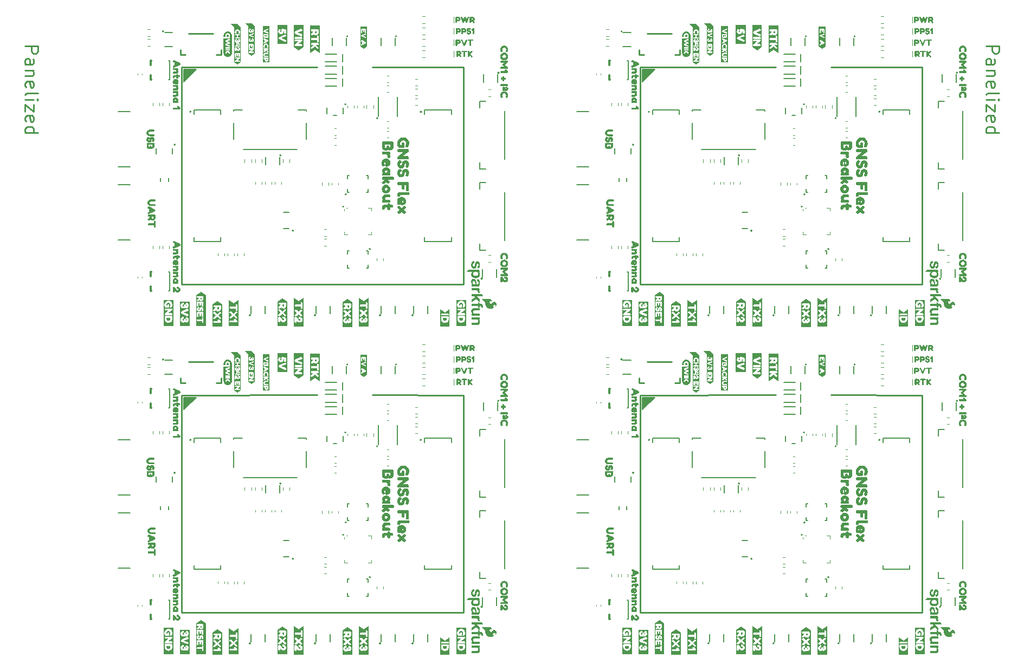
<source format=gto>
%TF.GenerationSoftware,KiCad,Pcbnew,9.0.1*%
%TF.CreationDate,2025-05-12T17:56:43+01:00*%
%TF.ProjectId,SparkFun_GNSS_Flex_Breakout_panelized,53706172-6b46-4756-9e5f-474e53535f46,v10*%
%TF.SameCoordinates,Original*%
%TF.FileFunction,Legend,Top*%
%TF.FilePolarity,Positive*%
%FSLAX46Y46*%
G04 Gerber Fmt 4.6, Leading zero omitted, Abs format (unit mm)*
G04 Created by KiCad (PCBNEW 9.0.1) date 2025-05-12 17:56:43*
%MOMM*%
%LPD*%
G01*
G04 APERTURE LIST*
%ADD10C,0.250000*%
%ADD11C,0.000000*%
%ADD12C,0.150000*%
%ADD13C,0.120000*%
%ADD14C,0.200000*%
%ADD15C,0.127000*%
%ADD16C,0.203200*%
%ADD17C,0.152400*%
%ADD18C,0.254000*%
%ADD19C,0.304800*%
%ADD20C,0.177800*%
G04 APERTURE END LIST*
D10*
X12250000Y93700000D02*
X33401000Y93718000D01*
X83870000Y8400000D02*
X127870000Y8400000D01*
X12250000Y8400000D02*
X12250000Y42400000D01*
D11*
G36*
X21464108Y99962616D02*
G01*
X20447000Y99962616D01*
X19939000Y100449000D01*
X20955000Y100449000D01*
X21464108Y99962616D01*
G37*
G36*
X93084108Y99962616D02*
G01*
X92067000Y99962616D01*
X91559000Y100449000D01*
X92575000Y100449000D01*
X93084108Y99962616D01*
G37*
G36*
X23623108Y100089616D02*
G01*
X22606000Y100089616D01*
X22098000Y100576000D01*
X23114000Y100576000D01*
X23623108Y100089616D01*
G37*
D10*
X83870000Y59700000D02*
X127870000Y59700000D01*
D11*
G36*
X21464108Y48662616D02*
G01*
X20447000Y48662616D01*
X19939000Y49149000D01*
X20955000Y49149000D01*
X21464108Y48662616D01*
G37*
D10*
X113628000Y42418000D02*
X127870000Y42400000D01*
D12*
X84193000Y40132000D02*
X84193000Y42037000D01*
X86098000Y42037000D01*
X84193000Y40132000D01*
G36*
X84193000Y40132000D02*
G01*
X84193000Y42037000D01*
X86098000Y42037000D01*
X84193000Y40132000D01*
G37*
D10*
X83870000Y8400000D02*
X83870000Y42400000D01*
D12*
X12573000Y40132000D02*
X12573000Y42037000D01*
X14478000Y42037000D01*
X12573000Y40132000D01*
G36*
X12573000Y40132000D02*
G01*
X12573000Y42037000D01*
X14478000Y42037000D01*
X12573000Y40132000D01*
G37*
D10*
X56250000Y59700000D02*
X56250000Y93700000D01*
X12250000Y42400000D02*
X33401000Y42418000D01*
X12250000Y59700000D02*
X12250000Y93700000D01*
X12250000Y8400000D02*
X56250000Y8400000D01*
D11*
G36*
X95243108Y100089616D02*
G01*
X94226000Y100089616D01*
X93718000Y100576000D01*
X94734000Y100576000D01*
X95243108Y100089616D01*
G37*
D12*
X12573000Y91432000D02*
X12573000Y93337000D01*
X14478000Y93337000D01*
X12573000Y91432000D01*
G36*
X12573000Y91432000D02*
G01*
X12573000Y93337000D01*
X14478000Y93337000D01*
X12573000Y91432000D01*
G37*
D10*
X42008000Y93718000D02*
X56250000Y93700000D01*
D11*
G36*
X23623108Y48789616D02*
G01*
X22606000Y48789616D01*
X22098000Y49276000D01*
X23114000Y49276000D01*
X23623108Y48789616D01*
G37*
D10*
X83870000Y59700000D02*
X83870000Y93700000D01*
X12250000Y59700000D02*
X56250000Y59700000D01*
X83870000Y42400000D02*
X105021000Y42418000D01*
X83870000Y93700000D02*
X105021000Y93718000D01*
D11*
G36*
X93084108Y48662616D02*
G01*
X92067000Y48662616D01*
X91559000Y49149000D01*
X92575000Y49149000D01*
X93084108Y48662616D01*
G37*
D10*
X127870000Y8400000D02*
X127870000Y42400000D01*
X56250000Y8400000D02*
X56250000Y42400000D01*
X127870000Y59700000D02*
X127870000Y93700000D01*
X42008000Y42418000D02*
X56250000Y42400000D01*
D11*
G36*
X95243108Y48789616D02*
G01*
X94226000Y48789616D01*
X93718000Y49276000D01*
X94734000Y49276000D01*
X95243108Y48789616D01*
G37*
D10*
X113628000Y93718000D02*
X127870000Y93700000D01*
D12*
X84193000Y91432000D02*
X84193000Y93337000D01*
X86098000Y93337000D01*
X84193000Y91432000D01*
G36*
X84193000Y91432000D02*
G01*
X84193000Y93337000D01*
X86098000Y93337000D01*
X84193000Y91432000D01*
G37*
D10*
X137882761Y96959337D02*
X139882761Y96959337D01*
X139882761Y96959337D02*
X139882761Y96197432D01*
X139882761Y96197432D02*
X139787523Y96006956D01*
X139787523Y96006956D02*
X139692285Y95911718D01*
X139692285Y95911718D02*
X139501809Y95816480D01*
X139501809Y95816480D02*
X139216095Y95816480D01*
X139216095Y95816480D02*
X139025619Y95911718D01*
X139025619Y95911718D02*
X138930380Y96006956D01*
X138930380Y96006956D02*
X138835142Y96197432D01*
X138835142Y96197432D02*
X138835142Y96959337D01*
X137882761Y94102194D02*
X138930380Y94102194D01*
X138930380Y94102194D02*
X139120857Y94197432D01*
X139120857Y94197432D02*
X139216095Y94387908D01*
X139216095Y94387908D02*
X139216095Y94768861D01*
X139216095Y94768861D02*
X139120857Y94959337D01*
X137978000Y94102194D02*
X137882761Y94292670D01*
X137882761Y94292670D02*
X137882761Y94768861D01*
X137882761Y94768861D02*
X137978000Y94959337D01*
X137978000Y94959337D02*
X138168476Y95054575D01*
X138168476Y95054575D02*
X138358952Y95054575D01*
X138358952Y95054575D02*
X138549428Y94959337D01*
X138549428Y94959337D02*
X138644666Y94768861D01*
X138644666Y94768861D02*
X138644666Y94292670D01*
X138644666Y94292670D02*
X138739904Y94102194D01*
X139216095Y93149813D02*
X137882761Y93149813D01*
X139025619Y93149813D02*
X139120857Y93054575D01*
X139120857Y93054575D02*
X139216095Y92864099D01*
X139216095Y92864099D02*
X139216095Y92578384D01*
X139216095Y92578384D02*
X139120857Y92387908D01*
X139120857Y92387908D02*
X138930380Y92292670D01*
X138930380Y92292670D02*
X137882761Y92292670D01*
X137978000Y90578384D02*
X137882761Y90768860D01*
X137882761Y90768860D02*
X137882761Y91149813D01*
X137882761Y91149813D02*
X137978000Y91340289D01*
X137978000Y91340289D02*
X138168476Y91435527D01*
X138168476Y91435527D02*
X138930380Y91435527D01*
X138930380Y91435527D02*
X139120857Y91340289D01*
X139120857Y91340289D02*
X139216095Y91149813D01*
X139216095Y91149813D02*
X139216095Y90768860D01*
X139216095Y90768860D02*
X139120857Y90578384D01*
X139120857Y90578384D02*
X138930380Y90483146D01*
X138930380Y90483146D02*
X138739904Y90483146D01*
X138739904Y90483146D02*
X138549428Y91435527D01*
X137882761Y89340289D02*
X137978000Y89530765D01*
X137978000Y89530765D02*
X138168476Y89626003D01*
X138168476Y89626003D02*
X139882761Y89626003D01*
X137882761Y88578384D02*
X139216095Y88578384D01*
X139882761Y88578384D02*
X139787523Y88673622D01*
X139787523Y88673622D02*
X139692285Y88578384D01*
X139692285Y88578384D02*
X139787523Y88483146D01*
X139787523Y88483146D02*
X139882761Y88578384D01*
X139882761Y88578384D02*
X139692285Y88578384D01*
X139216095Y87816479D02*
X139216095Y86768860D01*
X139216095Y86768860D02*
X137882761Y87816479D01*
X137882761Y87816479D02*
X137882761Y86768860D01*
X137978000Y85245050D02*
X137882761Y85435526D01*
X137882761Y85435526D02*
X137882761Y85816479D01*
X137882761Y85816479D02*
X137978000Y86006955D01*
X137978000Y86006955D02*
X138168476Y86102193D01*
X138168476Y86102193D02*
X138930380Y86102193D01*
X138930380Y86102193D02*
X139120857Y86006955D01*
X139120857Y86006955D02*
X139216095Y85816479D01*
X139216095Y85816479D02*
X139216095Y85435526D01*
X139216095Y85435526D02*
X139120857Y85245050D01*
X139120857Y85245050D02*
X138930380Y85149812D01*
X138930380Y85149812D02*
X138739904Y85149812D01*
X138739904Y85149812D02*
X138549428Y86102193D01*
X137882761Y83435526D02*
X139882761Y83435526D01*
X137978000Y83435526D02*
X137882761Y83626002D01*
X137882761Y83626002D02*
X137882761Y84006955D01*
X137882761Y84006955D02*
X137978000Y84197431D01*
X137978000Y84197431D02*
X138073238Y84292669D01*
X138073238Y84292669D02*
X138263714Y84387907D01*
X138263714Y84387907D02*
X138835142Y84387907D01*
X138835142Y84387907D02*
X139025619Y84292669D01*
X139025619Y84292669D02*
X139120857Y84197431D01*
X139120857Y84197431D02*
X139216095Y84006955D01*
X139216095Y84006955D02*
X139216095Y83626002D01*
X139216095Y83626002D02*
X139120857Y83435526D01*
X-12207239Y96959337D02*
X-10207239Y96959337D01*
X-10207239Y96959337D02*
X-10207239Y96197432D01*
X-10207239Y96197432D02*
X-10302477Y96006956D01*
X-10302477Y96006956D02*
X-10397715Y95911718D01*
X-10397715Y95911718D02*
X-10588191Y95816480D01*
X-10588191Y95816480D02*
X-10873905Y95816480D01*
X-10873905Y95816480D02*
X-11064381Y95911718D01*
X-11064381Y95911718D02*
X-11159620Y96006956D01*
X-11159620Y96006956D02*
X-11254858Y96197432D01*
X-11254858Y96197432D02*
X-11254858Y96959337D01*
X-12207239Y94102194D02*
X-11159620Y94102194D01*
X-11159620Y94102194D02*
X-10969143Y94197432D01*
X-10969143Y94197432D02*
X-10873905Y94387908D01*
X-10873905Y94387908D02*
X-10873905Y94768861D01*
X-10873905Y94768861D02*
X-10969143Y94959337D01*
X-12112000Y94102194D02*
X-12207239Y94292670D01*
X-12207239Y94292670D02*
X-12207239Y94768861D01*
X-12207239Y94768861D02*
X-12112000Y94959337D01*
X-12112000Y94959337D02*
X-11921524Y95054575D01*
X-11921524Y95054575D02*
X-11731048Y95054575D01*
X-11731048Y95054575D02*
X-11540572Y94959337D01*
X-11540572Y94959337D02*
X-11445334Y94768861D01*
X-11445334Y94768861D02*
X-11445334Y94292670D01*
X-11445334Y94292670D02*
X-11350096Y94102194D01*
X-10873905Y93149813D02*
X-12207239Y93149813D01*
X-11064381Y93149813D02*
X-10969143Y93054575D01*
X-10969143Y93054575D02*
X-10873905Y92864099D01*
X-10873905Y92864099D02*
X-10873905Y92578384D01*
X-10873905Y92578384D02*
X-10969143Y92387908D01*
X-10969143Y92387908D02*
X-11159620Y92292670D01*
X-11159620Y92292670D02*
X-12207239Y92292670D01*
X-12112000Y90578384D02*
X-12207239Y90768860D01*
X-12207239Y90768860D02*
X-12207239Y91149813D01*
X-12207239Y91149813D02*
X-12112000Y91340289D01*
X-12112000Y91340289D02*
X-11921524Y91435527D01*
X-11921524Y91435527D02*
X-11159620Y91435527D01*
X-11159620Y91435527D02*
X-10969143Y91340289D01*
X-10969143Y91340289D02*
X-10873905Y91149813D01*
X-10873905Y91149813D02*
X-10873905Y90768860D01*
X-10873905Y90768860D02*
X-10969143Y90578384D01*
X-10969143Y90578384D02*
X-11159620Y90483146D01*
X-11159620Y90483146D02*
X-11350096Y90483146D01*
X-11350096Y90483146D02*
X-11540572Y91435527D01*
X-12207239Y89340289D02*
X-12112000Y89530765D01*
X-12112000Y89530765D02*
X-11921524Y89626003D01*
X-11921524Y89626003D02*
X-10207239Y89626003D01*
X-12207239Y88578384D02*
X-10873905Y88578384D01*
X-10207239Y88578384D02*
X-10302477Y88673622D01*
X-10302477Y88673622D02*
X-10397715Y88578384D01*
X-10397715Y88578384D02*
X-10302477Y88483146D01*
X-10302477Y88483146D02*
X-10207239Y88578384D01*
X-10207239Y88578384D02*
X-10397715Y88578384D01*
X-10873905Y87816479D02*
X-10873905Y86768860D01*
X-10873905Y86768860D02*
X-12207239Y87816479D01*
X-12207239Y87816479D02*
X-12207239Y86768860D01*
X-12112000Y85245050D02*
X-12207239Y85435526D01*
X-12207239Y85435526D02*
X-12207239Y85816479D01*
X-12207239Y85816479D02*
X-12112000Y86006955D01*
X-12112000Y86006955D02*
X-11921524Y86102193D01*
X-11921524Y86102193D02*
X-11159620Y86102193D01*
X-11159620Y86102193D02*
X-10969143Y86006955D01*
X-10969143Y86006955D02*
X-10873905Y85816479D01*
X-10873905Y85816479D02*
X-10873905Y85435526D01*
X-10873905Y85435526D02*
X-10969143Y85245050D01*
X-10969143Y85245050D02*
X-11159620Y85149812D01*
X-11159620Y85149812D02*
X-11350096Y85149812D01*
X-11350096Y85149812D02*
X-11540572Y86102193D01*
X-12207239Y83435526D02*
X-10207239Y83435526D01*
X-12112000Y83435526D02*
X-12207239Y83626002D01*
X-12207239Y83626002D02*
X-12207239Y84006955D01*
X-12207239Y84006955D02*
X-12112000Y84197431D01*
X-12112000Y84197431D02*
X-12016762Y84292669D01*
X-12016762Y84292669D02*
X-11826286Y84387907D01*
X-11826286Y84387907D02*
X-11254858Y84387907D01*
X-11254858Y84387907D02*
X-11064381Y84292669D01*
X-11064381Y84292669D02*
X-10969143Y84197431D01*
X-10969143Y84197431D02*
X-10873905Y84006955D01*
X-10873905Y84006955D02*
X-10873905Y83626002D01*
X-10873905Y83626002D02*
X-10969143Y83435526D01*
D11*
%TO.C,kibuzzard-67E689EA*%
G36*
X15358979Y6187562D02*
G01*
X15328937Y6113885D01*
X15254545Y6083127D01*
X15175861Y6116031D01*
X15150110Y6184701D01*
X15150110Y6342068D01*
X15358979Y6342068D01*
X15358979Y6187562D01*
G37*
G36*
X15994173Y6723089D02*
G01*
X15994173Y6603871D01*
X15994173Y2395001D01*
X15994173Y1918129D01*
X14485827Y1918129D01*
X14485827Y2395001D01*
X14485827Y2832769D01*
X14619351Y2832769D01*
X14629366Y2758377D01*
X14660839Y2718320D01*
X14698751Y2704729D01*
X14746676Y2702583D01*
X15401898Y2702583D01*
X15401898Y2505158D01*
X15404044Y2464386D01*
X15415489Y2431482D01*
X15449108Y2403585D01*
X15512055Y2395001D01*
X15755737Y2395001D01*
X15874955Y2395001D01*
X15874955Y6603871D01*
X15755737Y6603871D01*
X15755737Y2395001D01*
X15512055Y2395001D01*
X15575002Y2403585D01*
X15608622Y2430766D01*
X15620067Y2462955D01*
X15622213Y2503728D01*
X15622213Y3157519D01*
X15620067Y3198292D01*
X15608622Y3231196D01*
X15575718Y3259093D01*
X15513486Y3267676D01*
X15449108Y3259093D01*
X15415489Y3231911D01*
X15404044Y3199722D01*
X15401898Y3158950D01*
X15401898Y2960094D01*
X14748107Y2960094D01*
X14700181Y2957948D01*
X14661555Y2945073D01*
X14629366Y2906446D01*
X14619351Y2832769D01*
X14485827Y2832769D01*
X14485827Y3440781D01*
X14619351Y3440781D01*
X14621497Y3391425D01*
X14635088Y3352083D01*
X14675145Y3319179D01*
X14749537Y3309164D01*
X14825360Y3319179D01*
X14865417Y3351367D01*
X14879008Y3389994D01*
X14881154Y3439350D01*
X14881154Y3835631D01*
X15008479Y3835631D01*
X15008479Y3573828D01*
X15010625Y3526618D01*
X15022070Y3490852D01*
X15054974Y3462955D01*
X15118636Y3455087D01*
X15183729Y3462955D01*
X15218064Y3490137D01*
X15229509Y3524472D01*
X15231655Y3570967D01*
X15231655Y3835631D01*
X15358979Y3835631D01*
X15358979Y3440781D01*
X15361125Y3391425D01*
X15374716Y3352083D01*
X15414773Y3319179D01*
X15489165Y3309164D01*
X15564988Y3319179D01*
X15605045Y3351367D01*
X15618636Y3389994D01*
X15620782Y3439350D01*
X15620782Y3962955D01*
X15592885Y4068106D01*
X15490596Y4097433D01*
X14750968Y4097433D01*
X14701612Y4095287D01*
X14662270Y4081696D01*
X14629366Y4041639D01*
X14619351Y3967247D01*
X14619351Y3440781D01*
X14485827Y3440781D01*
X14485827Y3967247D01*
X14485827Y4539493D01*
X14605045Y4539493D01*
X14615775Y4444357D01*
X14652256Y4346360D01*
X14715918Y4258377D01*
X14812485Y4196146D01*
X14874359Y4177905D01*
X14942670Y4171825D01*
X15049609Y4185237D01*
X15127220Y4225473D01*
X15181583Y4288241D01*
X15218779Y4369250D01*
X15240954Y4460809D01*
X15258836Y4548077D01*
X15283872Y4604586D01*
X15330367Y4629622D01*
X15374001Y4606732D01*
X15391884Y4553799D01*
X15386876Y4506589D01*
X15376147Y4478692D01*
X15359695Y4458663D01*
X15346104Y4442211D01*
X15319638Y4346360D01*
X15389022Y4261954D01*
X15477005Y4227619D01*
X15550682Y4279121D01*
X15598369Y4353354D01*
X15626981Y4444437D01*
X15636519Y4552369D01*
X15626902Y4644087D01*
X15598051Y4724678D01*
X15549967Y4794143D01*
X15487258Y4847393D01*
X15414535Y4879344D01*
X15331798Y4889994D01*
X15238808Y4878549D01*
X15161555Y4844214D01*
X15100038Y4786990D01*
X15054258Y4706875D01*
X15034766Y4652691D01*
X15016347Y4584558D01*
X14982728Y4472254D01*
X14938379Y4435058D01*
X14871855Y4460809D01*
X14851111Y4545216D01*
X14864702Y4601725D01*
X14916919Y4659665D01*
X14969057Y4724202D01*
X14978595Y4786195D01*
X14945532Y4845645D01*
X14853972Y4905731D01*
X14760982Y4869965D01*
X14750968Y4861382D01*
X14730939Y4845645D01*
X14705904Y4820609D01*
X14678007Y4786274D01*
X14650825Y4741925D01*
X14627220Y4686847D01*
X14611483Y4619608D01*
X14605045Y4539493D01*
X14485827Y4539493D01*
X14485827Y5078835D01*
X14619351Y5078835D01*
X14621497Y5029479D01*
X14635088Y4990137D01*
X14675145Y4957233D01*
X14749537Y4947219D01*
X14825360Y4957233D01*
X14865417Y4989422D01*
X14879008Y5028048D01*
X14881154Y5077405D01*
X14881154Y5473685D01*
X15008479Y5473685D01*
X15008479Y5211882D01*
X15010625Y5164672D01*
X15022070Y5128907D01*
X15054974Y5101010D01*
X15118636Y5093141D01*
X15183729Y5101010D01*
X15218064Y5128191D01*
X15229509Y5162526D01*
X15231655Y5209021D01*
X15231655Y5473685D01*
X15358979Y5473685D01*
X15358979Y5078835D01*
X15361125Y5029479D01*
X15374716Y4990137D01*
X15414773Y4957233D01*
X15489165Y4947219D01*
X15564988Y4957233D01*
X15605045Y4989422D01*
X15618636Y5028048D01*
X15620782Y5077405D01*
X15620782Y5601010D01*
X15592885Y5706160D01*
X15490596Y5735488D01*
X14750968Y5735488D01*
X14701612Y5733342D01*
X14662270Y5719751D01*
X14629366Y5679694D01*
X14619351Y5605302D01*
X14619351Y5078835D01*
X14485827Y5078835D01*
X14485827Y5605302D01*
X14485827Y5975831D01*
X14615775Y5975831D01*
X14655117Y5874257D01*
X14739523Y5805588D01*
X14838236Y5844214D01*
X14975575Y5947219D01*
X15053464Y5877277D01*
X15145977Y5835313D01*
X15253114Y5821324D01*
X15338057Y5830266D01*
X15415489Y5857090D01*
X15481476Y5898041D01*
X15532084Y5949364D01*
X15569995Y6006947D01*
X15597892Y6066675D01*
X15615060Y6126582D01*
X15620782Y6184701D01*
X15620782Y6472254D01*
X15610768Y6548077D01*
X15577864Y6588134D01*
X15538522Y6601725D01*
X15490596Y6603871D01*
X14752399Y6603871D01*
X14703042Y6601725D01*
X14663701Y6588134D01*
X14630796Y6548077D01*
X14620782Y6473685D01*
X14630796Y6397862D01*
X14662985Y6357805D01*
X14701612Y6344214D01*
X14750968Y6342068D01*
X14889738Y6342068D01*
X14889738Y6209021D01*
X14682299Y6055945D01*
X14615775Y5975831D01*
X14485827Y5975831D01*
X14485827Y6603871D01*
X14485827Y6723089D01*
X15240000Y7225871D01*
X15994173Y6723089D01*
G37*
G36*
X86978979Y6187562D02*
G01*
X86948937Y6113885D01*
X86874545Y6083127D01*
X86795861Y6116031D01*
X86770110Y6184701D01*
X86770110Y6342068D01*
X86978979Y6342068D01*
X86978979Y6187562D01*
G37*
G36*
X87614173Y6723089D02*
G01*
X87614173Y6603871D01*
X87614173Y2395001D01*
X87614173Y1918129D01*
X86105827Y1918129D01*
X86105827Y2395001D01*
X86105827Y2832769D01*
X86239351Y2832769D01*
X86249366Y2758377D01*
X86280839Y2718320D01*
X86318751Y2704729D01*
X86366676Y2702583D01*
X87021898Y2702583D01*
X87021898Y2505158D01*
X87024044Y2464386D01*
X87035489Y2431482D01*
X87069108Y2403585D01*
X87132055Y2395001D01*
X87375737Y2395001D01*
X87494955Y2395001D01*
X87494955Y6603871D01*
X87375737Y6603871D01*
X87375737Y2395001D01*
X87132055Y2395001D01*
X87195002Y2403585D01*
X87228622Y2430766D01*
X87240067Y2462955D01*
X87242213Y2503728D01*
X87242213Y3157519D01*
X87240067Y3198292D01*
X87228622Y3231196D01*
X87195718Y3259093D01*
X87133486Y3267676D01*
X87069108Y3259093D01*
X87035489Y3231911D01*
X87024044Y3199722D01*
X87021898Y3158950D01*
X87021898Y2960094D01*
X86368107Y2960094D01*
X86320181Y2957948D01*
X86281555Y2945073D01*
X86249366Y2906446D01*
X86239351Y2832769D01*
X86105827Y2832769D01*
X86105827Y3440781D01*
X86239351Y3440781D01*
X86241497Y3391425D01*
X86255088Y3352083D01*
X86295145Y3319179D01*
X86369537Y3309164D01*
X86445360Y3319179D01*
X86485417Y3351367D01*
X86499008Y3389994D01*
X86501154Y3439350D01*
X86501154Y3835631D01*
X86628479Y3835631D01*
X86628479Y3573828D01*
X86630625Y3526618D01*
X86642070Y3490852D01*
X86674974Y3462955D01*
X86738636Y3455087D01*
X86803729Y3462955D01*
X86838064Y3490137D01*
X86849509Y3524472D01*
X86851655Y3570967D01*
X86851655Y3835631D01*
X86978979Y3835631D01*
X86978979Y3440781D01*
X86981125Y3391425D01*
X86994716Y3352083D01*
X87034773Y3319179D01*
X87109165Y3309164D01*
X87184988Y3319179D01*
X87225045Y3351367D01*
X87238636Y3389994D01*
X87240782Y3439350D01*
X87240782Y3962955D01*
X87212885Y4068106D01*
X87110596Y4097433D01*
X86370968Y4097433D01*
X86321612Y4095287D01*
X86282270Y4081696D01*
X86249366Y4041639D01*
X86239351Y3967247D01*
X86239351Y3440781D01*
X86105827Y3440781D01*
X86105827Y3967247D01*
X86105827Y4539493D01*
X86225045Y4539493D01*
X86235775Y4444357D01*
X86272256Y4346360D01*
X86335918Y4258377D01*
X86432485Y4196146D01*
X86494359Y4177905D01*
X86562670Y4171825D01*
X86669609Y4185237D01*
X86747220Y4225473D01*
X86801583Y4288241D01*
X86838779Y4369250D01*
X86860954Y4460809D01*
X86878836Y4548077D01*
X86903872Y4604586D01*
X86950367Y4629622D01*
X86994001Y4606732D01*
X87011884Y4553799D01*
X87006876Y4506589D01*
X86996147Y4478692D01*
X86979695Y4458663D01*
X86966104Y4442211D01*
X86939638Y4346360D01*
X87009022Y4261954D01*
X87097005Y4227619D01*
X87170682Y4279121D01*
X87218369Y4353354D01*
X87246981Y4444437D01*
X87256519Y4552369D01*
X87246902Y4644087D01*
X87218051Y4724678D01*
X87169967Y4794143D01*
X87107258Y4847393D01*
X87034535Y4879344D01*
X86951798Y4889994D01*
X86858808Y4878549D01*
X86781555Y4844214D01*
X86720038Y4786990D01*
X86674258Y4706875D01*
X86654766Y4652691D01*
X86636347Y4584558D01*
X86602728Y4472254D01*
X86558379Y4435058D01*
X86491855Y4460809D01*
X86471111Y4545216D01*
X86484702Y4601725D01*
X86536919Y4659665D01*
X86589057Y4724202D01*
X86598595Y4786195D01*
X86565532Y4845645D01*
X86473972Y4905731D01*
X86380982Y4869965D01*
X86370968Y4861382D01*
X86350939Y4845645D01*
X86325904Y4820609D01*
X86298007Y4786274D01*
X86270825Y4741925D01*
X86247220Y4686847D01*
X86231483Y4619608D01*
X86225045Y4539493D01*
X86105827Y4539493D01*
X86105827Y5078835D01*
X86239351Y5078835D01*
X86241497Y5029479D01*
X86255088Y4990137D01*
X86295145Y4957233D01*
X86369537Y4947219D01*
X86445360Y4957233D01*
X86485417Y4989422D01*
X86499008Y5028048D01*
X86501154Y5077405D01*
X86501154Y5473685D01*
X86628479Y5473685D01*
X86628479Y5211882D01*
X86630625Y5164672D01*
X86642070Y5128907D01*
X86674974Y5101010D01*
X86738636Y5093141D01*
X86803729Y5101010D01*
X86838064Y5128191D01*
X86849509Y5162526D01*
X86851655Y5209021D01*
X86851655Y5473685D01*
X86978979Y5473685D01*
X86978979Y5078835D01*
X86981125Y5029479D01*
X86994716Y4990137D01*
X87034773Y4957233D01*
X87109165Y4947219D01*
X87184988Y4957233D01*
X87225045Y4989422D01*
X87238636Y5028048D01*
X87240782Y5077405D01*
X87240782Y5601010D01*
X87212885Y5706160D01*
X87110596Y5735488D01*
X86370968Y5735488D01*
X86321612Y5733342D01*
X86282270Y5719751D01*
X86249366Y5679694D01*
X86239351Y5605302D01*
X86239351Y5078835D01*
X86105827Y5078835D01*
X86105827Y5605302D01*
X86105827Y5975831D01*
X86235775Y5975831D01*
X86275117Y5874257D01*
X86359523Y5805588D01*
X86458236Y5844214D01*
X86595575Y5947219D01*
X86673464Y5877277D01*
X86765977Y5835313D01*
X86873114Y5821324D01*
X86958057Y5830266D01*
X87035489Y5857090D01*
X87101476Y5898041D01*
X87152084Y5949364D01*
X87189995Y6006947D01*
X87217892Y6066675D01*
X87235060Y6126582D01*
X87240782Y6184701D01*
X87240782Y6472254D01*
X87230768Y6548077D01*
X87197864Y6588134D01*
X87158522Y6601725D01*
X87110596Y6603871D01*
X86372399Y6603871D01*
X86323042Y6601725D01*
X86283701Y6588134D01*
X86250796Y6548077D01*
X86240782Y6473685D01*
X86250796Y6397862D01*
X86282985Y6357805D01*
X86321612Y6344214D01*
X86370968Y6342068D01*
X86509738Y6342068D01*
X86509738Y6209021D01*
X86302299Y6055945D01*
X86235775Y5975831D01*
X86105827Y5975831D01*
X86105827Y6603871D01*
X86105827Y6723089D01*
X86860000Y7225871D01*
X87614173Y6723089D01*
G37*
G36*
X15358979Y57487562D02*
G01*
X15328937Y57413885D01*
X15254545Y57383127D01*
X15175861Y57416031D01*
X15150110Y57484701D01*
X15150110Y57642068D01*
X15358979Y57642068D01*
X15358979Y57487562D01*
G37*
G36*
X15994173Y58023089D02*
G01*
X15994173Y57903871D01*
X15994173Y53695001D01*
X15994173Y53218129D01*
X14485827Y53218129D01*
X14485827Y53695001D01*
X14485827Y54132769D01*
X14619351Y54132769D01*
X14629366Y54058377D01*
X14660839Y54018320D01*
X14698751Y54004729D01*
X14746676Y54002583D01*
X15401898Y54002583D01*
X15401898Y53805158D01*
X15404044Y53764386D01*
X15415489Y53731482D01*
X15449108Y53703585D01*
X15512055Y53695001D01*
X15755737Y53695001D01*
X15874955Y53695001D01*
X15874955Y57903871D01*
X15755737Y57903871D01*
X15755737Y53695001D01*
X15512055Y53695001D01*
X15575002Y53703585D01*
X15608622Y53730766D01*
X15620067Y53762955D01*
X15622213Y53803728D01*
X15622213Y54457519D01*
X15620067Y54498292D01*
X15608622Y54531196D01*
X15575718Y54559093D01*
X15513486Y54567676D01*
X15449108Y54559093D01*
X15415489Y54531911D01*
X15404044Y54499722D01*
X15401898Y54458950D01*
X15401898Y54260094D01*
X14748107Y54260094D01*
X14700181Y54257948D01*
X14661555Y54245073D01*
X14629366Y54206446D01*
X14619351Y54132769D01*
X14485827Y54132769D01*
X14485827Y54740781D01*
X14619351Y54740781D01*
X14621497Y54691425D01*
X14635088Y54652083D01*
X14675145Y54619179D01*
X14749537Y54609164D01*
X14825360Y54619179D01*
X14865417Y54651367D01*
X14879008Y54689994D01*
X14881154Y54739350D01*
X14881154Y55135631D01*
X15008479Y55135631D01*
X15008479Y54873828D01*
X15010625Y54826618D01*
X15022070Y54790852D01*
X15054974Y54762955D01*
X15118636Y54755087D01*
X15183729Y54762955D01*
X15218064Y54790137D01*
X15229509Y54824472D01*
X15231655Y54870967D01*
X15231655Y55135631D01*
X15358979Y55135631D01*
X15358979Y54740781D01*
X15361125Y54691425D01*
X15374716Y54652083D01*
X15414773Y54619179D01*
X15489165Y54609164D01*
X15564988Y54619179D01*
X15605045Y54651367D01*
X15618636Y54689994D01*
X15620782Y54739350D01*
X15620782Y55262955D01*
X15592885Y55368106D01*
X15490596Y55397433D01*
X14750968Y55397433D01*
X14701612Y55395287D01*
X14662270Y55381696D01*
X14629366Y55341639D01*
X14619351Y55267247D01*
X14619351Y54740781D01*
X14485827Y54740781D01*
X14485827Y55267247D01*
X14485827Y55839493D01*
X14605045Y55839493D01*
X14615775Y55744357D01*
X14652256Y55646360D01*
X14715918Y55558377D01*
X14812485Y55496146D01*
X14874359Y55477905D01*
X14942670Y55471825D01*
X15049609Y55485237D01*
X15127220Y55525473D01*
X15181583Y55588241D01*
X15218779Y55669250D01*
X15240954Y55760809D01*
X15258836Y55848077D01*
X15283872Y55904586D01*
X15330367Y55929622D01*
X15374001Y55906732D01*
X15391884Y55853799D01*
X15386876Y55806589D01*
X15376147Y55778692D01*
X15359695Y55758663D01*
X15346104Y55742211D01*
X15319638Y55646360D01*
X15389022Y55561954D01*
X15477005Y55527619D01*
X15550682Y55579121D01*
X15598369Y55653354D01*
X15626981Y55744437D01*
X15636519Y55852369D01*
X15626902Y55944087D01*
X15598051Y56024678D01*
X15549967Y56094143D01*
X15487258Y56147393D01*
X15414535Y56179344D01*
X15331798Y56189994D01*
X15238808Y56178549D01*
X15161555Y56144214D01*
X15100038Y56086990D01*
X15054258Y56006875D01*
X15034766Y55952691D01*
X15016347Y55884558D01*
X14982728Y55772254D01*
X14938379Y55735058D01*
X14871855Y55760809D01*
X14851111Y55845216D01*
X14864702Y55901725D01*
X14916919Y55959665D01*
X14969057Y56024202D01*
X14978595Y56086195D01*
X14945532Y56145645D01*
X14853972Y56205731D01*
X14760982Y56169965D01*
X14750968Y56161382D01*
X14730939Y56145645D01*
X14705904Y56120609D01*
X14678007Y56086274D01*
X14650825Y56041925D01*
X14627220Y55986847D01*
X14611483Y55919608D01*
X14605045Y55839493D01*
X14485827Y55839493D01*
X14485827Y56378835D01*
X14619351Y56378835D01*
X14621497Y56329479D01*
X14635088Y56290137D01*
X14675145Y56257233D01*
X14749537Y56247219D01*
X14825360Y56257233D01*
X14865417Y56289422D01*
X14879008Y56328048D01*
X14881154Y56377405D01*
X14881154Y56773685D01*
X15008479Y56773685D01*
X15008479Y56511882D01*
X15010625Y56464672D01*
X15022070Y56428907D01*
X15054974Y56401010D01*
X15118636Y56393141D01*
X15183729Y56401010D01*
X15218064Y56428191D01*
X15229509Y56462526D01*
X15231655Y56509021D01*
X15231655Y56773685D01*
X15358979Y56773685D01*
X15358979Y56378835D01*
X15361125Y56329479D01*
X15374716Y56290137D01*
X15414773Y56257233D01*
X15489165Y56247219D01*
X15564988Y56257233D01*
X15605045Y56289422D01*
X15618636Y56328048D01*
X15620782Y56377405D01*
X15620782Y56901010D01*
X15592885Y57006160D01*
X15490596Y57035488D01*
X14750968Y57035488D01*
X14701612Y57033342D01*
X14662270Y57019751D01*
X14629366Y56979694D01*
X14619351Y56905302D01*
X14619351Y56378835D01*
X14485827Y56378835D01*
X14485827Y56905302D01*
X14485827Y57275831D01*
X14615775Y57275831D01*
X14655117Y57174257D01*
X14739523Y57105588D01*
X14838236Y57144214D01*
X14975575Y57247219D01*
X15053464Y57177277D01*
X15145977Y57135313D01*
X15253114Y57121324D01*
X15338057Y57130266D01*
X15415489Y57157090D01*
X15481476Y57198041D01*
X15532084Y57249364D01*
X15569995Y57306947D01*
X15597892Y57366675D01*
X15615060Y57426582D01*
X15620782Y57484701D01*
X15620782Y57772254D01*
X15610768Y57848077D01*
X15577864Y57888134D01*
X15538522Y57901725D01*
X15490596Y57903871D01*
X14752399Y57903871D01*
X14703042Y57901725D01*
X14663701Y57888134D01*
X14630796Y57848077D01*
X14620782Y57773685D01*
X14630796Y57697862D01*
X14662985Y57657805D01*
X14701612Y57644214D01*
X14750968Y57642068D01*
X14889738Y57642068D01*
X14889738Y57509021D01*
X14682299Y57355945D01*
X14615775Y57275831D01*
X14485827Y57275831D01*
X14485827Y57903871D01*
X14485827Y58023089D01*
X15240000Y58525871D01*
X15994173Y58023089D01*
G37*
G36*
X86978979Y57487562D02*
G01*
X86948937Y57413885D01*
X86874545Y57383127D01*
X86795861Y57416031D01*
X86770110Y57484701D01*
X86770110Y57642068D01*
X86978979Y57642068D01*
X86978979Y57487562D01*
G37*
G36*
X87614173Y58023089D02*
G01*
X87614173Y57903871D01*
X87614173Y53695001D01*
X87614173Y53218129D01*
X86105827Y53218129D01*
X86105827Y53695001D01*
X86105827Y54132769D01*
X86239351Y54132769D01*
X86249366Y54058377D01*
X86280839Y54018320D01*
X86318751Y54004729D01*
X86366676Y54002583D01*
X87021898Y54002583D01*
X87021898Y53805158D01*
X87024044Y53764386D01*
X87035489Y53731482D01*
X87069108Y53703585D01*
X87132055Y53695001D01*
X87375737Y53695001D01*
X87494955Y53695001D01*
X87494955Y57903871D01*
X87375737Y57903871D01*
X87375737Y53695001D01*
X87132055Y53695001D01*
X87195002Y53703585D01*
X87228622Y53730766D01*
X87240067Y53762955D01*
X87242213Y53803728D01*
X87242213Y54457519D01*
X87240067Y54498292D01*
X87228622Y54531196D01*
X87195718Y54559093D01*
X87133486Y54567676D01*
X87069108Y54559093D01*
X87035489Y54531911D01*
X87024044Y54499722D01*
X87021898Y54458950D01*
X87021898Y54260094D01*
X86368107Y54260094D01*
X86320181Y54257948D01*
X86281555Y54245073D01*
X86249366Y54206446D01*
X86239351Y54132769D01*
X86105827Y54132769D01*
X86105827Y54740781D01*
X86239351Y54740781D01*
X86241497Y54691425D01*
X86255088Y54652083D01*
X86295145Y54619179D01*
X86369537Y54609164D01*
X86445360Y54619179D01*
X86485417Y54651367D01*
X86499008Y54689994D01*
X86501154Y54739350D01*
X86501154Y55135631D01*
X86628479Y55135631D01*
X86628479Y54873828D01*
X86630625Y54826618D01*
X86642070Y54790852D01*
X86674974Y54762955D01*
X86738636Y54755087D01*
X86803729Y54762955D01*
X86838064Y54790137D01*
X86849509Y54824472D01*
X86851655Y54870967D01*
X86851655Y55135631D01*
X86978979Y55135631D01*
X86978979Y54740781D01*
X86981125Y54691425D01*
X86994716Y54652083D01*
X87034773Y54619179D01*
X87109165Y54609164D01*
X87184988Y54619179D01*
X87225045Y54651367D01*
X87238636Y54689994D01*
X87240782Y54739350D01*
X87240782Y55262955D01*
X87212885Y55368106D01*
X87110596Y55397433D01*
X86370968Y55397433D01*
X86321612Y55395287D01*
X86282270Y55381696D01*
X86249366Y55341639D01*
X86239351Y55267247D01*
X86239351Y54740781D01*
X86105827Y54740781D01*
X86105827Y55267247D01*
X86105827Y55839493D01*
X86225045Y55839493D01*
X86235775Y55744357D01*
X86272256Y55646360D01*
X86335918Y55558377D01*
X86432485Y55496146D01*
X86494359Y55477905D01*
X86562670Y55471825D01*
X86669609Y55485237D01*
X86747220Y55525473D01*
X86801583Y55588241D01*
X86838779Y55669250D01*
X86860954Y55760809D01*
X86878836Y55848077D01*
X86903872Y55904586D01*
X86950367Y55929622D01*
X86994001Y55906732D01*
X87011884Y55853799D01*
X87006876Y55806589D01*
X86996147Y55778692D01*
X86979695Y55758663D01*
X86966104Y55742211D01*
X86939638Y55646360D01*
X87009022Y55561954D01*
X87097005Y55527619D01*
X87170682Y55579121D01*
X87218369Y55653354D01*
X87246981Y55744437D01*
X87256519Y55852369D01*
X87246902Y55944087D01*
X87218051Y56024678D01*
X87169967Y56094143D01*
X87107258Y56147393D01*
X87034535Y56179344D01*
X86951798Y56189994D01*
X86858808Y56178549D01*
X86781555Y56144214D01*
X86720038Y56086990D01*
X86674258Y56006875D01*
X86654766Y55952691D01*
X86636347Y55884558D01*
X86602728Y55772254D01*
X86558379Y55735058D01*
X86491855Y55760809D01*
X86471111Y55845216D01*
X86484702Y55901725D01*
X86536919Y55959665D01*
X86589057Y56024202D01*
X86598595Y56086195D01*
X86565532Y56145645D01*
X86473972Y56205731D01*
X86380982Y56169965D01*
X86370968Y56161382D01*
X86350939Y56145645D01*
X86325904Y56120609D01*
X86298007Y56086274D01*
X86270825Y56041925D01*
X86247220Y55986847D01*
X86231483Y55919608D01*
X86225045Y55839493D01*
X86105827Y55839493D01*
X86105827Y56378835D01*
X86239351Y56378835D01*
X86241497Y56329479D01*
X86255088Y56290137D01*
X86295145Y56257233D01*
X86369537Y56247219D01*
X86445360Y56257233D01*
X86485417Y56289422D01*
X86499008Y56328048D01*
X86501154Y56377405D01*
X86501154Y56773685D01*
X86628479Y56773685D01*
X86628479Y56511882D01*
X86630625Y56464672D01*
X86642070Y56428907D01*
X86674974Y56401010D01*
X86738636Y56393141D01*
X86803729Y56401010D01*
X86838064Y56428191D01*
X86849509Y56462526D01*
X86851655Y56509021D01*
X86851655Y56773685D01*
X86978979Y56773685D01*
X86978979Y56378835D01*
X86981125Y56329479D01*
X86994716Y56290137D01*
X87034773Y56257233D01*
X87109165Y56247219D01*
X87184988Y56257233D01*
X87225045Y56289422D01*
X87238636Y56328048D01*
X87240782Y56377405D01*
X87240782Y56901010D01*
X87212885Y57006160D01*
X87110596Y57035488D01*
X86370968Y57035488D01*
X86321612Y57033342D01*
X86282270Y57019751D01*
X86249366Y56979694D01*
X86239351Y56905302D01*
X86239351Y56378835D01*
X86105827Y56378835D01*
X86105827Y56905302D01*
X86105827Y57275831D01*
X86235775Y57275831D01*
X86275117Y57174257D01*
X86359523Y57105588D01*
X86458236Y57144214D01*
X86595575Y57247219D01*
X86673464Y57177277D01*
X86765977Y57135313D01*
X86873114Y57121324D01*
X86958057Y57130266D01*
X87035489Y57157090D01*
X87101476Y57198041D01*
X87152084Y57249364D01*
X87189995Y57306947D01*
X87217892Y57366675D01*
X87235060Y57426582D01*
X87240782Y57484701D01*
X87240782Y57772254D01*
X87230768Y57848077D01*
X87197864Y57888134D01*
X87158522Y57901725D01*
X87110596Y57903871D01*
X86372399Y57903871D01*
X86323042Y57901725D01*
X86283701Y57888134D01*
X86250796Y57848077D01*
X86240782Y57773685D01*
X86250796Y57697862D01*
X86282985Y57657805D01*
X86321612Y57644214D01*
X86370968Y57642068D01*
X86509738Y57642068D01*
X86509738Y57509021D01*
X86302299Y57355945D01*
X86235775Y57275831D01*
X86105827Y57275831D01*
X86105827Y57903871D01*
X86105827Y58023089D01*
X86860000Y58525871D01*
X87614173Y58023089D01*
G37*
D13*
%TO.C,U2*%
X37641000Y19923000D02*
X37641000Y20158000D01*
X37641000Y16178000D02*
X37641000Y16653000D01*
X38116000Y20398000D02*
X37941000Y20398000D01*
X38116000Y16178000D02*
X37641000Y16178000D01*
X41386000Y20398000D02*
X41861000Y20398000D01*
X41386000Y16178000D02*
X41861000Y16178000D01*
X41861000Y20398000D02*
X41861000Y19923000D01*
X41861000Y16178000D02*
X41861000Y16653000D01*
D14*
X37565000Y20574000D02*
G75*
G02*
X37365000Y20574000I-100000J0D01*
G01*
X37365000Y20574000D02*
G75*
G02*
X37565000Y20574000I100000J0D01*
G01*
D13*
X37641000Y71223000D02*
X37641000Y71458000D01*
X37641000Y67478000D02*
X37641000Y67953000D01*
X38116000Y71698000D02*
X37941000Y71698000D01*
X38116000Y67478000D02*
X37641000Y67478000D01*
X41386000Y71698000D02*
X41861000Y71698000D01*
X41386000Y67478000D02*
X41861000Y67478000D01*
X41861000Y71698000D02*
X41861000Y71223000D01*
X41861000Y67478000D02*
X41861000Y67953000D01*
D14*
X37565000Y71874000D02*
G75*
G02*
X37365000Y71874000I-100000J0D01*
G01*
X37365000Y71874000D02*
G75*
G02*
X37565000Y71874000I100000J0D01*
G01*
D13*
X109261000Y19923000D02*
X109261000Y20158000D01*
X109261000Y16178000D02*
X109261000Y16653000D01*
X109736000Y20398000D02*
X109561000Y20398000D01*
X109736000Y16178000D02*
X109261000Y16178000D01*
X113006000Y20398000D02*
X113481000Y20398000D01*
X113006000Y16178000D02*
X113481000Y16178000D01*
X113481000Y20398000D02*
X113481000Y19923000D01*
X113481000Y16178000D02*
X113481000Y16653000D01*
D14*
X109185000Y20574000D02*
G75*
G02*
X108985000Y20574000I-100000J0D01*
G01*
X108985000Y20574000D02*
G75*
G02*
X109185000Y20574000I100000J0D01*
G01*
D13*
X109261000Y71223000D02*
X109261000Y71458000D01*
X109261000Y67478000D02*
X109261000Y67953000D01*
X109736000Y71698000D02*
X109561000Y71698000D01*
X109736000Y67478000D02*
X109261000Y67478000D01*
X113006000Y71698000D02*
X113481000Y71698000D01*
X113006000Y67478000D02*
X113481000Y67478000D01*
X113481000Y71698000D02*
X113481000Y71223000D01*
X113481000Y67478000D02*
X113481000Y67953000D01*
D14*
X109185000Y71874000D02*
G75*
G02*
X108985000Y71874000I-100000J0D01*
G01*
X108985000Y71874000D02*
G75*
G02*
X109185000Y71874000I100000J0D01*
G01*
D13*
%TO.C,C22*%
X36348580Y31244000D02*
X36067420Y31244000D01*
X36348580Y30224000D02*
X36067420Y30224000D01*
X36348580Y82544000D02*
X36067420Y82544000D01*
X36348580Y81524000D02*
X36067420Y81524000D01*
X107968580Y82544000D02*
X107687420Y82544000D01*
X107968580Y81524000D02*
X107687420Y81524000D01*
X107968580Y31244000D02*
X107687420Y31244000D01*
X107968580Y30224000D02*
X107687420Y30224000D01*
D15*
%TO.C,D7*%
X43350000Y45755000D02*
X43350000Y46955000D01*
X45550000Y45755000D02*
X45550000Y46955000D01*
D14*
X45800000Y47205000D02*
G75*
G02*
X45600000Y47205000I-100000J0D01*
G01*
X45600000Y47205000D02*
G75*
G02*
X45800000Y47205000I100000J0D01*
G01*
D15*
X114970000Y45755000D02*
X114970000Y46955000D01*
X117170000Y45755000D02*
X117170000Y46955000D01*
D14*
X117420000Y47205000D02*
G75*
G02*
X117220000Y47205000I-100000J0D01*
G01*
X117220000Y47205000D02*
G75*
G02*
X117420000Y47205000I100000J0D01*
G01*
D15*
X43350000Y97055000D02*
X43350000Y98255000D01*
X45550000Y97055000D02*
X45550000Y98255000D01*
D14*
X45800000Y98505000D02*
G75*
G02*
X45600000Y98505000I-100000J0D01*
G01*
X45600000Y98505000D02*
G75*
G02*
X45800000Y98505000I100000J0D01*
G01*
D15*
X114970000Y97055000D02*
X114970000Y98255000D01*
X117170000Y97055000D02*
X117170000Y98255000D01*
D14*
X117420000Y98505000D02*
G75*
G02*
X117220000Y98505000I-100000J0D01*
G01*
X117220000Y98505000D02*
G75*
G02*
X117420000Y98505000I100000J0D01*
G01*
D16*
%TO.C,D17*%
X28145600Y19685000D02*
X29004400Y19685000D01*
X29004400Y17145000D02*
X28145600Y17145000D01*
D14*
X29691000Y16814800D02*
G75*
G02*
X29491000Y16814800I-100000J0D01*
G01*
X29491000Y16814800D02*
G75*
G02*
X29691000Y16814800I100000J0D01*
G01*
D16*
X99765600Y70985000D02*
X100624400Y70985000D01*
X100624400Y68445000D02*
X99765600Y68445000D01*
D14*
X101311000Y68114800D02*
G75*
G02*
X101111000Y68114800I-100000J0D01*
G01*
X101111000Y68114800D02*
G75*
G02*
X101311000Y68114800I100000J0D01*
G01*
D16*
X28145600Y70985000D02*
X29004400Y70985000D01*
X29004400Y68445000D02*
X28145600Y68445000D01*
D14*
X29691000Y68114800D02*
G75*
G02*
X29491000Y68114800I-100000J0D01*
G01*
X29491000Y68114800D02*
G75*
G02*
X29691000Y68114800I100000J0D01*
G01*
D16*
X99765600Y19685000D02*
X100624400Y19685000D01*
X100624400Y17145000D02*
X99765600Y17145000D01*
D14*
X101311000Y16814800D02*
G75*
G02*
X101111000Y16814800I-100000J0D01*
G01*
X101111000Y16814800D02*
G75*
G02*
X101311000Y16814800I100000J0D01*
G01*
D16*
%TO.C,U1*%
X34930000Y35130600D02*
X34930000Y35989400D01*
X36468400Y34851200D02*
X35931600Y34851200D01*
X37470000Y35989400D02*
X37470000Y35130600D01*
D14*
X37900200Y36576000D02*
G75*
G02*
X37700200Y36576000I-100000J0D01*
G01*
X37700200Y36576000D02*
G75*
G02*
X37900200Y36576000I100000J0D01*
G01*
D16*
X106550000Y35130600D02*
X106550000Y35989400D01*
X108088400Y34851200D02*
X107551600Y34851200D01*
X109090000Y35989400D02*
X109090000Y35130600D01*
D14*
X109520200Y36576000D02*
G75*
G02*
X109320200Y36576000I-100000J0D01*
G01*
X109320200Y36576000D02*
G75*
G02*
X109520200Y36576000I100000J0D01*
G01*
D16*
X34930000Y86430600D02*
X34930000Y87289400D01*
X36468400Y86151200D02*
X35931600Y86151200D01*
X37470000Y87289400D02*
X37470000Y86430600D01*
D14*
X37900200Y87876000D02*
G75*
G02*
X37700200Y87876000I-100000J0D01*
G01*
X37700200Y87876000D02*
G75*
G02*
X37900200Y87876000I100000J0D01*
G01*
D16*
X106550000Y86430600D02*
X106550000Y87289400D01*
X108088400Y86151200D02*
X107551600Y86151200D01*
X109090000Y87289400D02*
X109090000Y86430600D01*
D14*
X109520200Y87876000D02*
G75*
G02*
X109320200Y87876000I-100000J0D01*
G01*
X109320200Y87876000D02*
G75*
G02*
X109520200Y87876000I100000J0D01*
G01*
D15*
%TO.C,D13*%
X23030000Y5045000D02*
X23030000Y3845000D01*
X25230000Y5045000D02*
X25230000Y3845000D01*
D14*
X22980000Y3595000D02*
G75*
G02*
X22780000Y3595000I-100000J0D01*
G01*
X22780000Y3595000D02*
G75*
G02*
X22980000Y3595000I100000J0D01*
G01*
D15*
X23030000Y56345000D02*
X23030000Y55145000D01*
X25230000Y56345000D02*
X25230000Y55145000D01*
D14*
X22980000Y54895000D02*
G75*
G02*
X22780000Y54895000I-100000J0D01*
G01*
X22780000Y54895000D02*
G75*
G02*
X22980000Y54895000I100000J0D01*
G01*
D15*
X94650000Y5045000D02*
X94650000Y3845000D01*
X96850000Y5045000D02*
X96850000Y3845000D01*
D14*
X94600000Y3595000D02*
G75*
G02*
X94400000Y3595000I-100000J0D01*
G01*
X94400000Y3595000D02*
G75*
G02*
X94600000Y3595000I100000J0D01*
G01*
D15*
X94650000Y56345000D02*
X94650000Y55145000D01*
X96850000Y56345000D02*
X96850000Y55145000D01*
D14*
X94600000Y54895000D02*
G75*
G02*
X94400000Y54895000I-100000J0D01*
G01*
X94400000Y54895000D02*
G75*
G02*
X94600000Y54895000I100000J0D01*
G01*
D13*
%TO.C,C17*%
X44322420Y33910000D02*
X44603580Y33910000D01*
X44322420Y32890000D02*
X44603580Y32890000D01*
X44322420Y85210000D02*
X44603580Y85210000D01*
X44322420Y84190000D02*
X44603580Y84190000D01*
X115942420Y85210000D02*
X116223580Y85210000D01*
X115942420Y84190000D02*
X116223580Y84190000D01*
X115942420Y33910000D02*
X116223580Y33910000D01*
X115942420Y32890000D02*
X116223580Y32890000D01*
%TO.C,C1*%
X49035580Y40515000D02*
X48754420Y40515000D01*
X49035580Y39495000D02*
X48754420Y39495000D01*
X49035580Y91815000D02*
X48754420Y91815000D01*
X49035580Y90795000D02*
X48754420Y90795000D01*
X120655580Y40515000D02*
X120374420Y40515000D01*
X120655580Y39495000D02*
X120374420Y39495000D01*
X120655580Y91815000D02*
X120374420Y91815000D01*
X120655580Y90795000D02*
X120374420Y90795000D01*
D11*
%TO.C,kibuzzard-67F7B700*%
G36*
X40696080Y46192988D02*
G01*
X40585064Y46139197D01*
X40585064Y46246780D01*
X40696080Y46192988D01*
G37*
G36*
X41153114Y48348067D02*
G01*
X41153114Y45783260D01*
X41153114Y45592512D01*
X40640000Y45250436D01*
X40126886Y45592512D01*
X40126886Y45783260D01*
X40126886Y45942345D01*
X40231989Y45942345D01*
X40248584Y45857652D01*
X40304664Y45794133D01*
X40385923Y45809584D01*
X40979914Y46096851D01*
X41026266Y46136050D01*
X41041717Y46191844D01*
X41025122Y46247924D01*
X40981059Y46287981D01*
X40385923Y46575249D01*
X40305236Y46590127D01*
X40249728Y46526036D01*
X40233133Y46442488D01*
X40296652Y46385263D01*
X40406524Y46332616D01*
X40406524Y46051071D01*
X40297797Y45998425D01*
X40231989Y45942345D01*
X40126886Y45942345D01*
X40126886Y47282545D01*
X40241717Y47282545D01*
X40257167Y47223604D01*
X40298941Y47184119D01*
X40895222Y46912874D01*
X40974192Y46899712D01*
X41029127Y46965521D01*
X41045722Y47050213D01*
X40981059Y47104004D01*
X40535851Y47284834D01*
X40981059Y47465664D01*
X41046295Y47518310D01*
X41029127Y47604147D01*
X40974764Y47668239D01*
X40895222Y47656794D01*
X40298941Y47385549D01*
X40256023Y47346636D01*
X40241717Y47282545D01*
X40126886Y47282545D01*
X40126886Y47822745D01*
X40240572Y47822745D01*
X40242289Y47783260D01*
X40253162Y47751787D01*
X40285207Y47725463D01*
X40344721Y47717452D01*
X40405379Y47725463D01*
X40437425Y47751214D01*
X40448298Y47782116D01*
X40450014Y47821601D01*
X40450014Y48138625D01*
X40551874Y48138625D01*
X40551874Y47929183D01*
X40553591Y47891415D01*
X40562747Y47862802D01*
X40589070Y47840485D01*
X40640000Y47834190D01*
X40692074Y47840485D01*
X40719542Y47862230D01*
X40728698Y47889698D01*
X40730415Y47926894D01*
X40730415Y48138625D01*
X40832275Y48138625D01*
X40832275Y47822745D01*
X40833991Y47783260D01*
X40844864Y47751787D01*
X40876910Y47725463D01*
X40936423Y47717452D01*
X40997082Y47725463D01*
X41029127Y47751214D01*
X41040000Y47782116D01*
X41041717Y47821601D01*
X41041717Y48240485D01*
X41019399Y48324605D01*
X40937568Y48348067D01*
X40345866Y48348067D01*
X40306381Y48346350D01*
X40274907Y48335478D01*
X40248584Y48303432D01*
X40240572Y48243918D01*
X40240572Y47822745D01*
X40126886Y47822745D01*
X40126886Y48243918D01*
X40126886Y48348067D01*
X40126886Y48729564D01*
X41153114Y48729564D01*
X41153114Y48348067D01*
G37*
G36*
X40696080Y97492988D02*
G01*
X40585064Y97439197D01*
X40585064Y97546780D01*
X40696080Y97492988D01*
G37*
G36*
X41153114Y99648067D02*
G01*
X41153114Y97083260D01*
X41153114Y96892512D01*
X40640000Y96550436D01*
X40126886Y96892512D01*
X40126886Y97083260D01*
X40126886Y97242345D01*
X40231989Y97242345D01*
X40248584Y97157652D01*
X40304664Y97094133D01*
X40385923Y97109584D01*
X40979914Y97396851D01*
X41026266Y97436050D01*
X41041717Y97491844D01*
X41025122Y97547924D01*
X40981059Y97587981D01*
X40385923Y97875249D01*
X40305236Y97890127D01*
X40249728Y97826036D01*
X40233133Y97742488D01*
X40296652Y97685263D01*
X40406524Y97632616D01*
X40406524Y97351071D01*
X40297797Y97298425D01*
X40231989Y97242345D01*
X40126886Y97242345D01*
X40126886Y98582545D01*
X40241717Y98582545D01*
X40257167Y98523604D01*
X40298941Y98484119D01*
X40895222Y98212874D01*
X40974192Y98199712D01*
X41029127Y98265521D01*
X41045722Y98350213D01*
X40981059Y98404004D01*
X40535851Y98584834D01*
X40981059Y98765664D01*
X41046295Y98818310D01*
X41029127Y98904147D01*
X40974764Y98968239D01*
X40895222Y98956794D01*
X40298941Y98685549D01*
X40256023Y98646636D01*
X40241717Y98582545D01*
X40126886Y98582545D01*
X40126886Y99122745D01*
X40240572Y99122745D01*
X40242289Y99083260D01*
X40253162Y99051787D01*
X40285207Y99025463D01*
X40344721Y99017452D01*
X40405379Y99025463D01*
X40437425Y99051214D01*
X40448298Y99082116D01*
X40450014Y99121601D01*
X40450014Y99438625D01*
X40551874Y99438625D01*
X40551874Y99229183D01*
X40553591Y99191415D01*
X40562747Y99162802D01*
X40589070Y99140485D01*
X40640000Y99134190D01*
X40692074Y99140485D01*
X40719542Y99162230D01*
X40728698Y99189698D01*
X40730415Y99226894D01*
X40730415Y99438625D01*
X40832275Y99438625D01*
X40832275Y99122745D01*
X40833991Y99083260D01*
X40844864Y99051787D01*
X40876910Y99025463D01*
X40936423Y99017452D01*
X40997082Y99025463D01*
X41029127Y99051214D01*
X41040000Y99082116D01*
X41041717Y99121601D01*
X41041717Y99540485D01*
X41019399Y99624605D01*
X40937568Y99648067D01*
X40345866Y99648067D01*
X40306381Y99646350D01*
X40274907Y99635478D01*
X40248584Y99603432D01*
X40240572Y99543918D01*
X40240572Y99122745D01*
X40126886Y99122745D01*
X40126886Y99543918D01*
X40126886Y99648067D01*
X40126886Y100029564D01*
X41153114Y100029564D01*
X41153114Y99648067D01*
G37*
G36*
X112316080Y97492988D02*
G01*
X112205064Y97439197D01*
X112205064Y97546780D01*
X112316080Y97492988D01*
G37*
G36*
X112773114Y99648067D02*
G01*
X112773114Y97083260D01*
X112773114Y96892512D01*
X112260000Y96550436D01*
X111746886Y96892512D01*
X111746886Y97083260D01*
X111746886Y97242345D01*
X111851989Y97242345D01*
X111868584Y97157652D01*
X111924664Y97094133D01*
X112005923Y97109584D01*
X112599914Y97396851D01*
X112646266Y97436050D01*
X112661717Y97491844D01*
X112645122Y97547924D01*
X112601059Y97587981D01*
X112005923Y97875249D01*
X111925236Y97890127D01*
X111869728Y97826036D01*
X111853133Y97742488D01*
X111916652Y97685263D01*
X112026524Y97632616D01*
X112026524Y97351071D01*
X111917797Y97298425D01*
X111851989Y97242345D01*
X111746886Y97242345D01*
X111746886Y98582545D01*
X111861717Y98582545D01*
X111877167Y98523604D01*
X111918941Y98484119D01*
X112515222Y98212874D01*
X112594192Y98199712D01*
X112649127Y98265521D01*
X112665722Y98350213D01*
X112601059Y98404004D01*
X112155851Y98584834D01*
X112601059Y98765664D01*
X112666295Y98818310D01*
X112649127Y98904147D01*
X112594764Y98968239D01*
X112515222Y98956794D01*
X111918941Y98685549D01*
X111876023Y98646636D01*
X111861717Y98582545D01*
X111746886Y98582545D01*
X111746886Y99122745D01*
X111860572Y99122745D01*
X111862289Y99083260D01*
X111873162Y99051787D01*
X111905207Y99025463D01*
X111964721Y99017452D01*
X112025379Y99025463D01*
X112057425Y99051214D01*
X112068298Y99082116D01*
X112070014Y99121601D01*
X112070014Y99438625D01*
X112171874Y99438625D01*
X112171874Y99229183D01*
X112173591Y99191415D01*
X112182747Y99162802D01*
X112209070Y99140485D01*
X112260000Y99134190D01*
X112312074Y99140485D01*
X112339542Y99162230D01*
X112348698Y99189698D01*
X112350415Y99226894D01*
X112350415Y99438625D01*
X112452275Y99438625D01*
X112452275Y99122745D01*
X112453991Y99083260D01*
X112464864Y99051787D01*
X112496910Y99025463D01*
X112556423Y99017452D01*
X112617082Y99025463D01*
X112649127Y99051214D01*
X112660000Y99082116D01*
X112661717Y99121601D01*
X112661717Y99540485D01*
X112639399Y99624605D01*
X112557568Y99648067D01*
X111965866Y99648067D01*
X111926381Y99646350D01*
X111894907Y99635478D01*
X111868584Y99603432D01*
X111860572Y99543918D01*
X111860572Y99122745D01*
X111746886Y99122745D01*
X111746886Y99543918D01*
X111746886Y99648067D01*
X111746886Y100029564D01*
X112773114Y100029564D01*
X112773114Y99648067D01*
G37*
G36*
X112316080Y46192988D02*
G01*
X112205064Y46139197D01*
X112205064Y46246780D01*
X112316080Y46192988D01*
G37*
G36*
X112773114Y48348067D02*
G01*
X112773114Y45783260D01*
X112773114Y45592512D01*
X112260000Y45250436D01*
X111746886Y45592512D01*
X111746886Y45783260D01*
X111746886Y45942345D01*
X111851989Y45942345D01*
X111868584Y45857652D01*
X111924664Y45794133D01*
X112005923Y45809584D01*
X112599914Y46096851D01*
X112646266Y46136050D01*
X112661717Y46191844D01*
X112645122Y46247924D01*
X112601059Y46287981D01*
X112005923Y46575249D01*
X111925236Y46590127D01*
X111869728Y46526036D01*
X111853133Y46442488D01*
X111916652Y46385263D01*
X112026524Y46332616D01*
X112026524Y46051071D01*
X111917797Y45998425D01*
X111851989Y45942345D01*
X111746886Y45942345D01*
X111746886Y47282545D01*
X111861717Y47282545D01*
X111877167Y47223604D01*
X111918941Y47184119D01*
X112515222Y46912874D01*
X112594192Y46899712D01*
X112649127Y46965521D01*
X112665722Y47050213D01*
X112601059Y47104004D01*
X112155851Y47284834D01*
X112601059Y47465664D01*
X112666295Y47518310D01*
X112649127Y47604147D01*
X112594764Y47668239D01*
X112515222Y47656794D01*
X111918941Y47385549D01*
X111876023Y47346636D01*
X111861717Y47282545D01*
X111746886Y47282545D01*
X111746886Y47822745D01*
X111860572Y47822745D01*
X111862289Y47783260D01*
X111873162Y47751787D01*
X111905207Y47725463D01*
X111964721Y47717452D01*
X112025379Y47725463D01*
X112057425Y47751214D01*
X112068298Y47782116D01*
X112070014Y47821601D01*
X112070014Y48138625D01*
X112171874Y48138625D01*
X112171874Y47929183D01*
X112173591Y47891415D01*
X112182747Y47862802D01*
X112209070Y47840485D01*
X112260000Y47834190D01*
X112312074Y47840485D01*
X112339542Y47862230D01*
X112348698Y47889698D01*
X112350415Y47926894D01*
X112350415Y48138625D01*
X112452275Y48138625D01*
X112452275Y47822745D01*
X112453991Y47783260D01*
X112464864Y47751787D01*
X112496910Y47725463D01*
X112556423Y47717452D01*
X112617082Y47725463D01*
X112649127Y47751214D01*
X112660000Y47782116D01*
X112661717Y47821601D01*
X112661717Y48240485D01*
X112639399Y48324605D01*
X112557568Y48348067D01*
X111965866Y48348067D01*
X111926381Y48346350D01*
X111894907Y48335478D01*
X111868584Y48303432D01*
X111860572Y48243918D01*
X111860572Y47822745D01*
X111746886Y47822745D01*
X111746886Y48243918D01*
X111746886Y48348067D01*
X111746886Y48729564D01*
X112773114Y48729564D01*
X112773114Y48348067D01*
G37*
D15*
%TO.C,D1*%
X25316000Y27150000D02*
X25316000Y28350000D01*
X27516000Y27150000D02*
X27516000Y28350000D01*
D14*
X27766000Y28600000D02*
G75*
G02*
X27566000Y28600000I-100000J0D01*
G01*
X27566000Y28600000D02*
G75*
G02*
X27766000Y28600000I100000J0D01*
G01*
D15*
X25316000Y78450000D02*
X25316000Y79650000D01*
X27516000Y78450000D02*
X27516000Y79650000D01*
D14*
X27766000Y79900000D02*
G75*
G02*
X27566000Y79900000I-100000J0D01*
G01*
X27566000Y79900000D02*
G75*
G02*
X27766000Y79900000I100000J0D01*
G01*
D15*
X96936000Y27150000D02*
X96936000Y28350000D01*
X99136000Y27150000D02*
X99136000Y28350000D01*
D14*
X99386000Y28600000D02*
G75*
G02*
X99186000Y28600000I-100000J0D01*
G01*
X99186000Y28600000D02*
G75*
G02*
X99386000Y28600000I100000J0D01*
G01*
D15*
X96936000Y78450000D02*
X96936000Y79650000D01*
X99136000Y78450000D02*
X99136000Y79650000D01*
D14*
X99386000Y79900000D02*
G75*
G02*
X99186000Y79900000I-100000J0D01*
G01*
X99186000Y79900000D02*
G75*
G02*
X99386000Y79900000I100000J0D01*
G01*
D11*
%TO.C,kibuzzard-67D022A2*%
G36*
X56115468Y46642878D02*
G01*
X56341505Y46086369D01*
X56567542Y46642878D01*
X56634781Y46723708D01*
X56740647Y46702964D01*
X56822907Y46634295D01*
X56806455Y46535582D01*
X56467399Y45790232D01*
X56418043Y45738014D01*
X56344366Y45718701D01*
X56264252Y45736584D01*
X56215611Y45790232D01*
X55876555Y46535582D01*
X55862249Y46635010D01*
X55942363Y46702964D01*
X56049660Y46724423D01*
X56115468Y46642878D01*
G37*
G36*
X57688429Y46717986D02*
G01*
X57720618Y46706541D01*
X57747800Y46672921D01*
X57756383Y46609974D01*
X57747800Y46547027D01*
X57719903Y46513408D01*
X57686999Y46501963D01*
X57646226Y46499817D01*
X57448801Y46499817D01*
X57448801Y45844595D01*
X57446655Y45796670D01*
X57433064Y45758758D01*
X57393007Y45727285D01*
X57318615Y45717270D01*
X57244938Y45727285D01*
X57206312Y45759474D01*
X57193436Y45798100D01*
X57191290Y45846026D01*
X57191290Y46499817D01*
X56992435Y46499817D01*
X56951662Y46501963D01*
X56919474Y46513408D01*
X56892292Y46547027D01*
X56883708Y46611405D01*
X56892292Y46673637D01*
X56920189Y46706541D01*
X56953093Y46717986D01*
X56993866Y46720132D01*
X57647657Y46720132D01*
X57688429Y46717986D01*
G37*
G36*
X55494223Y46712979D02*
G01*
X55554667Y46695811D01*
X55614753Y46667914D01*
X55671977Y46630003D01*
X55722943Y46579395D01*
X55764252Y46513408D01*
X55791612Y46435976D01*
X55800732Y46351033D01*
X55791791Y46266448D01*
X55764967Y46190089D01*
X55724016Y46125175D01*
X55672692Y46074924D01*
X55614753Y46037013D01*
X55553951Y46009116D01*
X55492971Y45991948D01*
X55434495Y45986226D01*
X55281419Y45986226D01*
X55281419Y45848887D01*
X55279273Y45799531D01*
X55265682Y45760904D01*
X55225625Y45728715D01*
X55149803Y45718701D01*
X55075411Y45728715D01*
X55035353Y45761619D01*
X55021763Y45800961D01*
X55019617Y45850318D01*
X55019617Y46248029D01*
X55281419Y46248029D01*
X55435926Y46248029D01*
X55506741Y46273780D01*
X55540361Y46352464D01*
X55509602Y46426856D01*
X55434495Y46456898D01*
X55281419Y46456898D01*
X55281419Y46248029D01*
X55019617Y46248029D01*
X55019617Y46588515D01*
X55021763Y46636441D01*
X55035353Y46675783D01*
X55075411Y46708687D01*
X55151233Y46718701D01*
X55435926Y46718701D01*
X55494223Y46712979D01*
G37*
G36*
X127735468Y97942878D02*
G01*
X127961505Y97386369D01*
X128187542Y97942878D01*
X128254781Y98023708D01*
X128360647Y98002964D01*
X128442907Y97934295D01*
X128426455Y97835582D01*
X128087399Y97090232D01*
X128038043Y97038014D01*
X127964366Y97018701D01*
X127884252Y97036584D01*
X127835611Y97090232D01*
X127496555Y97835582D01*
X127482249Y97935010D01*
X127562363Y98002964D01*
X127669660Y98024423D01*
X127735468Y97942878D01*
G37*
G36*
X129308429Y98017986D02*
G01*
X129340618Y98006541D01*
X129367800Y97972921D01*
X129376383Y97909974D01*
X129367800Y97847027D01*
X129339903Y97813408D01*
X129306999Y97801963D01*
X129266226Y97799817D01*
X129068801Y97799817D01*
X129068801Y97144595D01*
X129066655Y97096670D01*
X129053064Y97058758D01*
X129013007Y97027285D01*
X128938615Y97017270D01*
X128864938Y97027285D01*
X128826312Y97059474D01*
X128813436Y97098100D01*
X128811290Y97146026D01*
X128811290Y97799817D01*
X128612435Y97799817D01*
X128571662Y97801963D01*
X128539474Y97813408D01*
X128512292Y97847027D01*
X128503708Y97911405D01*
X128512292Y97973637D01*
X128540189Y98006541D01*
X128573093Y98017986D01*
X128613866Y98020132D01*
X129267657Y98020132D01*
X129308429Y98017986D01*
G37*
G36*
X127114223Y98012979D02*
G01*
X127174667Y97995811D01*
X127234753Y97967914D01*
X127291977Y97930003D01*
X127342943Y97879395D01*
X127384252Y97813408D01*
X127411612Y97735976D01*
X127420732Y97651033D01*
X127411791Y97566448D01*
X127384967Y97490089D01*
X127344016Y97425175D01*
X127292692Y97374924D01*
X127234753Y97337013D01*
X127173951Y97309116D01*
X127112971Y97291948D01*
X127054495Y97286226D01*
X126901419Y97286226D01*
X126901419Y97148887D01*
X126899273Y97099531D01*
X126885682Y97060904D01*
X126845625Y97028715D01*
X126769803Y97018701D01*
X126695411Y97028715D01*
X126655353Y97061619D01*
X126641763Y97100961D01*
X126639617Y97150318D01*
X126639617Y97548029D01*
X126901419Y97548029D01*
X127055926Y97548029D01*
X127126741Y97573780D01*
X127160361Y97652464D01*
X127129602Y97726856D01*
X127054495Y97756898D01*
X126901419Y97756898D01*
X126901419Y97548029D01*
X126639617Y97548029D01*
X126639617Y97888515D01*
X126641763Y97936441D01*
X126655353Y97975783D01*
X126695411Y98008687D01*
X126771233Y98018701D01*
X127055926Y98018701D01*
X127114223Y98012979D01*
G37*
G36*
X56115468Y97942878D02*
G01*
X56341505Y97386369D01*
X56567542Y97942878D01*
X56634781Y98023708D01*
X56740647Y98002964D01*
X56822907Y97934295D01*
X56806455Y97835582D01*
X56467399Y97090232D01*
X56418043Y97038014D01*
X56344366Y97018701D01*
X56264252Y97036584D01*
X56215611Y97090232D01*
X55876555Y97835582D01*
X55862249Y97935010D01*
X55942363Y98002964D01*
X56049660Y98024423D01*
X56115468Y97942878D01*
G37*
G36*
X57688429Y98017986D02*
G01*
X57720618Y98006541D01*
X57747800Y97972921D01*
X57756383Y97909974D01*
X57747800Y97847027D01*
X57719903Y97813408D01*
X57686999Y97801963D01*
X57646226Y97799817D01*
X57448801Y97799817D01*
X57448801Y97144595D01*
X57446655Y97096670D01*
X57433064Y97058758D01*
X57393007Y97027285D01*
X57318615Y97017270D01*
X57244938Y97027285D01*
X57206312Y97059474D01*
X57193436Y97098100D01*
X57191290Y97146026D01*
X57191290Y97799817D01*
X56992435Y97799817D01*
X56951662Y97801963D01*
X56919474Y97813408D01*
X56892292Y97847027D01*
X56883708Y97911405D01*
X56892292Y97973637D01*
X56920189Y98006541D01*
X56953093Y98017986D01*
X56993866Y98020132D01*
X57647657Y98020132D01*
X57688429Y98017986D01*
G37*
G36*
X55494223Y98012979D02*
G01*
X55554667Y97995811D01*
X55614753Y97967914D01*
X55671977Y97930003D01*
X55722943Y97879395D01*
X55764252Y97813408D01*
X55791612Y97735976D01*
X55800732Y97651033D01*
X55791791Y97566448D01*
X55764967Y97490089D01*
X55724016Y97425175D01*
X55672692Y97374924D01*
X55614753Y97337013D01*
X55553951Y97309116D01*
X55492971Y97291948D01*
X55434495Y97286226D01*
X55281419Y97286226D01*
X55281419Y97148887D01*
X55279273Y97099531D01*
X55265682Y97060904D01*
X55225625Y97028715D01*
X55149803Y97018701D01*
X55075411Y97028715D01*
X55035353Y97061619D01*
X55021763Y97100961D01*
X55019617Y97150318D01*
X55019617Y97548029D01*
X55281419Y97548029D01*
X55435926Y97548029D01*
X55506741Y97573780D01*
X55540361Y97652464D01*
X55509602Y97726856D01*
X55434495Y97756898D01*
X55281419Y97756898D01*
X55281419Y97548029D01*
X55019617Y97548029D01*
X55019617Y97888515D01*
X55021763Y97936441D01*
X55035353Y97975783D01*
X55075411Y98008687D01*
X55151233Y98018701D01*
X55435926Y98018701D01*
X55494223Y98012979D01*
G37*
G36*
X127735468Y46642878D02*
G01*
X127961505Y46086369D01*
X128187542Y46642878D01*
X128254781Y46723708D01*
X128360647Y46702964D01*
X128442907Y46634295D01*
X128426455Y46535582D01*
X128087399Y45790232D01*
X128038043Y45738014D01*
X127964366Y45718701D01*
X127884252Y45736584D01*
X127835611Y45790232D01*
X127496555Y46535582D01*
X127482249Y46635010D01*
X127562363Y46702964D01*
X127669660Y46724423D01*
X127735468Y46642878D01*
G37*
G36*
X129308429Y46717986D02*
G01*
X129340618Y46706541D01*
X129367800Y46672921D01*
X129376383Y46609974D01*
X129367800Y46547027D01*
X129339903Y46513408D01*
X129306999Y46501963D01*
X129266226Y46499817D01*
X129068801Y46499817D01*
X129068801Y45844595D01*
X129066655Y45796670D01*
X129053064Y45758758D01*
X129013007Y45727285D01*
X128938615Y45717270D01*
X128864938Y45727285D01*
X128826312Y45759474D01*
X128813436Y45798100D01*
X128811290Y45846026D01*
X128811290Y46499817D01*
X128612435Y46499817D01*
X128571662Y46501963D01*
X128539474Y46513408D01*
X128512292Y46547027D01*
X128503708Y46611405D01*
X128512292Y46673637D01*
X128540189Y46706541D01*
X128573093Y46717986D01*
X128613866Y46720132D01*
X129267657Y46720132D01*
X129308429Y46717986D01*
G37*
G36*
X127114223Y46712979D02*
G01*
X127174667Y46695811D01*
X127234753Y46667914D01*
X127291977Y46630003D01*
X127342943Y46579395D01*
X127384252Y46513408D01*
X127411612Y46435976D01*
X127420732Y46351033D01*
X127411791Y46266448D01*
X127384967Y46190089D01*
X127344016Y46125175D01*
X127292692Y46074924D01*
X127234753Y46037013D01*
X127173951Y46009116D01*
X127112971Y45991948D01*
X127054495Y45986226D01*
X126901419Y45986226D01*
X126901419Y45848887D01*
X126899273Y45799531D01*
X126885682Y45760904D01*
X126845625Y45728715D01*
X126769803Y45718701D01*
X126695411Y45728715D01*
X126655353Y45761619D01*
X126641763Y45800961D01*
X126639617Y45850318D01*
X126639617Y46248029D01*
X126901419Y46248029D01*
X127055926Y46248029D01*
X127126741Y46273780D01*
X127160361Y46352464D01*
X127129602Y46426856D01*
X127054495Y46456898D01*
X126901419Y46456898D01*
X126901419Y46248029D01*
X126639617Y46248029D01*
X126639617Y46588515D01*
X126641763Y46636441D01*
X126655353Y46675783D01*
X126695411Y46708687D01*
X126771233Y46718701D01*
X127055926Y46718701D01*
X127114223Y46712979D01*
G37*
D13*
%TO.C,R9*%
X7349258Y46750500D02*
X6874742Y46750500D01*
X7349258Y45705500D02*
X6874742Y45705500D01*
X78969258Y46750500D02*
X78494742Y46750500D01*
X78969258Y45705500D02*
X78494742Y45705500D01*
X7349258Y98050500D02*
X6874742Y98050500D01*
X7349258Y97005500D02*
X6874742Y97005500D01*
X78969258Y98050500D02*
X78494742Y98050500D01*
X78969258Y97005500D02*
X78494742Y97005500D01*
D11*
%TO.C,kibuzzard-67EFDE56*%
G36*
X21464108Y48281119D02*
G01*
X21464108Y43212163D01*
X21464108Y43116789D01*
X20955000Y42777384D01*
X20445892Y43116789D01*
X20445892Y43212163D01*
X20445892Y43317457D01*
X20555000Y43317457D01*
X20563011Y43256799D01*
X20588763Y43224753D01*
X20619664Y43213880D01*
X20659149Y43212163D01*
X21249707Y43212163D01*
X21289192Y43213880D01*
X21320665Y43224753D01*
X21346989Y43256799D01*
X21355000Y43316312D01*
X21346989Y43375826D01*
X21322382Y43407872D01*
X21292053Y43419316D01*
X21254285Y43421605D01*
X20925815Y43421605D01*
X21310365Y43707729D01*
X21333827Y43728329D01*
X21348133Y43757514D01*
X21355000Y43809588D01*
X21347561Y43869674D01*
X21322954Y43901148D01*
X21292625Y43912593D01*
X21254285Y43914882D01*
X20660293Y43914882D01*
X20620236Y43912593D01*
X20588763Y43901720D01*
X20563011Y43870819D01*
X20555000Y43811877D01*
X20563011Y43751219D01*
X20588763Y43719173D01*
X20619664Y43708301D01*
X20659149Y43706584D01*
X20977318Y43706584D01*
X20585901Y43410161D01*
X20561295Y43376398D01*
X20555000Y43317457D01*
X20445892Y43317457D01*
X20445892Y43811877D01*
X20445892Y44068244D01*
X20555000Y44068244D01*
X20556717Y44028759D01*
X20567589Y43997285D01*
X20599635Y43970962D01*
X20659149Y43962950D01*
X20719807Y43970962D01*
X20751853Y43996713D01*
X20762725Y44027614D01*
X20764442Y44067099D01*
X20764442Y44384123D01*
X20866302Y44384123D01*
X20866302Y44174681D01*
X20868019Y44136913D01*
X20877175Y44108301D01*
X20903498Y44085983D01*
X20954428Y44079688D01*
X21006502Y44085983D01*
X21033970Y44107729D01*
X21043126Y44135196D01*
X21044843Y44172392D01*
X21044843Y44384123D01*
X21146702Y44384123D01*
X21146702Y44068244D01*
X21148419Y44028759D01*
X21159292Y43997285D01*
X21191338Y43970962D01*
X21250851Y43962950D01*
X21311509Y43970962D01*
X21343555Y43996713D01*
X21354428Y44027614D01*
X21356144Y44067099D01*
X21356144Y44485983D01*
X21333827Y44570103D01*
X21251996Y44593565D01*
X20660293Y44593565D01*
X20620808Y44591849D01*
X20589335Y44580976D01*
X20563011Y44548930D01*
X20555000Y44489417D01*
X20555000Y44068244D01*
X20445892Y44068244D01*
X20445892Y44489417D01*
X20445892Y45020461D01*
X20552711Y45020461D01*
X20555000Y44980976D01*
X20566445Y44948358D01*
X20597918Y44922035D01*
X20656860Y44914023D01*
X20717518Y44922035D01*
X20749564Y44947786D01*
X20761009Y44978687D01*
X20763298Y45018172D01*
X20763298Y45161234D01*
X20803927Y45092564D01*
X20864013Y45022750D01*
X20904642Y44989703D01*
X20953283Y44963809D01*
X21007647Y44947070D01*
X21065443Y44941491D01*
X21145176Y44951156D01*
X21216516Y44980149D01*
X21279464Y45028472D01*
X21328422Y45090656D01*
X21357798Y45161234D01*
X21367589Y45240203D01*
X21357416Y45323116D01*
X21326896Y45394837D01*
X21276030Y45455368D01*
X21212574Y45501148D01*
X21144286Y45528615D01*
X21071166Y45537771D01*
X21031681Y45536055D01*
X21000207Y45525182D01*
X20973884Y45493136D01*
X20965873Y45433623D01*
X20973312Y45372965D01*
X20997346Y45340919D01*
X21026531Y45330046D01*
X21063155Y45328329D01*
X21134399Y45306012D01*
X21158147Y45239059D01*
X21142697Y45181262D01*
X21112940Y45156083D01*
X21082611Y45152078D01*
X21038548Y45162235D01*
X20995629Y45192707D01*
X20956717Y45236341D01*
X20924671Y45285983D01*
X20892482Y45341205D01*
X20853140Y45401577D01*
X20810937Y45456799D01*
X20770165Y45496570D01*
X20717232Y45527471D01*
X20659149Y45537771D01*
X20584185Y45506870D01*
X20552711Y45433623D01*
X20552711Y45020461D01*
X20445892Y45020461D01*
X20445892Y45433623D01*
X20445892Y45692278D01*
X20556144Y45692278D01*
X20564156Y45631620D01*
X20589335Y45599574D01*
X20620808Y45588129D01*
X20660293Y45585840D01*
X21251996Y45585840D01*
X21290908Y45588129D01*
X21322954Y45599002D01*
X21349278Y45630475D01*
X21357289Y45689989D01*
X21349850Y45751219D01*
X21325243Y45783837D01*
X21295486Y45794710D01*
X21257718Y45796427D01*
X20977318Y45796427D01*
X20977318Y45946355D01*
X21269163Y45875397D01*
X21319521Y45891419D01*
X21352711Y45957800D01*
X21353856Y46044209D01*
X21278319Y46087128D01*
X20922382Y46175254D01*
X20885758Y46178687D01*
X20846273Y46176970D01*
X20814800Y46166098D01*
X20788476Y46134052D01*
X20780465Y46074538D01*
X20780465Y45796427D01*
X20661438Y45796427D01*
X20621953Y45794710D01*
X20590479Y45783837D01*
X20564156Y45751791D01*
X20556144Y45692278D01*
X20445892Y45692278D01*
X20445892Y46509445D01*
X20541266Y46509445D01*
X20549850Y46425325D01*
X20575601Y46351505D01*
X20618519Y46287986D01*
X20674536Y46239345D01*
X20739581Y46210161D01*
X20813655Y46200432D01*
X20868591Y46208158D01*
X20914371Y46231334D01*
X20976173Y46295425D01*
X21033112Y46236198D01*
X21116946Y46216455D01*
X21178367Y46225293D01*
X21235973Y46251807D01*
X21289764Y46295997D01*
X21333000Y46355066D01*
X21358942Y46426215D01*
X21367589Y46509445D01*
X21362439Y46572965D01*
X21348705Y46625611D01*
X21328677Y46667957D01*
X21305215Y46701720D01*
X21280608Y46726899D01*
X21257718Y46745211D01*
X21238834Y46756656D01*
X21226245Y46762950D01*
X21222239Y46764667D01*
X21143269Y46781262D01*
X21080322Y46724610D01*
X21059848Y46663316D01*
X21073201Y46615247D01*
X21120379Y46580404D01*
X21154714Y46547213D01*
X21166159Y46498000D01*
X21151853Y46445926D01*
X21112368Y46427042D01*
X21083183Y46443637D01*
X21075744Y46496856D01*
X21075744Y46504867D01*
X21074027Y46541491D01*
X21064299Y46570676D01*
X21034542Y46594710D01*
X20977318Y46602149D01*
X20926960Y46595282D01*
X20897203Y46581548D01*
X20882897Y46555797D01*
X20877747Y46529474D01*
X20877747Y46498000D01*
X20861152Y46431906D01*
X20811366Y46409874D01*
X20763870Y46436770D01*
X20746130Y46508301D01*
X20752425Y46548930D01*
X20766159Y46576398D01*
X20783326Y46593565D01*
X20797060Y46602149D01*
X20803355Y46604438D01*
X20857146Y46637628D01*
X20869735Y46700575D01*
X20851710Y46786412D01*
X20797632Y46815025D01*
X20732460Y46804851D01*
X20672756Y46774332D01*
X20618519Y46723465D01*
X20575601Y46658992D01*
X20549850Y46587652D01*
X20541266Y46509445D01*
X20445892Y46509445D01*
X20445892Y46968387D01*
X20556144Y46968387D01*
X20564156Y46907729D01*
X20589907Y46875683D01*
X20620808Y46864810D01*
X20660293Y46863093D01*
X21250851Y46863093D01*
X21290336Y46864810D01*
X21321810Y46875683D01*
X21348133Y46907729D01*
X21356144Y46967242D01*
X21348133Y47027900D01*
X21321810Y47059946D01*
X21290336Y47070819D01*
X21251996Y47072535D01*
X21044843Y47072535D01*
X21044843Y47333480D01*
X21250851Y47333480D01*
X21290336Y47335196D01*
X21321810Y47346069D01*
X21348133Y47378115D01*
X21356144Y47437628D01*
X21348133Y47498286D01*
X21321810Y47530332D01*
X21290336Y47541205D01*
X21251996Y47542922D01*
X20661438Y47542922D01*
X20621953Y47541205D01*
X20590479Y47530332D01*
X20564156Y47498286D01*
X20556144Y47438773D01*
X20564156Y47378115D01*
X20589907Y47346069D01*
X20620808Y47335196D01*
X20660293Y47333480D01*
X20866302Y47333480D01*
X20866302Y47072535D01*
X20661438Y47072535D01*
X20621953Y47070819D01*
X20590479Y47059946D01*
X20564156Y47027900D01*
X20556144Y46968387D01*
X20445892Y46968387D01*
X20445892Y47438773D01*
X20445892Y47866813D01*
X20543555Y47866813D01*
X20550676Y47792802D01*
X20572040Y47721844D01*
X20607647Y47653937D01*
X20642554Y47607013D01*
X20684328Y47590990D01*
X20750708Y47616169D01*
X20799635Y47657371D01*
X20815944Y47696284D01*
X20793054Y47753508D01*
X20764728Y47811019D01*
X20755286Y47871391D01*
X20773598Y47958372D01*
X20799206Y47999717D01*
X20839406Y48036770D01*
X20891910Y48062950D01*
X20954428Y48071677D01*
X21003069Y48066813D01*
X21045987Y48052221D01*
X21108362Y48001291D01*
X21142124Y47936627D01*
X21153569Y47871391D01*
X21152425Y47843923D01*
X21148419Y47821033D01*
X21143841Y47802721D01*
X21138119Y47787271D01*
X21131824Y47776398D01*
X21125529Y47766670D01*
X21120379Y47759231D01*
X21094056Y47697428D01*
X21109506Y47657943D01*
X21155858Y47615025D01*
X21219950Y47589846D01*
X21254285Y47600718D01*
X21278319Y47621892D01*
X21300064Y47652793D01*
X21335671Y47725023D01*
X21357035Y47795219D01*
X21364156Y47863379D01*
X21360722Y47913880D01*
X21350422Y47966956D01*
X21332253Y48021892D01*
X21305215Y48077972D01*
X21270308Y48131620D01*
X21228534Y48179259D01*
X21177175Y48219889D01*
X21113512Y48252507D01*
X21040265Y48273966D01*
X20960150Y48281119D01*
X20876888Y48273823D01*
X20801066Y48251935D01*
X20735401Y48218887D01*
X20682611Y48178115D01*
X20639692Y48130475D01*
X20603641Y48076827D01*
X20575744Y48021033D01*
X20557289Y47966956D01*
X20546989Y47915311D01*
X20543555Y47866813D01*
X20445892Y47866813D01*
X20445892Y48281119D01*
X20445892Y48662616D01*
X21464108Y48662616D01*
X21464108Y48281119D01*
G37*
G36*
X93084108Y48281119D02*
G01*
X93084108Y43212163D01*
X93084108Y43116789D01*
X92575000Y42777384D01*
X92065892Y43116789D01*
X92065892Y43212163D01*
X92065892Y43317457D01*
X92175000Y43317457D01*
X92183011Y43256799D01*
X92208763Y43224753D01*
X92239664Y43213880D01*
X92279149Y43212163D01*
X92869707Y43212163D01*
X92909192Y43213880D01*
X92940665Y43224753D01*
X92966989Y43256799D01*
X92975000Y43316312D01*
X92966989Y43375826D01*
X92942382Y43407872D01*
X92912053Y43419316D01*
X92874285Y43421605D01*
X92545815Y43421605D01*
X92930365Y43707729D01*
X92953827Y43728329D01*
X92968133Y43757514D01*
X92975000Y43809588D01*
X92967561Y43869674D01*
X92942954Y43901148D01*
X92912625Y43912593D01*
X92874285Y43914882D01*
X92280293Y43914882D01*
X92240236Y43912593D01*
X92208763Y43901720D01*
X92183011Y43870819D01*
X92175000Y43811877D01*
X92183011Y43751219D01*
X92208763Y43719173D01*
X92239664Y43708301D01*
X92279149Y43706584D01*
X92597318Y43706584D01*
X92205901Y43410161D01*
X92181295Y43376398D01*
X92175000Y43317457D01*
X92065892Y43317457D01*
X92065892Y43811877D01*
X92065892Y44068244D01*
X92175000Y44068244D01*
X92176717Y44028759D01*
X92187589Y43997285D01*
X92219635Y43970962D01*
X92279149Y43962950D01*
X92339807Y43970962D01*
X92371853Y43996713D01*
X92382725Y44027614D01*
X92384442Y44067099D01*
X92384442Y44384123D01*
X92486302Y44384123D01*
X92486302Y44174681D01*
X92488019Y44136913D01*
X92497175Y44108301D01*
X92523498Y44085983D01*
X92574428Y44079688D01*
X92626502Y44085983D01*
X92653970Y44107729D01*
X92663126Y44135196D01*
X92664843Y44172392D01*
X92664843Y44384123D01*
X92766702Y44384123D01*
X92766702Y44068244D01*
X92768419Y44028759D01*
X92779292Y43997285D01*
X92811338Y43970962D01*
X92870851Y43962950D01*
X92931509Y43970962D01*
X92963555Y43996713D01*
X92974428Y44027614D01*
X92976144Y44067099D01*
X92976144Y44485983D01*
X92953827Y44570103D01*
X92871996Y44593565D01*
X92280293Y44593565D01*
X92240808Y44591849D01*
X92209335Y44580976D01*
X92183011Y44548930D01*
X92175000Y44489417D01*
X92175000Y44068244D01*
X92065892Y44068244D01*
X92065892Y44489417D01*
X92065892Y45020461D01*
X92172711Y45020461D01*
X92175000Y44980976D01*
X92186445Y44948358D01*
X92217918Y44922035D01*
X92276860Y44914023D01*
X92337518Y44922035D01*
X92369564Y44947786D01*
X92381009Y44978687D01*
X92383298Y45018172D01*
X92383298Y45161234D01*
X92423927Y45092564D01*
X92484013Y45022750D01*
X92524642Y44989703D01*
X92573283Y44963809D01*
X92627647Y44947070D01*
X92685443Y44941491D01*
X92765176Y44951156D01*
X92836516Y44980149D01*
X92899464Y45028472D01*
X92948422Y45090656D01*
X92977798Y45161234D01*
X92987589Y45240203D01*
X92977416Y45323116D01*
X92946896Y45394837D01*
X92896030Y45455368D01*
X92832574Y45501148D01*
X92764286Y45528615D01*
X92691166Y45537771D01*
X92651681Y45536055D01*
X92620207Y45525182D01*
X92593884Y45493136D01*
X92585873Y45433623D01*
X92593312Y45372965D01*
X92617346Y45340919D01*
X92646531Y45330046D01*
X92683155Y45328329D01*
X92754399Y45306012D01*
X92778147Y45239059D01*
X92762697Y45181262D01*
X92732940Y45156083D01*
X92702611Y45152078D01*
X92658548Y45162235D01*
X92615629Y45192707D01*
X92576717Y45236341D01*
X92544671Y45285983D01*
X92512482Y45341205D01*
X92473140Y45401577D01*
X92430937Y45456799D01*
X92390165Y45496570D01*
X92337232Y45527471D01*
X92279149Y45537771D01*
X92204185Y45506870D01*
X92172711Y45433623D01*
X92172711Y45020461D01*
X92065892Y45020461D01*
X92065892Y45433623D01*
X92065892Y45692278D01*
X92176144Y45692278D01*
X92184156Y45631620D01*
X92209335Y45599574D01*
X92240808Y45588129D01*
X92280293Y45585840D01*
X92871996Y45585840D01*
X92910908Y45588129D01*
X92942954Y45599002D01*
X92969278Y45630475D01*
X92977289Y45689989D01*
X92969850Y45751219D01*
X92945243Y45783837D01*
X92915486Y45794710D01*
X92877718Y45796427D01*
X92597318Y45796427D01*
X92597318Y45946355D01*
X92889163Y45875397D01*
X92939521Y45891419D01*
X92972711Y45957800D01*
X92973856Y46044209D01*
X92898319Y46087128D01*
X92542382Y46175254D01*
X92505758Y46178687D01*
X92466273Y46176970D01*
X92434800Y46166098D01*
X92408476Y46134052D01*
X92400465Y46074538D01*
X92400465Y45796427D01*
X92281438Y45796427D01*
X92241953Y45794710D01*
X92210479Y45783837D01*
X92184156Y45751791D01*
X92176144Y45692278D01*
X92065892Y45692278D01*
X92065892Y46509445D01*
X92161266Y46509445D01*
X92169850Y46425325D01*
X92195601Y46351505D01*
X92238519Y46287986D01*
X92294536Y46239345D01*
X92359581Y46210161D01*
X92433655Y46200432D01*
X92488591Y46208158D01*
X92534371Y46231334D01*
X92596173Y46295425D01*
X92653112Y46236198D01*
X92736946Y46216455D01*
X92798367Y46225293D01*
X92855973Y46251807D01*
X92909764Y46295997D01*
X92953000Y46355066D01*
X92978942Y46426215D01*
X92987589Y46509445D01*
X92982439Y46572965D01*
X92968705Y46625611D01*
X92948677Y46667957D01*
X92925215Y46701720D01*
X92900608Y46726899D01*
X92877718Y46745211D01*
X92858834Y46756656D01*
X92846245Y46762950D01*
X92842239Y46764667D01*
X92763269Y46781262D01*
X92700322Y46724610D01*
X92679848Y46663316D01*
X92693201Y46615247D01*
X92740379Y46580404D01*
X92774714Y46547213D01*
X92786159Y46498000D01*
X92771853Y46445926D01*
X92732368Y46427042D01*
X92703183Y46443637D01*
X92695744Y46496856D01*
X92695744Y46504867D01*
X92694027Y46541491D01*
X92684299Y46570676D01*
X92654542Y46594710D01*
X92597318Y46602149D01*
X92546960Y46595282D01*
X92517203Y46581548D01*
X92502897Y46555797D01*
X92497747Y46529474D01*
X92497747Y46498000D01*
X92481152Y46431906D01*
X92431366Y46409874D01*
X92383870Y46436770D01*
X92366130Y46508301D01*
X92372425Y46548930D01*
X92386159Y46576398D01*
X92403326Y46593565D01*
X92417060Y46602149D01*
X92423355Y46604438D01*
X92477146Y46637628D01*
X92489735Y46700575D01*
X92471710Y46786412D01*
X92417632Y46815025D01*
X92352460Y46804851D01*
X92292756Y46774332D01*
X92238519Y46723465D01*
X92195601Y46658992D01*
X92169850Y46587652D01*
X92161266Y46509445D01*
X92065892Y46509445D01*
X92065892Y46968387D01*
X92176144Y46968387D01*
X92184156Y46907729D01*
X92209907Y46875683D01*
X92240808Y46864810D01*
X92280293Y46863093D01*
X92870851Y46863093D01*
X92910336Y46864810D01*
X92941810Y46875683D01*
X92968133Y46907729D01*
X92976144Y46967242D01*
X92968133Y47027900D01*
X92941810Y47059946D01*
X92910336Y47070819D01*
X92871996Y47072535D01*
X92664843Y47072535D01*
X92664843Y47333480D01*
X92870851Y47333480D01*
X92910336Y47335196D01*
X92941810Y47346069D01*
X92968133Y47378115D01*
X92976144Y47437628D01*
X92968133Y47498286D01*
X92941810Y47530332D01*
X92910336Y47541205D01*
X92871996Y47542922D01*
X92281438Y47542922D01*
X92241953Y47541205D01*
X92210479Y47530332D01*
X92184156Y47498286D01*
X92176144Y47438773D01*
X92184156Y47378115D01*
X92209907Y47346069D01*
X92240808Y47335196D01*
X92280293Y47333480D01*
X92486302Y47333480D01*
X92486302Y47072535D01*
X92281438Y47072535D01*
X92241953Y47070819D01*
X92210479Y47059946D01*
X92184156Y47027900D01*
X92176144Y46968387D01*
X92065892Y46968387D01*
X92065892Y47438773D01*
X92065892Y47866813D01*
X92163555Y47866813D01*
X92170676Y47792802D01*
X92192040Y47721844D01*
X92227647Y47653937D01*
X92262554Y47607013D01*
X92304328Y47590990D01*
X92370708Y47616169D01*
X92419635Y47657371D01*
X92435944Y47696284D01*
X92413054Y47753508D01*
X92384728Y47811019D01*
X92375286Y47871391D01*
X92393598Y47958372D01*
X92419206Y47999717D01*
X92459406Y48036770D01*
X92511910Y48062950D01*
X92574428Y48071677D01*
X92623069Y48066813D01*
X92665987Y48052221D01*
X92728362Y48001291D01*
X92762124Y47936627D01*
X92773569Y47871391D01*
X92772425Y47843923D01*
X92768419Y47821033D01*
X92763841Y47802721D01*
X92758119Y47787271D01*
X92751824Y47776398D01*
X92745529Y47766670D01*
X92740379Y47759231D01*
X92714056Y47697428D01*
X92729506Y47657943D01*
X92775858Y47615025D01*
X92839950Y47589846D01*
X92874285Y47600718D01*
X92898319Y47621892D01*
X92920064Y47652793D01*
X92955671Y47725023D01*
X92977035Y47795219D01*
X92984156Y47863379D01*
X92980722Y47913880D01*
X92970422Y47966956D01*
X92952253Y48021892D01*
X92925215Y48077972D01*
X92890308Y48131620D01*
X92848534Y48179259D01*
X92797175Y48219889D01*
X92733512Y48252507D01*
X92660265Y48273966D01*
X92580150Y48281119D01*
X92496888Y48273823D01*
X92421066Y48251935D01*
X92355401Y48218887D01*
X92302611Y48178115D01*
X92259692Y48130475D01*
X92223641Y48076827D01*
X92195744Y48021033D01*
X92177289Y47966956D01*
X92166989Y47915311D01*
X92163555Y47866813D01*
X92065892Y47866813D01*
X92065892Y48281119D01*
X92065892Y48662616D01*
X93084108Y48662616D01*
X93084108Y48281119D01*
G37*
G36*
X93084108Y99581119D02*
G01*
X93084108Y94512163D01*
X93084108Y94416789D01*
X92575000Y94077384D01*
X92065892Y94416789D01*
X92065892Y94512163D01*
X92065892Y94617457D01*
X92175000Y94617457D01*
X92183011Y94556799D01*
X92208763Y94524753D01*
X92239664Y94513880D01*
X92279149Y94512163D01*
X92869707Y94512163D01*
X92909192Y94513880D01*
X92940665Y94524753D01*
X92966989Y94556799D01*
X92975000Y94616312D01*
X92966989Y94675826D01*
X92942382Y94707872D01*
X92912053Y94719316D01*
X92874285Y94721605D01*
X92545815Y94721605D01*
X92930365Y95007729D01*
X92953827Y95028329D01*
X92968133Y95057514D01*
X92975000Y95109588D01*
X92967561Y95169674D01*
X92942954Y95201148D01*
X92912625Y95212593D01*
X92874285Y95214882D01*
X92280293Y95214882D01*
X92240236Y95212593D01*
X92208763Y95201720D01*
X92183011Y95170819D01*
X92175000Y95111877D01*
X92183011Y95051219D01*
X92208763Y95019173D01*
X92239664Y95008301D01*
X92279149Y95006584D01*
X92597318Y95006584D01*
X92205901Y94710161D01*
X92181295Y94676398D01*
X92175000Y94617457D01*
X92065892Y94617457D01*
X92065892Y95111877D01*
X92065892Y95368244D01*
X92175000Y95368244D01*
X92176717Y95328759D01*
X92187589Y95297285D01*
X92219635Y95270962D01*
X92279149Y95262950D01*
X92339807Y95270962D01*
X92371853Y95296713D01*
X92382725Y95327614D01*
X92384442Y95367099D01*
X92384442Y95684123D01*
X92486302Y95684123D01*
X92486302Y95474681D01*
X92488019Y95436913D01*
X92497175Y95408301D01*
X92523498Y95385983D01*
X92574428Y95379688D01*
X92626502Y95385983D01*
X92653970Y95407729D01*
X92663126Y95435196D01*
X92664843Y95472392D01*
X92664843Y95684123D01*
X92766702Y95684123D01*
X92766702Y95368244D01*
X92768419Y95328759D01*
X92779292Y95297285D01*
X92811338Y95270962D01*
X92870851Y95262950D01*
X92931509Y95270962D01*
X92963555Y95296713D01*
X92974428Y95327614D01*
X92976144Y95367099D01*
X92976144Y95785983D01*
X92953827Y95870103D01*
X92871996Y95893565D01*
X92280293Y95893565D01*
X92240808Y95891849D01*
X92209335Y95880976D01*
X92183011Y95848930D01*
X92175000Y95789417D01*
X92175000Y95368244D01*
X92065892Y95368244D01*
X92065892Y95789417D01*
X92065892Y96320461D01*
X92172711Y96320461D01*
X92175000Y96280976D01*
X92186445Y96248358D01*
X92217918Y96222035D01*
X92276860Y96214023D01*
X92337518Y96222035D01*
X92369564Y96247786D01*
X92381009Y96278687D01*
X92383298Y96318172D01*
X92383298Y96461234D01*
X92423927Y96392564D01*
X92484013Y96322750D01*
X92524642Y96289703D01*
X92573283Y96263809D01*
X92627647Y96247070D01*
X92685443Y96241491D01*
X92765176Y96251156D01*
X92836516Y96280149D01*
X92899464Y96328472D01*
X92948422Y96390656D01*
X92977798Y96461234D01*
X92987589Y96540203D01*
X92977416Y96623116D01*
X92946896Y96694837D01*
X92896030Y96755368D01*
X92832574Y96801148D01*
X92764286Y96828615D01*
X92691166Y96837771D01*
X92651681Y96836055D01*
X92620207Y96825182D01*
X92593884Y96793136D01*
X92585873Y96733623D01*
X92593312Y96672965D01*
X92617346Y96640919D01*
X92646531Y96630046D01*
X92683155Y96628329D01*
X92754399Y96606012D01*
X92778147Y96539059D01*
X92762697Y96481262D01*
X92732940Y96456083D01*
X92702611Y96452078D01*
X92658548Y96462235D01*
X92615629Y96492707D01*
X92576717Y96536341D01*
X92544671Y96585983D01*
X92512482Y96641205D01*
X92473140Y96701577D01*
X92430937Y96756799D01*
X92390165Y96796570D01*
X92337232Y96827471D01*
X92279149Y96837771D01*
X92204185Y96806870D01*
X92172711Y96733623D01*
X92172711Y96320461D01*
X92065892Y96320461D01*
X92065892Y96733623D01*
X92065892Y96992278D01*
X92176144Y96992278D01*
X92184156Y96931620D01*
X92209335Y96899574D01*
X92240808Y96888129D01*
X92280293Y96885840D01*
X92871996Y96885840D01*
X92910908Y96888129D01*
X92942954Y96899002D01*
X92969278Y96930475D01*
X92977289Y96989989D01*
X92969850Y97051219D01*
X92945243Y97083837D01*
X92915486Y97094710D01*
X92877718Y97096427D01*
X92597318Y97096427D01*
X92597318Y97246355D01*
X92889163Y97175397D01*
X92939521Y97191419D01*
X92972711Y97257800D01*
X92973856Y97344209D01*
X92898319Y97387128D01*
X92542382Y97475254D01*
X92505758Y97478687D01*
X92466273Y97476970D01*
X92434800Y97466098D01*
X92408476Y97434052D01*
X92400465Y97374538D01*
X92400465Y97096427D01*
X92281438Y97096427D01*
X92241953Y97094710D01*
X92210479Y97083837D01*
X92184156Y97051791D01*
X92176144Y96992278D01*
X92065892Y96992278D01*
X92065892Y97809445D01*
X92161266Y97809445D01*
X92169850Y97725325D01*
X92195601Y97651505D01*
X92238519Y97587986D01*
X92294536Y97539345D01*
X92359581Y97510161D01*
X92433655Y97500432D01*
X92488591Y97508158D01*
X92534371Y97531334D01*
X92596173Y97595425D01*
X92653112Y97536198D01*
X92736946Y97516455D01*
X92798367Y97525293D01*
X92855973Y97551807D01*
X92909764Y97595997D01*
X92953000Y97655066D01*
X92978942Y97726215D01*
X92987589Y97809445D01*
X92982439Y97872965D01*
X92968705Y97925611D01*
X92948677Y97967957D01*
X92925215Y98001720D01*
X92900608Y98026899D01*
X92877718Y98045211D01*
X92858834Y98056656D01*
X92846245Y98062950D01*
X92842239Y98064667D01*
X92763269Y98081262D01*
X92700322Y98024610D01*
X92679848Y97963316D01*
X92693201Y97915247D01*
X92740379Y97880404D01*
X92774714Y97847213D01*
X92786159Y97798000D01*
X92771853Y97745926D01*
X92732368Y97727042D01*
X92703183Y97743637D01*
X92695744Y97796856D01*
X92695744Y97804867D01*
X92694027Y97841491D01*
X92684299Y97870676D01*
X92654542Y97894710D01*
X92597318Y97902149D01*
X92546960Y97895282D01*
X92517203Y97881548D01*
X92502897Y97855797D01*
X92497747Y97829474D01*
X92497747Y97798000D01*
X92481152Y97731906D01*
X92431366Y97709874D01*
X92383870Y97736770D01*
X92366130Y97808301D01*
X92372425Y97848930D01*
X92386159Y97876398D01*
X92403326Y97893565D01*
X92417060Y97902149D01*
X92423355Y97904438D01*
X92477146Y97937628D01*
X92489735Y98000575D01*
X92471710Y98086412D01*
X92417632Y98115025D01*
X92352460Y98104851D01*
X92292756Y98074332D01*
X92238519Y98023465D01*
X92195601Y97958992D01*
X92169850Y97887652D01*
X92161266Y97809445D01*
X92065892Y97809445D01*
X92065892Y98268387D01*
X92176144Y98268387D01*
X92184156Y98207729D01*
X92209907Y98175683D01*
X92240808Y98164810D01*
X92280293Y98163093D01*
X92870851Y98163093D01*
X92910336Y98164810D01*
X92941810Y98175683D01*
X92968133Y98207729D01*
X92976144Y98267242D01*
X92968133Y98327900D01*
X92941810Y98359946D01*
X92910336Y98370819D01*
X92871996Y98372535D01*
X92664843Y98372535D01*
X92664843Y98633480D01*
X92870851Y98633480D01*
X92910336Y98635196D01*
X92941810Y98646069D01*
X92968133Y98678115D01*
X92976144Y98737628D01*
X92968133Y98798286D01*
X92941810Y98830332D01*
X92910336Y98841205D01*
X92871996Y98842922D01*
X92281438Y98842922D01*
X92241953Y98841205D01*
X92210479Y98830332D01*
X92184156Y98798286D01*
X92176144Y98738773D01*
X92184156Y98678115D01*
X92209907Y98646069D01*
X92240808Y98635196D01*
X92280293Y98633480D01*
X92486302Y98633480D01*
X92486302Y98372535D01*
X92281438Y98372535D01*
X92241953Y98370819D01*
X92210479Y98359946D01*
X92184156Y98327900D01*
X92176144Y98268387D01*
X92065892Y98268387D01*
X92065892Y98738773D01*
X92065892Y99166813D01*
X92163555Y99166813D01*
X92170676Y99092802D01*
X92192040Y99021844D01*
X92227647Y98953937D01*
X92262554Y98907013D01*
X92304328Y98890990D01*
X92370708Y98916169D01*
X92419635Y98957371D01*
X92435944Y98996284D01*
X92413054Y99053508D01*
X92384728Y99111019D01*
X92375286Y99171391D01*
X92393598Y99258372D01*
X92419206Y99299717D01*
X92459406Y99336770D01*
X92511910Y99362950D01*
X92574428Y99371677D01*
X92623069Y99366813D01*
X92665987Y99352221D01*
X92728362Y99301291D01*
X92762124Y99236627D01*
X92773569Y99171391D01*
X92772425Y99143923D01*
X92768419Y99121033D01*
X92763841Y99102721D01*
X92758119Y99087271D01*
X92751824Y99076398D01*
X92745529Y99066670D01*
X92740379Y99059231D01*
X92714056Y98997428D01*
X92729506Y98957943D01*
X92775858Y98915025D01*
X92839950Y98889846D01*
X92874285Y98900718D01*
X92898319Y98921892D01*
X92920064Y98952793D01*
X92955671Y99025023D01*
X92977035Y99095219D01*
X92984156Y99163379D01*
X92980722Y99213880D01*
X92970422Y99266956D01*
X92952253Y99321892D01*
X92925215Y99377972D01*
X92890308Y99431620D01*
X92848534Y99479259D01*
X92797175Y99519889D01*
X92733512Y99552507D01*
X92660265Y99573966D01*
X92580150Y99581119D01*
X92496888Y99573823D01*
X92421066Y99551935D01*
X92355401Y99518887D01*
X92302611Y99478115D01*
X92259692Y99430475D01*
X92223641Y99376827D01*
X92195744Y99321033D01*
X92177289Y99266956D01*
X92166989Y99215311D01*
X92163555Y99166813D01*
X92065892Y99166813D01*
X92065892Y99581119D01*
X92065892Y99962616D01*
X93084108Y99962616D01*
X93084108Y99581119D01*
G37*
G36*
X21464108Y99581119D02*
G01*
X21464108Y94512163D01*
X21464108Y94416789D01*
X20955000Y94077384D01*
X20445892Y94416789D01*
X20445892Y94512163D01*
X20445892Y94617457D01*
X20555000Y94617457D01*
X20563011Y94556799D01*
X20588763Y94524753D01*
X20619664Y94513880D01*
X20659149Y94512163D01*
X21249707Y94512163D01*
X21289192Y94513880D01*
X21320665Y94524753D01*
X21346989Y94556799D01*
X21355000Y94616312D01*
X21346989Y94675826D01*
X21322382Y94707872D01*
X21292053Y94719316D01*
X21254285Y94721605D01*
X20925815Y94721605D01*
X21310365Y95007729D01*
X21333827Y95028329D01*
X21348133Y95057514D01*
X21355000Y95109588D01*
X21347561Y95169674D01*
X21322954Y95201148D01*
X21292625Y95212593D01*
X21254285Y95214882D01*
X20660293Y95214882D01*
X20620236Y95212593D01*
X20588763Y95201720D01*
X20563011Y95170819D01*
X20555000Y95111877D01*
X20563011Y95051219D01*
X20588763Y95019173D01*
X20619664Y95008301D01*
X20659149Y95006584D01*
X20977318Y95006584D01*
X20585901Y94710161D01*
X20561295Y94676398D01*
X20555000Y94617457D01*
X20445892Y94617457D01*
X20445892Y95111877D01*
X20445892Y95368244D01*
X20555000Y95368244D01*
X20556717Y95328759D01*
X20567589Y95297285D01*
X20599635Y95270962D01*
X20659149Y95262950D01*
X20719807Y95270962D01*
X20751853Y95296713D01*
X20762725Y95327614D01*
X20764442Y95367099D01*
X20764442Y95684123D01*
X20866302Y95684123D01*
X20866302Y95474681D01*
X20868019Y95436913D01*
X20877175Y95408301D01*
X20903498Y95385983D01*
X20954428Y95379688D01*
X21006502Y95385983D01*
X21033970Y95407729D01*
X21043126Y95435196D01*
X21044843Y95472392D01*
X21044843Y95684123D01*
X21146702Y95684123D01*
X21146702Y95368244D01*
X21148419Y95328759D01*
X21159292Y95297285D01*
X21191338Y95270962D01*
X21250851Y95262950D01*
X21311509Y95270962D01*
X21343555Y95296713D01*
X21354428Y95327614D01*
X21356144Y95367099D01*
X21356144Y95785983D01*
X21333827Y95870103D01*
X21251996Y95893565D01*
X20660293Y95893565D01*
X20620808Y95891849D01*
X20589335Y95880976D01*
X20563011Y95848930D01*
X20555000Y95789417D01*
X20555000Y95368244D01*
X20445892Y95368244D01*
X20445892Y95789417D01*
X20445892Y96320461D01*
X20552711Y96320461D01*
X20555000Y96280976D01*
X20566445Y96248358D01*
X20597918Y96222035D01*
X20656860Y96214023D01*
X20717518Y96222035D01*
X20749564Y96247786D01*
X20761009Y96278687D01*
X20763298Y96318172D01*
X20763298Y96461234D01*
X20803927Y96392564D01*
X20864013Y96322750D01*
X20904642Y96289703D01*
X20953283Y96263809D01*
X21007647Y96247070D01*
X21065443Y96241491D01*
X21145176Y96251156D01*
X21216516Y96280149D01*
X21279464Y96328472D01*
X21328422Y96390656D01*
X21357798Y96461234D01*
X21367589Y96540203D01*
X21357416Y96623116D01*
X21326896Y96694837D01*
X21276030Y96755368D01*
X21212574Y96801148D01*
X21144286Y96828615D01*
X21071166Y96837771D01*
X21031681Y96836055D01*
X21000207Y96825182D01*
X20973884Y96793136D01*
X20965873Y96733623D01*
X20973312Y96672965D01*
X20997346Y96640919D01*
X21026531Y96630046D01*
X21063155Y96628329D01*
X21134399Y96606012D01*
X21158147Y96539059D01*
X21142697Y96481262D01*
X21112940Y96456083D01*
X21082611Y96452078D01*
X21038548Y96462235D01*
X20995629Y96492707D01*
X20956717Y96536341D01*
X20924671Y96585983D01*
X20892482Y96641205D01*
X20853140Y96701577D01*
X20810937Y96756799D01*
X20770165Y96796570D01*
X20717232Y96827471D01*
X20659149Y96837771D01*
X20584185Y96806870D01*
X20552711Y96733623D01*
X20552711Y96320461D01*
X20445892Y96320461D01*
X20445892Y96733623D01*
X20445892Y96992278D01*
X20556144Y96992278D01*
X20564156Y96931620D01*
X20589335Y96899574D01*
X20620808Y96888129D01*
X20660293Y96885840D01*
X21251996Y96885840D01*
X21290908Y96888129D01*
X21322954Y96899002D01*
X21349278Y96930475D01*
X21357289Y96989989D01*
X21349850Y97051219D01*
X21325243Y97083837D01*
X21295486Y97094710D01*
X21257718Y97096427D01*
X20977318Y97096427D01*
X20977318Y97246355D01*
X21269163Y97175397D01*
X21319521Y97191419D01*
X21352711Y97257800D01*
X21353856Y97344209D01*
X21278319Y97387128D01*
X20922382Y97475254D01*
X20885758Y97478687D01*
X20846273Y97476970D01*
X20814800Y97466098D01*
X20788476Y97434052D01*
X20780465Y97374538D01*
X20780465Y97096427D01*
X20661438Y97096427D01*
X20621953Y97094710D01*
X20590479Y97083837D01*
X20564156Y97051791D01*
X20556144Y96992278D01*
X20445892Y96992278D01*
X20445892Y97809445D01*
X20541266Y97809445D01*
X20549850Y97725325D01*
X20575601Y97651505D01*
X20618519Y97587986D01*
X20674536Y97539345D01*
X20739581Y97510161D01*
X20813655Y97500432D01*
X20868591Y97508158D01*
X20914371Y97531334D01*
X20976173Y97595425D01*
X21033112Y97536198D01*
X21116946Y97516455D01*
X21178367Y97525293D01*
X21235973Y97551807D01*
X21289764Y97595997D01*
X21333000Y97655066D01*
X21358942Y97726215D01*
X21367589Y97809445D01*
X21362439Y97872965D01*
X21348705Y97925611D01*
X21328677Y97967957D01*
X21305215Y98001720D01*
X21280608Y98026899D01*
X21257718Y98045211D01*
X21238834Y98056656D01*
X21226245Y98062950D01*
X21222239Y98064667D01*
X21143269Y98081262D01*
X21080322Y98024610D01*
X21059848Y97963316D01*
X21073201Y97915247D01*
X21120379Y97880404D01*
X21154714Y97847213D01*
X21166159Y97798000D01*
X21151853Y97745926D01*
X21112368Y97727042D01*
X21083183Y97743637D01*
X21075744Y97796856D01*
X21075744Y97804867D01*
X21074027Y97841491D01*
X21064299Y97870676D01*
X21034542Y97894710D01*
X20977318Y97902149D01*
X20926960Y97895282D01*
X20897203Y97881548D01*
X20882897Y97855797D01*
X20877747Y97829474D01*
X20877747Y97798000D01*
X20861152Y97731906D01*
X20811366Y97709874D01*
X20763870Y97736770D01*
X20746130Y97808301D01*
X20752425Y97848930D01*
X20766159Y97876398D01*
X20783326Y97893565D01*
X20797060Y97902149D01*
X20803355Y97904438D01*
X20857146Y97937628D01*
X20869735Y98000575D01*
X20851710Y98086412D01*
X20797632Y98115025D01*
X20732460Y98104851D01*
X20672756Y98074332D01*
X20618519Y98023465D01*
X20575601Y97958992D01*
X20549850Y97887652D01*
X20541266Y97809445D01*
X20445892Y97809445D01*
X20445892Y98268387D01*
X20556144Y98268387D01*
X20564156Y98207729D01*
X20589907Y98175683D01*
X20620808Y98164810D01*
X20660293Y98163093D01*
X21250851Y98163093D01*
X21290336Y98164810D01*
X21321810Y98175683D01*
X21348133Y98207729D01*
X21356144Y98267242D01*
X21348133Y98327900D01*
X21321810Y98359946D01*
X21290336Y98370819D01*
X21251996Y98372535D01*
X21044843Y98372535D01*
X21044843Y98633480D01*
X21250851Y98633480D01*
X21290336Y98635196D01*
X21321810Y98646069D01*
X21348133Y98678115D01*
X21356144Y98737628D01*
X21348133Y98798286D01*
X21321810Y98830332D01*
X21290336Y98841205D01*
X21251996Y98842922D01*
X20661438Y98842922D01*
X20621953Y98841205D01*
X20590479Y98830332D01*
X20564156Y98798286D01*
X20556144Y98738773D01*
X20564156Y98678115D01*
X20589907Y98646069D01*
X20620808Y98635196D01*
X20660293Y98633480D01*
X20866302Y98633480D01*
X20866302Y98372535D01*
X20661438Y98372535D01*
X20621953Y98370819D01*
X20590479Y98359946D01*
X20564156Y98327900D01*
X20556144Y98268387D01*
X20445892Y98268387D01*
X20445892Y98738773D01*
X20445892Y99166813D01*
X20543555Y99166813D01*
X20550676Y99092802D01*
X20572040Y99021844D01*
X20607647Y98953937D01*
X20642554Y98907013D01*
X20684328Y98890990D01*
X20750708Y98916169D01*
X20799635Y98957371D01*
X20815944Y98996284D01*
X20793054Y99053508D01*
X20764728Y99111019D01*
X20755286Y99171391D01*
X20773598Y99258372D01*
X20799206Y99299717D01*
X20839406Y99336770D01*
X20891910Y99362950D01*
X20954428Y99371677D01*
X21003069Y99366813D01*
X21045987Y99352221D01*
X21108362Y99301291D01*
X21142124Y99236627D01*
X21153569Y99171391D01*
X21152425Y99143923D01*
X21148419Y99121033D01*
X21143841Y99102721D01*
X21138119Y99087271D01*
X21131824Y99076398D01*
X21125529Y99066670D01*
X21120379Y99059231D01*
X21094056Y98997428D01*
X21109506Y98957943D01*
X21155858Y98915025D01*
X21219950Y98889846D01*
X21254285Y98900718D01*
X21278319Y98921892D01*
X21300064Y98952793D01*
X21335671Y99025023D01*
X21357035Y99095219D01*
X21364156Y99163379D01*
X21360722Y99213880D01*
X21350422Y99266956D01*
X21332253Y99321892D01*
X21305215Y99377972D01*
X21270308Y99431620D01*
X21228534Y99479259D01*
X21177175Y99519889D01*
X21113512Y99552507D01*
X21040265Y99573966D01*
X20960150Y99581119D01*
X20876888Y99573823D01*
X20801066Y99551935D01*
X20735401Y99518887D01*
X20682611Y99478115D01*
X20639692Y99430475D01*
X20603641Y99376827D01*
X20575744Y99321033D01*
X20557289Y99266956D01*
X20546989Y99215311D01*
X20543555Y99166813D01*
X20445892Y99166813D01*
X20445892Y99581119D01*
X20445892Y99962616D01*
X21464108Y99962616D01*
X21464108Y99581119D01*
G37*
%TO.C,kibuzzard-67D022AC*%
G36*
X56752807Y44950715D02*
G01*
X56784996Y44939270D01*
X56812177Y44905651D01*
X56820761Y44842704D01*
X56812177Y44779757D01*
X56784280Y44746137D01*
X56751376Y44734692D01*
X56710604Y44732546D01*
X56513179Y44732546D01*
X56513179Y44077325D01*
X56511033Y44029399D01*
X56497442Y43991488D01*
X56457385Y43960014D01*
X56382993Y43950000D01*
X56309316Y43960014D01*
X56270690Y43992203D01*
X56257814Y44030830D01*
X56255668Y44078755D01*
X56255668Y44732546D01*
X56056813Y44732546D01*
X56016040Y44734692D01*
X55983851Y44746137D01*
X55956670Y44779757D01*
X55948086Y44844134D01*
X55956670Y44906366D01*
X55984567Y44939270D01*
X56017471Y44950715D01*
X56058243Y44952861D01*
X56712034Y44952861D01*
X56752807Y44950715D01*
G37*
G36*
X57596155Y44919957D02*
G01*
X57640504Y44870959D01*
X57656240Y44826967D01*
X57609030Y44735408D01*
X57328629Y44449285D01*
X57610461Y44167454D01*
X57659817Y44072318D01*
X57597585Y43981474D01*
X57496011Y43935694D01*
X57411605Y43997210D01*
X57161247Y44281903D01*
X57161247Y44080186D01*
X57159102Y44030830D01*
X57145511Y43992203D01*
X57105454Y43960014D01*
X57029631Y43950000D01*
X56955239Y43960014D01*
X56915182Y43992918D01*
X56901591Y44032260D01*
X56899445Y44081617D01*
X56899445Y44821245D01*
X56901591Y44869170D01*
X56915182Y44908512D01*
X56955239Y44941416D01*
X57031062Y44951431D01*
X57105454Y44941416D01*
X57145511Y44908512D01*
X57159102Y44869170D01*
X57161247Y44819814D01*
X57161247Y44622389D01*
X57410175Y44907082D01*
X57499588Y44965021D01*
X57596155Y44919957D01*
G37*
G36*
X55589896Y44945708D02*
G01*
X55649803Y44928541D01*
X55709531Y44900644D01*
X55767113Y44862732D01*
X55818436Y44812124D01*
X55859388Y44746137D01*
X55886212Y44668705D01*
X55895153Y44583763D01*
X55881165Y44476625D01*
X55839200Y44384112D01*
X55769259Y44306223D01*
X55872263Y44168884D01*
X55910890Y44070172D01*
X55842220Y43985765D01*
X55740647Y43946423D01*
X55660532Y44012947D01*
X55507456Y44220386D01*
X55374409Y44220386D01*
X55374409Y44081617D01*
X55372263Y44032260D01*
X55358672Y43993634D01*
X55318615Y43961445D01*
X55242793Y43951431D01*
X55168401Y43961445D01*
X55128343Y43994349D01*
X55114753Y44033691D01*
X55112607Y44083047D01*
X55112607Y44480758D01*
X55374409Y44480758D01*
X55531777Y44480758D01*
X55600446Y44506509D01*
X55633351Y44585193D01*
X55602592Y44659585D01*
X55528916Y44689628D01*
X55374409Y44689628D01*
X55374409Y44480758D01*
X55112607Y44480758D01*
X55112607Y44821245D01*
X55114753Y44869170D01*
X55128343Y44908512D01*
X55168401Y44941416D01*
X55244223Y44951431D01*
X55531777Y44951431D01*
X55589896Y44945708D01*
G37*
G36*
X56752807Y96250715D02*
G01*
X56784996Y96239270D01*
X56812177Y96205651D01*
X56820761Y96142704D01*
X56812177Y96079757D01*
X56784280Y96046137D01*
X56751376Y96034692D01*
X56710604Y96032546D01*
X56513179Y96032546D01*
X56513179Y95377325D01*
X56511033Y95329399D01*
X56497442Y95291488D01*
X56457385Y95260014D01*
X56382993Y95250000D01*
X56309316Y95260014D01*
X56270690Y95292203D01*
X56257814Y95330830D01*
X56255668Y95378755D01*
X56255668Y96032546D01*
X56056813Y96032546D01*
X56016040Y96034692D01*
X55983851Y96046137D01*
X55956670Y96079757D01*
X55948086Y96144134D01*
X55956670Y96206366D01*
X55984567Y96239270D01*
X56017471Y96250715D01*
X56058243Y96252861D01*
X56712034Y96252861D01*
X56752807Y96250715D01*
G37*
G36*
X57596155Y96219957D02*
G01*
X57640504Y96170959D01*
X57656240Y96126967D01*
X57609030Y96035408D01*
X57328629Y95749285D01*
X57610461Y95467454D01*
X57659817Y95372318D01*
X57597585Y95281474D01*
X57496011Y95235694D01*
X57411605Y95297210D01*
X57161247Y95581903D01*
X57161247Y95380186D01*
X57159102Y95330830D01*
X57145511Y95292203D01*
X57105454Y95260014D01*
X57029631Y95250000D01*
X56955239Y95260014D01*
X56915182Y95292918D01*
X56901591Y95332260D01*
X56899445Y95381617D01*
X56899445Y96121245D01*
X56901591Y96169170D01*
X56915182Y96208512D01*
X56955239Y96241416D01*
X57031062Y96251431D01*
X57105454Y96241416D01*
X57145511Y96208512D01*
X57159102Y96169170D01*
X57161247Y96119814D01*
X57161247Y95922389D01*
X57410175Y96207082D01*
X57499588Y96265021D01*
X57596155Y96219957D01*
G37*
G36*
X55589896Y96245708D02*
G01*
X55649803Y96228541D01*
X55709531Y96200644D01*
X55767113Y96162732D01*
X55818436Y96112124D01*
X55859388Y96046137D01*
X55886212Y95968705D01*
X55895153Y95883763D01*
X55881165Y95776625D01*
X55839200Y95684112D01*
X55769259Y95606223D01*
X55872263Y95468884D01*
X55910890Y95370172D01*
X55842220Y95285765D01*
X55740647Y95246423D01*
X55660532Y95312947D01*
X55507456Y95520386D01*
X55374409Y95520386D01*
X55374409Y95381617D01*
X55372263Y95332260D01*
X55358672Y95293634D01*
X55318615Y95261445D01*
X55242793Y95251431D01*
X55168401Y95261445D01*
X55128343Y95294349D01*
X55114753Y95333691D01*
X55112607Y95383047D01*
X55112607Y95780758D01*
X55374409Y95780758D01*
X55531777Y95780758D01*
X55600446Y95806509D01*
X55633351Y95885193D01*
X55602592Y95959585D01*
X55528916Y95989628D01*
X55374409Y95989628D01*
X55374409Y95780758D01*
X55112607Y95780758D01*
X55112607Y96121245D01*
X55114753Y96169170D01*
X55128343Y96208512D01*
X55168401Y96241416D01*
X55244223Y96251431D01*
X55531777Y96251431D01*
X55589896Y96245708D01*
G37*
G36*
X128372807Y96250715D02*
G01*
X128404996Y96239270D01*
X128432177Y96205651D01*
X128440761Y96142704D01*
X128432177Y96079757D01*
X128404280Y96046137D01*
X128371376Y96034692D01*
X128330604Y96032546D01*
X128133179Y96032546D01*
X128133179Y95377325D01*
X128131033Y95329399D01*
X128117442Y95291488D01*
X128077385Y95260014D01*
X128002993Y95250000D01*
X127929316Y95260014D01*
X127890690Y95292203D01*
X127877814Y95330830D01*
X127875668Y95378755D01*
X127875668Y96032546D01*
X127676813Y96032546D01*
X127636040Y96034692D01*
X127603851Y96046137D01*
X127576670Y96079757D01*
X127568086Y96144134D01*
X127576670Y96206366D01*
X127604567Y96239270D01*
X127637471Y96250715D01*
X127678243Y96252861D01*
X128332034Y96252861D01*
X128372807Y96250715D01*
G37*
G36*
X129216155Y96219957D02*
G01*
X129260504Y96170959D01*
X129276240Y96126967D01*
X129229030Y96035408D01*
X128948629Y95749285D01*
X129230461Y95467454D01*
X129279817Y95372318D01*
X129217585Y95281474D01*
X129116011Y95235694D01*
X129031605Y95297210D01*
X128781247Y95581903D01*
X128781247Y95380186D01*
X128779102Y95330830D01*
X128765511Y95292203D01*
X128725454Y95260014D01*
X128649631Y95250000D01*
X128575239Y95260014D01*
X128535182Y95292918D01*
X128521591Y95332260D01*
X128519445Y95381617D01*
X128519445Y96121245D01*
X128521591Y96169170D01*
X128535182Y96208512D01*
X128575239Y96241416D01*
X128651062Y96251431D01*
X128725454Y96241416D01*
X128765511Y96208512D01*
X128779102Y96169170D01*
X128781247Y96119814D01*
X128781247Y95922389D01*
X129030175Y96207082D01*
X129119588Y96265021D01*
X129216155Y96219957D01*
G37*
G36*
X127209896Y96245708D02*
G01*
X127269803Y96228541D01*
X127329531Y96200644D01*
X127387113Y96162732D01*
X127438436Y96112124D01*
X127479388Y96046137D01*
X127506212Y95968705D01*
X127515153Y95883763D01*
X127501165Y95776625D01*
X127459200Y95684112D01*
X127389259Y95606223D01*
X127492263Y95468884D01*
X127530890Y95370172D01*
X127462220Y95285765D01*
X127360647Y95246423D01*
X127280532Y95312947D01*
X127127456Y95520386D01*
X126994409Y95520386D01*
X126994409Y95381617D01*
X126992263Y95332260D01*
X126978672Y95293634D01*
X126938615Y95261445D01*
X126862793Y95251431D01*
X126788401Y95261445D01*
X126748343Y95294349D01*
X126734753Y95333691D01*
X126732607Y95383047D01*
X126732607Y95780758D01*
X126994409Y95780758D01*
X127151777Y95780758D01*
X127220446Y95806509D01*
X127253351Y95885193D01*
X127222592Y95959585D01*
X127148916Y95989628D01*
X126994409Y95989628D01*
X126994409Y95780758D01*
X126732607Y95780758D01*
X126732607Y96121245D01*
X126734753Y96169170D01*
X126748343Y96208512D01*
X126788401Y96241416D01*
X126864223Y96251431D01*
X127151777Y96251431D01*
X127209896Y96245708D01*
G37*
G36*
X128372807Y44950715D02*
G01*
X128404996Y44939270D01*
X128432177Y44905651D01*
X128440761Y44842704D01*
X128432177Y44779757D01*
X128404280Y44746137D01*
X128371376Y44734692D01*
X128330604Y44732546D01*
X128133179Y44732546D01*
X128133179Y44077325D01*
X128131033Y44029399D01*
X128117442Y43991488D01*
X128077385Y43960014D01*
X128002993Y43950000D01*
X127929316Y43960014D01*
X127890690Y43992203D01*
X127877814Y44030830D01*
X127875668Y44078755D01*
X127875668Y44732546D01*
X127676813Y44732546D01*
X127636040Y44734692D01*
X127603851Y44746137D01*
X127576670Y44779757D01*
X127568086Y44844134D01*
X127576670Y44906366D01*
X127604567Y44939270D01*
X127637471Y44950715D01*
X127678243Y44952861D01*
X128332034Y44952861D01*
X128372807Y44950715D01*
G37*
G36*
X129216155Y44919957D02*
G01*
X129260504Y44870959D01*
X129276240Y44826967D01*
X129229030Y44735408D01*
X128948629Y44449285D01*
X129230461Y44167454D01*
X129279817Y44072318D01*
X129217585Y43981474D01*
X129116011Y43935694D01*
X129031605Y43997210D01*
X128781247Y44281903D01*
X128781247Y44080186D01*
X128779102Y44030830D01*
X128765511Y43992203D01*
X128725454Y43960014D01*
X128649631Y43950000D01*
X128575239Y43960014D01*
X128535182Y43992918D01*
X128521591Y44032260D01*
X128519445Y44081617D01*
X128519445Y44821245D01*
X128521591Y44869170D01*
X128535182Y44908512D01*
X128575239Y44941416D01*
X128651062Y44951431D01*
X128725454Y44941416D01*
X128765511Y44908512D01*
X128779102Y44869170D01*
X128781247Y44819814D01*
X128781247Y44622389D01*
X129030175Y44907082D01*
X129119588Y44965021D01*
X129216155Y44919957D01*
G37*
G36*
X127209896Y44945708D02*
G01*
X127269803Y44928541D01*
X127329531Y44900644D01*
X127387113Y44862732D01*
X127438436Y44812124D01*
X127479388Y44746137D01*
X127506212Y44668705D01*
X127515153Y44583763D01*
X127501165Y44476625D01*
X127459200Y44384112D01*
X127389259Y44306223D01*
X127492263Y44168884D01*
X127530890Y44070172D01*
X127462220Y43985765D01*
X127360647Y43946423D01*
X127280532Y44012947D01*
X127127456Y44220386D01*
X126994409Y44220386D01*
X126994409Y44081617D01*
X126992263Y44032260D01*
X126978672Y43993634D01*
X126938615Y43961445D01*
X126862793Y43951431D01*
X126788401Y43961445D01*
X126748343Y43994349D01*
X126734753Y44033691D01*
X126732607Y44083047D01*
X126732607Y44480758D01*
X126994409Y44480758D01*
X127151777Y44480758D01*
X127220446Y44506509D01*
X127253351Y44585193D01*
X127222592Y44659585D01*
X127148916Y44689628D01*
X126994409Y44689628D01*
X126994409Y44480758D01*
X126732607Y44480758D01*
X126732607Y44821245D01*
X126734753Y44869170D01*
X126748343Y44908512D01*
X126788401Y44941416D01*
X126864223Y44951431D01*
X127151777Y44951431D01*
X127209896Y44945708D01*
G37*
D16*
%TO.C,D19*%
X36460000Y44440000D02*
X34660000Y44440000D01*
X36460000Y43190000D02*
X34660000Y43190000D01*
X37330000Y43190000D02*
X37330000Y44440000D01*
X36460000Y95740000D02*
X34660000Y95740000D01*
X36460000Y94490000D02*
X34660000Y94490000D01*
X37330000Y94490000D02*
X37330000Y95740000D01*
X108080000Y95740000D02*
X106280000Y95740000D01*
X108080000Y94490000D02*
X106280000Y94490000D01*
X108950000Y94490000D02*
X108950000Y95740000D01*
X108080000Y44440000D02*
X106280000Y44440000D01*
X108080000Y43190000D02*
X106280000Y43190000D01*
X108950000Y43190000D02*
X108950000Y44440000D01*
D12*
%TO.C,J12*%
X50150000Y35650000D02*
X54350000Y35650000D01*
X50150000Y35000000D02*
X50150000Y35650000D01*
X50150000Y15150000D02*
X50150000Y15800000D01*
X54350000Y35650000D02*
X54350000Y35000000D01*
X54350000Y15800000D02*
X54350000Y15150000D01*
X54350000Y15150000D02*
X50150000Y15150000D01*
D14*
X49700000Y35400000D02*
G75*
G02*
X49500000Y35400000I-100000J0D01*
G01*
X49500000Y35400000D02*
G75*
G02*
X49700000Y35400000I100000J0D01*
G01*
D12*
X121770000Y86950000D02*
X125970000Y86950000D01*
X121770000Y86300000D02*
X121770000Y86950000D01*
X121770000Y66450000D02*
X121770000Y67100000D01*
X125970000Y86950000D02*
X125970000Y86300000D01*
X125970000Y67100000D02*
X125970000Y66450000D01*
X125970000Y66450000D02*
X121770000Y66450000D01*
D14*
X121320000Y86700000D02*
G75*
G02*
X121120000Y86700000I-100000J0D01*
G01*
X121120000Y86700000D02*
G75*
G02*
X121320000Y86700000I100000J0D01*
G01*
D12*
X121770000Y35650000D02*
X125970000Y35650000D01*
X121770000Y35000000D02*
X121770000Y35650000D01*
X121770000Y15150000D02*
X121770000Y15800000D01*
X125970000Y35650000D02*
X125970000Y35000000D01*
X125970000Y15800000D02*
X125970000Y15150000D01*
X125970000Y15150000D02*
X121770000Y15150000D01*
D14*
X121320000Y35400000D02*
G75*
G02*
X121120000Y35400000I-100000J0D01*
G01*
X121120000Y35400000D02*
G75*
G02*
X121320000Y35400000I100000J0D01*
G01*
D12*
X50150000Y86950000D02*
X54350000Y86950000D01*
X50150000Y86300000D02*
X50150000Y86950000D01*
X50150000Y66450000D02*
X50150000Y67100000D01*
X54350000Y86950000D02*
X54350000Y86300000D01*
X54350000Y67100000D02*
X54350000Y66450000D01*
X54350000Y66450000D02*
X50150000Y66450000D01*
D14*
X49700000Y86700000D02*
G75*
G02*
X49500000Y86700000I-100000J0D01*
G01*
X49500000Y86700000D02*
G75*
G02*
X49700000Y86700000I100000J0D01*
G01*
D13*
%TO.C,R4*%
X22083500Y27987258D02*
X22083500Y27512742D01*
X23128500Y27987258D02*
X23128500Y27512742D01*
X93703500Y27987258D02*
X93703500Y27512742D01*
X94748500Y27987258D02*
X94748500Y27512742D01*
X22083500Y79287258D02*
X22083500Y78812742D01*
X23128500Y79287258D02*
X23128500Y78812742D01*
X93703500Y79287258D02*
X93703500Y78812742D01*
X94748500Y79287258D02*
X94748500Y78812742D01*
D11*
%TO.C,kibuzzard-67D044ED*%
G36*
X10444979Y3040004D02*
G01*
X10423948Y2930133D01*
X10360858Y2837429D01*
X10268155Y2774339D01*
X10158283Y2753309D01*
X10048627Y2774339D01*
X9956567Y2837429D01*
X9894120Y2929704D01*
X9873305Y3038288D01*
X9873305Y3177343D01*
X10444979Y3177343D01*
X10444979Y3040004D01*
G37*
G36*
X10922804Y5864039D02*
G01*
X10922804Y2439146D01*
X10922804Y1866900D01*
X9397196Y1866900D01*
X9397196Y2439146D01*
X9397196Y3043438D01*
X9559142Y3043438D01*
X9570247Y2922730D01*
X9603562Y2811249D01*
X9659088Y2708996D01*
X9736824Y2615970D01*
X9830225Y2538609D01*
X9932747Y2483352D01*
X10044388Y2450197D01*
X10165150Y2439146D01*
X10282747Y2450197D01*
X10391760Y2483352D01*
X10492189Y2538609D01*
X10584034Y2615970D01*
X10660644Y2708674D01*
X10715365Y2809961D01*
X10748197Y2919833D01*
X10759142Y3038288D01*
X10759142Y3333567D01*
X10747983Y3424554D01*
X10709356Y3472622D01*
X10662146Y3488931D01*
X10604635Y3491506D01*
X9717082Y3491506D01*
X9656137Y3487215D01*
X9608069Y3469189D01*
X9571159Y3421979D01*
X9559142Y3335283D01*
X9559142Y3043438D01*
X9397196Y3043438D01*
X9397196Y3335283D01*
X9397196Y3745584D01*
X9557425Y3745584D01*
X9569442Y3654597D01*
X9608069Y3606528D01*
X9654421Y3590219D01*
X9713648Y3587644D01*
X10599485Y3587644D01*
X10658712Y3590219D01*
X10705923Y3606528D01*
X10745408Y3654597D01*
X10757425Y3743867D01*
X10745408Y3833137D01*
X10708498Y3881206D01*
X10663004Y3898373D01*
X10606352Y3901807D01*
X10113648Y3901807D01*
X10690472Y4330991D01*
X10725665Y4361893D01*
X10747124Y4405670D01*
X10757425Y4483781D01*
X10746266Y4573910D01*
X10709356Y4621120D01*
X10663863Y4638288D01*
X10606352Y4641721D01*
X9715365Y4641721D01*
X9655279Y4638288D01*
X9608069Y4621979D01*
X9569442Y4575627D01*
X9557425Y4487215D01*
X9569442Y4396227D01*
X9608069Y4348159D01*
X9654421Y4331850D01*
X9713648Y4329275D01*
X10190901Y4329275D01*
X9603777Y3884639D01*
X9566867Y3833996D01*
X9557425Y3745584D01*
X9397196Y3745584D01*
X9397196Y4487215D01*
X9397196Y5259747D01*
X9540258Y5259747D01*
X9547697Y5128130D01*
X9570014Y5014825D01*
X9607210Y4919833D01*
X9646910Y4856742D01*
X9693906Y4808245D01*
X9792618Y4767043D01*
X10144549Y4767043D01*
X10187468Y4767901D01*
X10225236Y4775627D01*
X10259571Y4796227D01*
X10281888Y4836571D01*
X10293906Y4902665D01*
X10293906Y5203094D01*
X10291330Y5249446D01*
X10277597Y5287215D01*
X10237253Y5318974D01*
X10161717Y5328416D01*
X10084464Y5319833D01*
X10044120Y5290648D01*
X10030386Y5254597D01*
X10027811Y5208245D01*
X10027811Y5081206D01*
X9880172Y5081206D01*
X9863433Y5154167D01*
X9857854Y5252880D01*
X9881459Y5364039D01*
X9952275Y5460605D01*
X10054421Y5527558D01*
X10172017Y5549876D01*
X10285966Y5528416D01*
X10380601Y5464039D01*
X10444335Y5369189D01*
X10465579Y5256313D01*
X10453562Y5150305D01*
X10417511Y5062322D01*
X10378026Y4969618D01*
X10400773Y4906099D01*
X10469013Y4842579D01*
X10565150Y4803094D01*
X10614936Y4819403D01*
X10650987Y4851163D01*
X10685322Y4899232D01*
X10725021Y4972837D01*
X10754850Y5063180D01*
X10773519Y5158674D01*
X10779742Y5247730D01*
X10768637Y5370208D01*
X10735322Y5483567D01*
X10679796Y5587805D01*
X10602060Y5682923D01*
X10508766Y5762161D01*
X10406567Y5818760D01*
X10295461Y5852719D01*
X10175451Y5864039D01*
X10049592Y5852880D01*
X9932961Y5819403D01*
X9825558Y5763609D01*
X9727382Y5685498D01*
X9645515Y5591936D01*
X9587039Y5489790D01*
X9551953Y5379060D01*
X9540258Y5259747D01*
X9397196Y5259747D01*
X9397196Y5864039D01*
X9397196Y6007100D01*
X10922804Y6007100D01*
X10922804Y5864039D01*
G37*
G36*
X82064979Y54340004D02*
G01*
X82043948Y54230133D01*
X81980858Y54137429D01*
X81888155Y54074339D01*
X81778283Y54053309D01*
X81668627Y54074339D01*
X81576567Y54137429D01*
X81514120Y54229704D01*
X81493305Y54338288D01*
X81493305Y54477343D01*
X82064979Y54477343D01*
X82064979Y54340004D01*
G37*
G36*
X82542804Y57164039D02*
G01*
X82542804Y53739146D01*
X82542804Y53166900D01*
X81017196Y53166900D01*
X81017196Y53739146D01*
X81017196Y54343438D01*
X81179142Y54343438D01*
X81190247Y54222730D01*
X81223562Y54111249D01*
X81279088Y54008996D01*
X81356824Y53915970D01*
X81450225Y53838609D01*
X81552747Y53783352D01*
X81664388Y53750197D01*
X81785150Y53739146D01*
X81902747Y53750197D01*
X82011760Y53783352D01*
X82112189Y53838609D01*
X82204034Y53915970D01*
X82280644Y54008674D01*
X82335365Y54109961D01*
X82368197Y54219833D01*
X82379142Y54338288D01*
X82379142Y54633567D01*
X82367983Y54724554D01*
X82329356Y54772622D01*
X82282146Y54788931D01*
X82224635Y54791506D01*
X81337082Y54791506D01*
X81276137Y54787215D01*
X81228069Y54769189D01*
X81191159Y54721979D01*
X81179142Y54635283D01*
X81179142Y54343438D01*
X81017196Y54343438D01*
X81017196Y54635283D01*
X81017196Y55045584D01*
X81177425Y55045584D01*
X81189442Y54954597D01*
X81228069Y54906528D01*
X81274421Y54890219D01*
X81333648Y54887644D01*
X82219485Y54887644D01*
X82278712Y54890219D01*
X82325923Y54906528D01*
X82365408Y54954597D01*
X82377425Y55043867D01*
X82365408Y55133137D01*
X82328498Y55181206D01*
X82283004Y55198373D01*
X82226352Y55201807D01*
X81733648Y55201807D01*
X82310472Y55630991D01*
X82345665Y55661893D01*
X82367124Y55705670D01*
X82377425Y55783781D01*
X82366266Y55873910D01*
X82329356Y55921120D01*
X82283863Y55938288D01*
X82226352Y55941721D01*
X81335365Y55941721D01*
X81275279Y55938288D01*
X81228069Y55921979D01*
X81189442Y55875627D01*
X81177425Y55787215D01*
X81189442Y55696227D01*
X81228069Y55648159D01*
X81274421Y55631850D01*
X81333648Y55629275D01*
X81810901Y55629275D01*
X81223777Y55184639D01*
X81186867Y55133996D01*
X81177425Y55045584D01*
X81017196Y55045584D01*
X81017196Y55787215D01*
X81017196Y56559747D01*
X81160258Y56559747D01*
X81167697Y56428130D01*
X81190014Y56314825D01*
X81227210Y56219833D01*
X81266910Y56156742D01*
X81313906Y56108245D01*
X81412618Y56067043D01*
X81764549Y56067043D01*
X81807468Y56067901D01*
X81845236Y56075627D01*
X81879571Y56096227D01*
X81901888Y56136571D01*
X81913906Y56202665D01*
X81913906Y56503094D01*
X81911330Y56549446D01*
X81897597Y56587215D01*
X81857253Y56618974D01*
X81781717Y56628416D01*
X81704464Y56619833D01*
X81664120Y56590648D01*
X81650386Y56554597D01*
X81647811Y56508245D01*
X81647811Y56381206D01*
X81500172Y56381206D01*
X81483433Y56454167D01*
X81477854Y56552880D01*
X81501459Y56664039D01*
X81572275Y56760605D01*
X81674421Y56827558D01*
X81792017Y56849876D01*
X81905966Y56828416D01*
X82000601Y56764039D01*
X82064335Y56669189D01*
X82085579Y56556313D01*
X82073562Y56450305D01*
X82037511Y56362322D01*
X81998026Y56269618D01*
X82020773Y56206099D01*
X82089013Y56142579D01*
X82185150Y56103094D01*
X82234936Y56119403D01*
X82270987Y56151163D01*
X82305322Y56199232D01*
X82345021Y56272837D01*
X82374850Y56363180D01*
X82393519Y56458674D01*
X82399742Y56547730D01*
X82388637Y56670208D01*
X82355322Y56783567D01*
X82299796Y56887805D01*
X82222060Y56982923D01*
X82128766Y57062161D01*
X82026567Y57118760D01*
X81915461Y57152719D01*
X81795451Y57164039D01*
X81669592Y57152880D01*
X81552961Y57119403D01*
X81445558Y57063609D01*
X81347382Y56985498D01*
X81265515Y56891936D01*
X81207039Y56789790D01*
X81171953Y56679060D01*
X81160258Y56559747D01*
X81017196Y56559747D01*
X81017196Y57164039D01*
X81017196Y57307100D01*
X82542804Y57307100D01*
X82542804Y57164039D01*
G37*
G36*
X10444979Y54340004D02*
G01*
X10423948Y54230133D01*
X10360858Y54137429D01*
X10268155Y54074339D01*
X10158283Y54053309D01*
X10048627Y54074339D01*
X9956567Y54137429D01*
X9894120Y54229704D01*
X9873305Y54338288D01*
X9873305Y54477343D01*
X10444979Y54477343D01*
X10444979Y54340004D01*
G37*
G36*
X10922804Y57164039D02*
G01*
X10922804Y53739146D01*
X10922804Y53166900D01*
X9397196Y53166900D01*
X9397196Y53739146D01*
X9397196Y54343438D01*
X9559142Y54343438D01*
X9570247Y54222730D01*
X9603562Y54111249D01*
X9659088Y54008996D01*
X9736824Y53915970D01*
X9830225Y53838609D01*
X9932747Y53783352D01*
X10044388Y53750197D01*
X10165150Y53739146D01*
X10282747Y53750197D01*
X10391760Y53783352D01*
X10492189Y53838609D01*
X10584034Y53915970D01*
X10660644Y54008674D01*
X10715365Y54109961D01*
X10748197Y54219833D01*
X10759142Y54338288D01*
X10759142Y54633567D01*
X10747983Y54724554D01*
X10709356Y54772622D01*
X10662146Y54788931D01*
X10604635Y54791506D01*
X9717082Y54791506D01*
X9656137Y54787215D01*
X9608069Y54769189D01*
X9571159Y54721979D01*
X9559142Y54635283D01*
X9559142Y54343438D01*
X9397196Y54343438D01*
X9397196Y54635283D01*
X9397196Y55045584D01*
X9557425Y55045584D01*
X9569442Y54954597D01*
X9608069Y54906528D01*
X9654421Y54890219D01*
X9713648Y54887644D01*
X10599485Y54887644D01*
X10658712Y54890219D01*
X10705923Y54906528D01*
X10745408Y54954597D01*
X10757425Y55043867D01*
X10745408Y55133137D01*
X10708498Y55181206D01*
X10663004Y55198373D01*
X10606352Y55201807D01*
X10113648Y55201807D01*
X10690472Y55630991D01*
X10725665Y55661893D01*
X10747124Y55705670D01*
X10757425Y55783781D01*
X10746266Y55873910D01*
X10709356Y55921120D01*
X10663863Y55938288D01*
X10606352Y55941721D01*
X9715365Y55941721D01*
X9655279Y55938288D01*
X9608069Y55921979D01*
X9569442Y55875627D01*
X9557425Y55787215D01*
X9569442Y55696227D01*
X9608069Y55648159D01*
X9654421Y55631850D01*
X9713648Y55629275D01*
X10190901Y55629275D01*
X9603777Y55184639D01*
X9566867Y55133996D01*
X9557425Y55045584D01*
X9397196Y55045584D01*
X9397196Y55787215D01*
X9397196Y56559747D01*
X9540258Y56559747D01*
X9547697Y56428130D01*
X9570014Y56314825D01*
X9607210Y56219833D01*
X9646910Y56156742D01*
X9693906Y56108245D01*
X9792618Y56067043D01*
X10144549Y56067043D01*
X10187468Y56067901D01*
X10225236Y56075627D01*
X10259571Y56096227D01*
X10281888Y56136571D01*
X10293906Y56202665D01*
X10293906Y56503094D01*
X10291330Y56549446D01*
X10277597Y56587215D01*
X10237253Y56618974D01*
X10161717Y56628416D01*
X10084464Y56619833D01*
X10044120Y56590648D01*
X10030386Y56554597D01*
X10027811Y56508245D01*
X10027811Y56381206D01*
X9880172Y56381206D01*
X9863433Y56454167D01*
X9857854Y56552880D01*
X9881459Y56664039D01*
X9952275Y56760605D01*
X10054421Y56827558D01*
X10172017Y56849876D01*
X10285966Y56828416D01*
X10380601Y56764039D01*
X10444335Y56669189D01*
X10465579Y56556313D01*
X10453562Y56450305D01*
X10417511Y56362322D01*
X10378026Y56269618D01*
X10400773Y56206099D01*
X10469013Y56142579D01*
X10565150Y56103094D01*
X10614936Y56119403D01*
X10650987Y56151163D01*
X10685322Y56199232D01*
X10725021Y56272837D01*
X10754850Y56363180D01*
X10773519Y56458674D01*
X10779742Y56547730D01*
X10768637Y56670208D01*
X10735322Y56783567D01*
X10679796Y56887805D01*
X10602060Y56982923D01*
X10508766Y57062161D01*
X10406567Y57118760D01*
X10295461Y57152719D01*
X10175451Y57164039D01*
X10049592Y57152880D01*
X9932961Y57119403D01*
X9825558Y57063609D01*
X9727382Y56985498D01*
X9645515Y56891936D01*
X9587039Y56789790D01*
X9551953Y56679060D01*
X9540258Y56559747D01*
X9397196Y56559747D01*
X9397196Y57164039D01*
X9397196Y57307100D01*
X10922804Y57307100D01*
X10922804Y57164039D01*
G37*
G36*
X82064979Y3040004D02*
G01*
X82043948Y2930133D01*
X81980858Y2837429D01*
X81888155Y2774339D01*
X81778283Y2753309D01*
X81668627Y2774339D01*
X81576567Y2837429D01*
X81514120Y2929704D01*
X81493305Y3038288D01*
X81493305Y3177343D01*
X82064979Y3177343D01*
X82064979Y3040004D01*
G37*
G36*
X82542804Y5864039D02*
G01*
X82542804Y2439146D01*
X82542804Y1866900D01*
X81017196Y1866900D01*
X81017196Y2439146D01*
X81017196Y3043438D01*
X81179142Y3043438D01*
X81190247Y2922730D01*
X81223562Y2811249D01*
X81279088Y2708996D01*
X81356824Y2615970D01*
X81450225Y2538609D01*
X81552747Y2483352D01*
X81664388Y2450197D01*
X81785150Y2439146D01*
X81902747Y2450197D01*
X82011760Y2483352D01*
X82112189Y2538609D01*
X82204034Y2615970D01*
X82280644Y2708674D01*
X82335365Y2809961D01*
X82368197Y2919833D01*
X82379142Y3038288D01*
X82379142Y3333567D01*
X82367983Y3424554D01*
X82329356Y3472622D01*
X82282146Y3488931D01*
X82224635Y3491506D01*
X81337082Y3491506D01*
X81276137Y3487215D01*
X81228069Y3469189D01*
X81191159Y3421979D01*
X81179142Y3335283D01*
X81179142Y3043438D01*
X81017196Y3043438D01*
X81017196Y3335283D01*
X81017196Y3745584D01*
X81177425Y3745584D01*
X81189442Y3654597D01*
X81228069Y3606528D01*
X81274421Y3590219D01*
X81333648Y3587644D01*
X82219485Y3587644D01*
X82278712Y3590219D01*
X82325923Y3606528D01*
X82365408Y3654597D01*
X82377425Y3743867D01*
X82365408Y3833137D01*
X82328498Y3881206D01*
X82283004Y3898373D01*
X82226352Y3901807D01*
X81733648Y3901807D01*
X82310472Y4330991D01*
X82345665Y4361893D01*
X82367124Y4405670D01*
X82377425Y4483781D01*
X82366266Y4573910D01*
X82329356Y4621120D01*
X82283863Y4638288D01*
X82226352Y4641721D01*
X81335365Y4641721D01*
X81275279Y4638288D01*
X81228069Y4621979D01*
X81189442Y4575627D01*
X81177425Y4487215D01*
X81189442Y4396227D01*
X81228069Y4348159D01*
X81274421Y4331850D01*
X81333648Y4329275D01*
X81810901Y4329275D01*
X81223777Y3884639D01*
X81186867Y3833996D01*
X81177425Y3745584D01*
X81017196Y3745584D01*
X81017196Y4487215D01*
X81017196Y5259747D01*
X81160258Y5259747D01*
X81167697Y5128130D01*
X81190014Y5014825D01*
X81227210Y4919833D01*
X81266910Y4856742D01*
X81313906Y4808245D01*
X81412618Y4767043D01*
X81764549Y4767043D01*
X81807468Y4767901D01*
X81845236Y4775627D01*
X81879571Y4796227D01*
X81901888Y4836571D01*
X81913906Y4902665D01*
X81913906Y5203094D01*
X81911330Y5249446D01*
X81897597Y5287215D01*
X81857253Y5318974D01*
X81781717Y5328416D01*
X81704464Y5319833D01*
X81664120Y5290648D01*
X81650386Y5254597D01*
X81647811Y5208245D01*
X81647811Y5081206D01*
X81500172Y5081206D01*
X81483433Y5154167D01*
X81477854Y5252880D01*
X81501459Y5364039D01*
X81572275Y5460605D01*
X81674421Y5527558D01*
X81792017Y5549876D01*
X81905966Y5528416D01*
X82000601Y5464039D01*
X82064335Y5369189D01*
X82085579Y5256313D01*
X82073562Y5150305D01*
X82037511Y5062322D01*
X81998026Y4969618D01*
X82020773Y4906099D01*
X82089013Y4842579D01*
X82185150Y4803094D01*
X82234936Y4819403D01*
X82270987Y4851163D01*
X82305322Y4899232D01*
X82345021Y4972837D01*
X82374850Y5063180D01*
X82393519Y5158674D01*
X82399742Y5247730D01*
X82388637Y5370208D01*
X82355322Y5483567D01*
X82299796Y5587805D01*
X82222060Y5682923D01*
X82128766Y5762161D01*
X82026567Y5818760D01*
X81915461Y5852719D01*
X81795451Y5864039D01*
X81669592Y5852880D01*
X81552961Y5819403D01*
X81445558Y5763609D01*
X81347382Y5685498D01*
X81265515Y5591936D01*
X81207039Y5489790D01*
X81171953Y5379060D01*
X81160258Y5259747D01*
X81017196Y5259747D01*
X81017196Y5864039D01*
X81017196Y6007100D01*
X82542804Y6007100D01*
X82542804Y5864039D01*
G37*
D13*
%TO.C,R20*%
X7732500Y36813258D02*
X7732500Y36338742D01*
X8777500Y36813258D02*
X8777500Y36338742D01*
X7732500Y88113258D02*
X7732500Y87638742D01*
X8777500Y88113258D02*
X8777500Y87638742D01*
X79352500Y36813258D02*
X79352500Y36338742D01*
X80397500Y36813258D02*
X80397500Y36338742D01*
X79352500Y88113258D02*
X79352500Y87638742D01*
X80397500Y88113258D02*
X80397500Y87638742D01*
D11*
%TO.C,kibuzzard-67D044ED*%
G36*
X56164979Y3040004D02*
G01*
X56143948Y2930133D01*
X56080858Y2837429D01*
X55988155Y2774339D01*
X55878283Y2753309D01*
X55768627Y2774339D01*
X55676567Y2837429D01*
X55614120Y2929704D01*
X55593305Y3038288D01*
X55593305Y3177343D01*
X56164979Y3177343D01*
X56164979Y3040004D01*
G37*
G36*
X56642804Y5864039D02*
G01*
X56642804Y2439146D01*
X56642804Y1866900D01*
X55117196Y1866900D01*
X55117196Y2439146D01*
X55117196Y3043438D01*
X55279142Y3043438D01*
X55290247Y2922730D01*
X55323562Y2811249D01*
X55379088Y2708996D01*
X55456824Y2615970D01*
X55550225Y2538609D01*
X55652747Y2483352D01*
X55764388Y2450197D01*
X55885150Y2439146D01*
X56002747Y2450197D01*
X56111760Y2483352D01*
X56212189Y2538609D01*
X56304034Y2615970D01*
X56380644Y2708674D01*
X56435365Y2809961D01*
X56468197Y2919833D01*
X56479142Y3038288D01*
X56479142Y3333567D01*
X56467983Y3424554D01*
X56429356Y3472622D01*
X56382146Y3488931D01*
X56324635Y3491506D01*
X55437082Y3491506D01*
X55376137Y3487215D01*
X55328069Y3469189D01*
X55291159Y3421979D01*
X55279142Y3335283D01*
X55279142Y3043438D01*
X55117196Y3043438D01*
X55117196Y3335283D01*
X55117196Y3745584D01*
X55277425Y3745584D01*
X55289442Y3654597D01*
X55328069Y3606528D01*
X55374421Y3590219D01*
X55433648Y3587644D01*
X56319485Y3587644D01*
X56378712Y3590219D01*
X56425923Y3606528D01*
X56465408Y3654597D01*
X56477425Y3743867D01*
X56465408Y3833137D01*
X56428498Y3881206D01*
X56383004Y3898373D01*
X56326352Y3901807D01*
X55833648Y3901807D01*
X56410472Y4330991D01*
X56445665Y4361893D01*
X56467124Y4405670D01*
X56477425Y4483781D01*
X56466266Y4573910D01*
X56429356Y4621120D01*
X56383863Y4638288D01*
X56326352Y4641721D01*
X55435365Y4641721D01*
X55375279Y4638288D01*
X55328069Y4621979D01*
X55289442Y4575627D01*
X55277425Y4487215D01*
X55289442Y4396227D01*
X55328069Y4348159D01*
X55374421Y4331850D01*
X55433648Y4329275D01*
X55910901Y4329275D01*
X55323777Y3884639D01*
X55286867Y3833996D01*
X55277425Y3745584D01*
X55117196Y3745584D01*
X55117196Y4487215D01*
X55117196Y5259747D01*
X55260258Y5259747D01*
X55267697Y5128130D01*
X55290014Y5014825D01*
X55327210Y4919833D01*
X55366910Y4856742D01*
X55413906Y4808245D01*
X55512618Y4767043D01*
X55864549Y4767043D01*
X55907468Y4767901D01*
X55945236Y4775627D01*
X55979571Y4796227D01*
X56001888Y4836571D01*
X56013906Y4902665D01*
X56013906Y5203094D01*
X56011330Y5249446D01*
X55997597Y5287215D01*
X55957253Y5318974D01*
X55881717Y5328416D01*
X55804464Y5319833D01*
X55764120Y5290648D01*
X55750386Y5254597D01*
X55747811Y5208245D01*
X55747811Y5081206D01*
X55600172Y5081206D01*
X55583433Y5154167D01*
X55577854Y5252880D01*
X55601459Y5364039D01*
X55672275Y5460605D01*
X55774421Y5527558D01*
X55892017Y5549876D01*
X56005966Y5528416D01*
X56100601Y5464039D01*
X56164335Y5369189D01*
X56185579Y5256313D01*
X56173562Y5150305D01*
X56137511Y5062322D01*
X56098026Y4969618D01*
X56120773Y4906099D01*
X56189013Y4842579D01*
X56285150Y4803094D01*
X56334936Y4819403D01*
X56370987Y4851163D01*
X56405322Y4899232D01*
X56445021Y4972837D01*
X56474850Y5063180D01*
X56493519Y5158674D01*
X56499742Y5247730D01*
X56488637Y5370208D01*
X56455322Y5483567D01*
X56399796Y5587805D01*
X56322060Y5682923D01*
X56228766Y5762161D01*
X56126567Y5818760D01*
X56015461Y5852719D01*
X55895451Y5864039D01*
X55769592Y5852880D01*
X55652961Y5819403D01*
X55545558Y5763609D01*
X55447382Y5685498D01*
X55365515Y5591936D01*
X55307039Y5489790D01*
X55271953Y5379060D01*
X55260258Y5259747D01*
X55117196Y5259747D01*
X55117196Y5864039D01*
X55117196Y6007100D01*
X56642804Y6007100D01*
X56642804Y5864039D01*
G37*
G36*
X127784979Y3040004D02*
G01*
X127763948Y2930133D01*
X127700858Y2837429D01*
X127608155Y2774339D01*
X127498283Y2753309D01*
X127388627Y2774339D01*
X127296567Y2837429D01*
X127234120Y2929704D01*
X127213305Y3038288D01*
X127213305Y3177343D01*
X127784979Y3177343D01*
X127784979Y3040004D01*
G37*
G36*
X128262804Y5864039D02*
G01*
X128262804Y2439146D01*
X128262804Y1866900D01*
X126737196Y1866900D01*
X126737196Y2439146D01*
X126737196Y3043438D01*
X126899142Y3043438D01*
X126910247Y2922730D01*
X126943562Y2811249D01*
X126999088Y2708996D01*
X127076824Y2615970D01*
X127170225Y2538609D01*
X127272747Y2483352D01*
X127384388Y2450197D01*
X127505150Y2439146D01*
X127622747Y2450197D01*
X127731760Y2483352D01*
X127832189Y2538609D01*
X127924034Y2615970D01*
X128000644Y2708674D01*
X128055365Y2809961D01*
X128088197Y2919833D01*
X128099142Y3038288D01*
X128099142Y3333567D01*
X128087983Y3424554D01*
X128049356Y3472622D01*
X128002146Y3488931D01*
X127944635Y3491506D01*
X127057082Y3491506D01*
X126996137Y3487215D01*
X126948069Y3469189D01*
X126911159Y3421979D01*
X126899142Y3335283D01*
X126899142Y3043438D01*
X126737196Y3043438D01*
X126737196Y3335283D01*
X126737196Y3745584D01*
X126897425Y3745584D01*
X126909442Y3654597D01*
X126948069Y3606528D01*
X126994421Y3590219D01*
X127053648Y3587644D01*
X127939485Y3587644D01*
X127998712Y3590219D01*
X128045923Y3606528D01*
X128085408Y3654597D01*
X128097425Y3743867D01*
X128085408Y3833137D01*
X128048498Y3881206D01*
X128003004Y3898373D01*
X127946352Y3901807D01*
X127453648Y3901807D01*
X128030472Y4330991D01*
X128065665Y4361893D01*
X128087124Y4405670D01*
X128097425Y4483781D01*
X128086266Y4573910D01*
X128049356Y4621120D01*
X128003863Y4638288D01*
X127946352Y4641721D01*
X127055365Y4641721D01*
X126995279Y4638288D01*
X126948069Y4621979D01*
X126909442Y4575627D01*
X126897425Y4487215D01*
X126909442Y4396227D01*
X126948069Y4348159D01*
X126994421Y4331850D01*
X127053648Y4329275D01*
X127530901Y4329275D01*
X126943777Y3884639D01*
X126906867Y3833996D01*
X126897425Y3745584D01*
X126737196Y3745584D01*
X126737196Y4487215D01*
X126737196Y5259747D01*
X126880258Y5259747D01*
X126887697Y5128130D01*
X126910014Y5014825D01*
X126947210Y4919833D01*
X126986910Y4856742D01*
X127033906Y4808245D01*
X127132618Y4767043D01*
X127484549Y4767043D01*
X127527468Y4767901D01*
X127565236Y4775627D01*
X127599571Y4796227D01*
X127621888Y4836571D01*
X127633906Y4902665D01*
X127633906Y5203094D01*
X127631330Y5249446D01*
X127617597Y5287215D01*
X127577253Y5318974D01*
X127501717Y5328416D01*
X127424464Y5319833D01*
X127384120Y5290648D01*
X127370386Y5254597D01*
X127367811Y5208245D01*
X127367811Y5081206D01*
X127220172Y5081206D01*
X127203433Y5154167D01*
X127197854Y5252880D01*
X127221459Y5364039D01*
X127292275Y5460605D01*
X127394421Y5527558D01*
X127512017Y5549876D01*
X127625966Y5528416D01*
X127720601Y5464039D01*
X127784335Y5369189D01*
X127805579Y5256313D01*
X127793562Y5150305D01*
X127757511Y5062322D01*
X127718026Y4969618D01*
X127740773Y4906099D01*
X127809013Y4842579D01*
X127905150Y4803094D01*
X127954936Y4819403D01*
X127990987Y4851163D01*
X128025322Y4899232D01*
X128065021Y4972837D01*
X128094850Y5063180D01*
X128113519Y5158674D01*
X128119742Y5247730D01*
X128108637Y5370208D01*
X128075322Y5483567D01*
X128019796Y5587805D01*
X127942060Y5682923D01*
X127848766Y5762161D01*
X127746567Y5818760D01*
X127635461Y5852719D01*
X127515451Y5864039D01*
X127389592Y5852880D01*
X127272961Y5819403D01*
X127165558Y5763609D01*
X127067382Y5685498D01*
X126985515Y5591936D01*
X126927039Y5489790D01*
X126891953Y5379060D01*
X126880258Y5259747D01*
X126737196Y5259747D01*
X126737196Y5864039D01*
X126737196Y6007100D01*
X128262804Y6007100D01*
X128262804Y5864039D01*
G37*
G36*
X56164979Y54340004D02*
G01*
X56143948Y54230133D01*
X56080858Y54137429D01*
X55988155Y54074339D01*
X55878283Y54053309D01*
X55768627Y54074339D01*
X55676567Y54137429D01*
X55614120Y54229704D01*
X55593305Y54338288D01*
X55593305Y54477343D01*
X56164979Y54477343D01*
X56164979Y54340004D01*
G37*
G36*
X56642804Y57164039D02*
G01*
X56642804Y53739146D01*
X56642804Y53166900D01*
X55117196Y53166900D01*
X55117196Y53739146D01*
X55117196Y54343438D01*
X55279142Y54343438D01*
X55290247Y54222730D01*
X55323562Y54111249D01*
X55379088Y54008996D01*
X55456824Y53915970D01*
X55550225Y53838609D01*
X55652747Y53783352D01*
X55764388Y53750197D01*
X55885150Y53739146D01*
X56002747Y53750197D01*
X56111760Y53783352D01*
X56212189Y53838609D01*
X56304034Y53915970D01*
X56380644Y54008674D01*
X56435365Y54109961D01*
X56468197Y54219833D01*
X56479142Y54338288D01*
X56479142Y54633567D01*
X56467983Y54724554D01*
X56429356Y54772622D01*
X56382146Y54788931D01*
X56324635Y54791506D01*
X55437082Y54791506D01*
X55376137Y54787215D01*
X55328069Y54769189D01*
X55291159Y54721979D01*
X55279142Y54635283D01*
X55279142Y54343438D01*
X55117196Y54343438D01*
X55117196Y54635283D01*
X55117196Y55045584D01*
X55277425Y55045584D01*
X55289442Y54954597D01*
X55328069Y54906528D01*
X55374421Y54890219D01*
X55433648Y54887644D01*
X56319485Y54887644D01*
X56378712Y54890219D01*
X56425923Y54906528D01*
X56465408Y54954597D01*
X56477425Y55043867D01*
X56465408Y55133137D01*
X56428498Y55181206D01*
X56383004Y55198373D01*
X56326352Y55201807D01*
X55833648Y55201807D01*
X56410472Y55630991D01*
X56445665Y55661893D01*
X56467124Y55705670D01*
X56477425Y55783781D01*
X56466266Y55873910D01*
X56429356Y55921120D01*
X56383863Y55938288D01*
X56326352Y55941721D01*
X55435365Y55941721D01*
X55375279Y55938288D01*
X55328069Y55921979D01*
X55289442Y55875627D01*
X55277425Y55787215D01*
X55289442Y55696227D01*
X55328069Y55648159D01*
X55374421Y55631850D01*
X55433648Y55629275D01*
X55910901Y55629275D01*
X55323777Y55184639D01*
X55286867Y55133996D01*
X55277425Y55045584D01*
X55117196Y55045584D01*
X55117196Y55787215D01*
X55117196Y56559747D01*
X55260258Y56559747D01*
X55267697Y56428130D01*
X55290014Y56314825D01*
X55327210Y56219833D01*
X55366910Y56156742D01*
X55413906Y56108245D01*
X55512618Y56067043D01*
X55864549Y56067043D01*
X55907468Y56067901D01*
X55945236Y56075627D01*
X55979571Y56096227D01*
X56001888Y56136571D01*
X56013906Y56202665D01*
X56013906Y56503094D01*
X56011330Y56549446D01*
X55997597Y56587215D01*
X55957253Y56618974D01*
X55881717Y56628416D01*
X55804464Y56619833D01*
X55764120Y56590648D01*
X55750386Y56554597D01*
X55747811Y56508245D01*
X55747811Y56381206D01*
X55600172Y56381206D01*
X55583433Y56454167D01*
X55577854Y56552880D01*
X55601459Y56664039D01*
X55672275Y56760605D01*
X55774421Y56827558D01*
X55892017Y56849876D01*
X56005966Y56828416D01*
X56100601Y56764039D01*
X56164335Y56669189D01*
X56185579Y56556313D01*
X56173562Y56450305D01*
X56137511Y56362322D01*
X56098026Y56269618D01*
X56120773Y56206099D01*
X56189013Y56142579D01*
X56285150Y56103094D01*
X56334936Y56119403D01*
X56370987Y56151163D01*
X56405322Y56199232D01*
X56445021Y56272837D01*
X56474850Y56363180D01*
X56493519Y56458674D01*
X56499742Y56547730D01*
X56488637Y56670208D01*
X56455322Y56783567D01*
X56399796Y56887805D01*
X56322060Y56982923D01*
X56228766Y57062161D01*
X56126567Y57118760D01*
X56015461Y57152719D01*
X55895451Y57164039D01*
X55769592Y57152880D01*
X55652961Y57119403D01*
X55545558Y57063609D01*
X55447382Y56985498D01*
X55365515Y56891936D01*
X55307039Y56789790D01*
X55271953Y56679060D01*
X55260258Y56559747D01*
X55117196Y56559747D01*
X55117196Y57164039D01*
X55117196Y57307100D01*
X56642804Y57307100D01*
X56642804Y57164039D01*
G37*
G36*
X127784979Y54340004D02*
G01*
X127763948Y54230133D01*
X127700858Y54137429D01*
X127608155Y54074339D01*
X127498283Y54053309D01*
X127388627Y54074339D01*
X127296567Y54137429D01*
X127234120Y54229704D01*
X127213305Y54338288D01*
X127213305Y54477343D01*
X127784979Y54477343D01*
X127784979Y54340004D01*
G37*
G36*
X128262804Y57164039D02*
G01*
X128262804Y53739146D01*
X128262804Y53166900D01*
X126737196Y53166900D01*
X126737196Y53739146D01*
X126737196Y54343438D01*
X126899142Y54343438D01*
X126910247Y54222730D01*
X126943562Y54111249D01*
X126999088Y54008996D01*
X127076824Y53915970D01*
X127170225Y53838609D01*
X127272747Y53783352D01*
X127384388Y53750197D01*
X127505150Y53739146D01*
X127622747Y53750197D01*
X127731760Y53783352D01*
X127832189Y53838609D01*
X127924034Y53915970D01*
X128000644Y54008674D01*
X128055365Y54109961D01*
X128088197Y54219833D01*
X128099142Y54338288D01*
X128099142Y54633567D01*
X128087983Y54724554D01*
X128049356Y54772622D01*
X128002146Y54788931D01*
X127944635Y54791506D01*
X127057082Y54791506D01*
X126996137Y54787215D01*
X126948069Y54769189D01*
X126911159Y54721979D01*
X126899142Y54635283D01*
X126899142Y54343438D01*
X126737196Y54343438D01*
X126737196Y54635283D01*
X126737196Y55045584D01*
X126897425Y55045584D01*
X126909442Y54954597D01*
X126948069Y54906528D01*
X126994421Y54890219D01*
X127053648Y54887644D01*
X127939485Y54887644D01*
X127998712Y54890219D01*
X128045923Y54906528D01*
X128085408Y54954597D01*
X128097425Y55043867D01*
X128085408Y55133137D01*
X128048498Y55181206D01*
X128003004Y55198373D01*
X127946352Y55201807D01*
X127453648Y55201807D01*
X128030472Y55630991D01*
X128065665Y55661893D01*
X128087124Y55705670D01*
X128097425Y55783781D01*
X128086266Y55873910D01*
X128049356Y55921120D01*
X128003863Y55938288D01*
X127946352Y55941721D01*
X127055365Y55941721D01*
X126995279Y55938288D01*
X126948069Y55921979D01*
X126909442Y55875627D01*
X126897425Y55787215D01*
X126909442Y55696227D01*
X126948069Y55648159D01*
X126994421Y55631850D01*
X127053648Y55629275D01*
X127530901Y55629275D01*
X126943777Y55184639D01*
X126906867Y55133996D01*
X126897425Y55045584D01*
X126737196Y55045584D01*
X126737196Y55787215D01*
X126737196Y56559747D01*
X126880258Y56559747D01*
X126887697Y56428130D01*
X126910014Y56314825D01*
X126947210Y56219833D01*
X126986910Y56156742D01*
X127033906Y56108245D01*
X127132618Y56067043D01*
X127484549Y56067043D01*
X127527468Y56067901D01*
X127565236Y56075627D01*
X127599571Y56096227D01*
X127621888Y56136571D01*
X127633906Y56202665D01*
X127633906Y56503094D01*
X127631330Y56549446D01*
X127617597Y56587215D01*
X127577253Y56618974D01*
X127501717Y56628416D01*
X127424464Y56619833D01*
X127384120Y56590648D01*
X127370386Y56554597D01*
X127367811Y56508245D01*
X127367811Y56381206D01*
X127220172Y56381206D01*
X127203433Y56454167D01*
X127197854Y56552880D01*
X127221459Y56664039D01*
X127292275Y56760605D01*
X127394421Y56827558D01*
X127512017Y56849876D01*
X127625966Y56828416D01*
X127720601Y56764039D01*
X127784335Y56669189D01*
X127805579Y56556313D01*
X127793562Y56450305D01*
X127757511Y56362322D01*
X127718026Y56269618D01*
X127740773Y56206099D01*
X127809013Y56142579D01*
X127905150Y56103094D01*
X127954936Y56119403D01*
X127990987Y56151163D01*
X128025322Y56199232D01*
X128065021Y56272837D01*
X128094850Y56363180D01*
X128113519Y56458674D01*
X128119742Y56547730D01*
X128108637Y56670208D01*
X128075322Y56783567D01*
X128019796Y56887805D01*
X127942060Y56982923D01*
X127848766Y57062161D01*
X127746567Y57118760D01*
X127635461Y57152719D01*
X127515451Y57164039D01*
X127389592Y57152880D01*
X127272961Y57119403D01*
X127165558Y57063609D01*
X127067382Y56985498D01*
X126985515Y56891936D01*
X126927039Y56789790D01*
X126891953Y56679060D01*
X126880258Y56559747D01*
X126737196Y56559747D01*
X126737196Y57164039D01*
X126737196Y57307100D01*
X128262804Y57307100D01*
X128262804Y57164039D01*
G37*
D16*
%TO.C,J5*%
X58770000Y23325000D02*
X58770000Y24375000D01*
X58770000Y13725000D02*
X58770000Y14775000D01*
X59720000Y24375000D02*
X58770000Y24375000D01*
X59720000Y13725000D02*
X58770000Y13725000D01*
X62645000Y15300000D02*
X62645000Y22800000D01*
X58770000Y74625000D02*
X58770000Y75675000D01*
X58770000Y65025000D02*
X58770000Y66075000D01*
X59720000Y75675000D02*
X58770000Y75675000D01*
X59720000Y65025000D02*
X58770000Y65025000D01*
X62645000Y66600000D02*
X62645000Y74100000D01*
X130390000Y74625000D02*
X130390000Y75675000D01*
X130390000Y65025000D02*
X130390000Y66075000D01*
X131340000Y75675000D02*
X130390000Y75675000D01*
X131340000Y65025000D02*
X130390000Y65025000D01*
X134265000Y66600000D02*
X134265000Y74100000D01*
X130390000Y23325000D02*
X130390000Y24375000D01*
X130390000Y13725000D02*
X130390000Y14775000D01*
X131340000Y24375000D02*
X130390000Y24375000D01*
X131340000Y13725000D02*
X130390000Y13725000D01*
X134265000Y15300000D02*
X134265000Y22800000D01*
D13*
%TO.C,R1*%
X28052500Y27987258D02*
X28052500Y27512742D01*
X29097500Y27987258D02*
X29097500Y27512742D01*
X28052500Y79287258D02*
X28052500Y78812742D01*
X29097500Y79287258D02*
X29097500Y78812742D01*
X99672500Y27987258D02*
X99672500Y27512742D01*
X100717500Y27987258D02*
X100717500Y27512742D01*
X99672500Y79287258D02*
X99672500Y78812742D01*
X100717500Y79287258D02*
X100717500Y78812742D01*
%TO.C,R8*%
X6874742Y48274500D02*
X7349258Y48274500D01*
X6874742Y47229500D02*
X7349258Y47229500D01*
X6874742Y99574500D02*
X7349258Y99574500D01*
X6874742Y98529500D02*
X7349258Y98529500D01*
X78494742Y99574500D02*
X78969258Y99574500D01*
X78494742Y98529500D02*
X78969258Y98529500D01*
X78494742Y48274500D02*
X78969258Y48274500D01*
X78494742Y47229500D02*
X78969258Y47229500D01*
D11*
%TO.C,kibuzzard-67D02274*%
G36*
X57048619Y50275416D02*
G01*
X57138033Y50212469D01*
X57130165Y50108034D01*
X56874084Y49369837D01*
X56829378Y49303313D01*
X56749621Y49281139D01*
X56688820Y49294014D01*
X56648763Y49326203D01*
X56630165Y49356246D01*
X56622296Y49376990D01*
X56487818Y49817619D01*
X56353340Y49378421D01*
X56307203Y49305459D01*
X56226016Y49281139D01*
X56154485Y49301883D01*
X56115858Y49339079D01*
X56102983Y49369837D01*
X55845472Y50108034D01*
X55839034Y50213900D01*
X55928448Y50273986D01*
X56035029Y50280423D01*
X56092969Y50192441D01*
X56241753Y49757534D01*
X56359063Y50185288D01*
X56402697Y50257176D01*
X56484957Y50281139D01*
X56526445Y50277562D01*
X56557918Y50265402D01*
X56580093Y50249665D01*
X56595830Y50231067D01*
X56605129Y50213185D01*
X56612282Y50195302D01*
X56616574Y50183857D01*
X56733884Y49754672D01*
X56882668Y50192441D01*
X56940608Y50281139D01*
X57048619Y50275416D01*
G37*
G36*
X55484599Y50275416D02*
G01*
X55545043Y50258249D01*
X55605129Y50230352D01*
X55662353Y50192441D01*
X55713319Y50141833D01*
X55754628Y50075845D01*
X55781989Y49998413D01*
X55791109Y49913471D01*
X55782167Y49828886D01*
X55755343Y49752526D01*
X55714392Y49687612D01*
X55663069Y49637362D01*
X55605129Y49599451D01*
X55544328Y49571554D01*
X55483348Y49554386D01*
X55424871Y49548664D01*
X55271795Y49548664D01*
X55271795Y49411325D01*
X55269649Y49361969D01*
X55256059Y49323342D01*
X55216001Y49291153D01*
X55140179Y49281139D01*
X55065787Y49291153D01*
X55025730Y49324057D01*
X55012139Y49363399D01*
X55009993Y49412755D01*
X55009993Y49810466D01*
X55271795Y49810466D01*
X55426302Y49810466D01*
X55497117Y49836217D01*
X55530737Y49914901D01*
X55499979Y49989293D01*
X55424871Y50019336D01*
X55271795Y50019336D01*
X55271795Y49810466D01*
X55009993Y49810466D01*
X55009993Y50150953D01*
X55012139Y50198878D01*
X55025730Y50238220D01*
X55065787Y50271124D01*
X55141609Y50281139D01*
X55426302Y50281139D01*
X55484599Y50275416D01*
G37*
G36*
X57693290Y50275416D02*
G01*
X57753197Y50258249D01*
X57812926Y50230352D01*
X57870508Y50192441D01*
X57921831Y50141833D01*
X57962783Y50075845D01*
X57989607Y49998413D01*
X57998548Y49913471D01*
X57984560Y49806333D01*
X57942595Y49713820D01*
X57872654Y49635931D01*
X57975658Y49498592D01*
X58014285Y49399880D01*
X57945615Y49315474D01*
X57844041Y49276132D01*
X57763927Y49342655D01*
X57610851Y49550094D01*
X57477804Y49550094D01*
X57477804Y49411325D01*
X57475658Y49361969D01*
X57462067Y49323342D01*
X57422010Y49291153D01*
X57346187Y49281139D01*
X57271795Y49291153D01*
X57231738Y49324057D01*
X57218147Y49363399D01*
X57216001Y49412755D01*
X57216001Y49810466D01*
X57477804Y49810466D01*
X57635172Y49810466D01*
X57703841Y49836217D01*
X57736745Y49914901D01*
X57705987Y49989293D01*
X57632310Y50019336D01*
X57477804Y50019336D01*
X57477804Y49810466D01*
X57216001Y49810466D01*
X57216001Y50150953D01*
X57218147Y50198878D01*
X57231738Y50238220D01*
X57271795Y50271124D01*
X57347618Y50281139D01*
X57635172Y50281139D01*
X57693290Y50275416D01*
G37*
G36*
X128668619Y101575416D02*
G01*
X128758033Y101512469D01*
X128750165Y101408034D01*
X128494084Y100669837D01*
X128449378Y100603313D01*
X128369621Y100581139D01*
X128308820Y100594014D01*
X128268763Y100626203D01*
X128250165Y100656246D01*
X128242296Y100676990D01*
X128107818Y101117619D01*
X127973340Y100678421D01*
X127927203Y100605459D01*
X127846016Y100581139D01*
X127774485Y100601883D01*
X127735858Y100639079D01*
X127722983Y100669837D01*
X127465472Y101408034D01*
X127459034Y101513900D01*
X127548448Y101573986D01*
X127655029Y101580423D01*
X127712969Y101492441D01*
X127861753Y101057534D01*
X127979063Y101485288D01*
X128022697Y101557176D01*
X128104957Y101581139D01*
X128146445Y101577562D01*
X128177918Y101565402D01*
X128200093Y101549665D01*
X128215830Y101531067D01*
X128225129Y101513185D01*
X128232282Y101495302D01*
X128236574Y101483857D01*
X128353884Y101054672D01*
X128502668Y101492441D01*
X128560608Y101581139D01*
X128668619Y101575416D01*
G37*
G36*
X127104599Y101575416D02*
G01*
X127165043Y101558249D01*
X127225129Y101530352D01*
X127282353Y101492441D01*
X127333319Y101441833D01*
X127374628Y101375845D01*
X127401989Y101298413D01*
X127411109Y101213471D01*
X127402167Y101128886D01*
X127375343Y101052526D01*
X127334392Y100987612D01*
X127283069Y100937362D01*
X127225129Y100899451D01*
X127164328Y100871554D01*
X127103348Y100854386D01*
X127044871Y100848664D01*
X126891795Y100848664D01*
X126891795Y100711325D01*
X126889649Y100661969D01*
X126876059Y100623342D01*
X126836001Y100591153D01*
X126760179Y100581139D01*
X126685787Y100591153D01*
X126645730Y100624057D01*
X126632139Y100663399D01*
X126629993Y100712755D01*
X126629993Y101110466D01*
X126891795Y101110466D01*
X127046302Y101110466D01*
X127117117Y101136217D01*
X127150737Y101214901D01*
X127119979Y101289293D01*
X127044871Y101319336D01*
X126891795Y101319336D01*
X126891795Y101110466D01*
X126629993Y101110466D01*
X126629993Y101450953D01*
X126632139Y101498878D01*
X126645730Y101538220D01*
X126685787Y101571124D01*
X126761609Y101581139D01*
X127046302Y101581139D01*
X127104599Y101575416D01*
G37*
G36*
X129313290Y101575416D02*
G01*
X129373197Y101558249D01*
X129432926Y101530352D01*
X129490508Y101492441D01*
X129541831Y101441833D01*
X129582783Y101375845D01*
X129609607Y101298413D01*
X129618548Y101213471D01*
X129604560Y101106333D01*
X129562595Y101013820D01*
X129492654Y100935931D01*
X129595658Y100798592D01*
X129634285Y100699880D01*
X129565615Y100615474D01*
X129464041Y100576132D01*
X129383927Y100642655D01*
X129230851Y100850094D01*
X129097804Y100850094D01*
X129097804Y100711325D01*
X129095658Y100661969D01*
X129082067Y100623342D01*
X129042010Y100591153D01*
X128966187Y100581139D01*
X128891795Y100591153D01*
X128851738Y100624057D01*
X128838147Y100663399D01*
X128836001Y100712755D01*
X128836001Y101110466D01*
X129097804Y101110466D01*
X129255172Y101110466D01*
X129323841Y101136217D01*
X129356745Y101214901D01*
X129325987Y101289293D01*
X129252310Y101319336D01*
X129097804Y101319336D01*
X129097804Y101110466D01*
X128836001Y101110466D01*
X128836001Y101450953D01*
X128838147Y101498878D01*
X128851738Y101538220D01*
X128891795Y101571124D01*
X128967618Y101581139D01*
X129255172Y101581139D01*
X129313290Y101575416D01*
G37*
G36*
X57048619Y101575416D02*
G01*
X57138033Y101512469D01*
X57130165Y101408034D01*
X56874084Y100669837D01*
X56829378Y100603313D01*
X56749621Y100581139D01*
X56688820Y100594014D01*
X56648763Y100626203D01*
X56630165Y100656246D01*
X56622296Y100676990D01*
X56487818Y101117619D01*
X56353340Y100678421D01*
X56307203Y100605459D01*
X56226016Y100581139D01*
X56154485Y100601883D01*
X56115858Y100639079D01*
X56102983Y100669837D01*
X55845472Y101408034D01*
X55839034Y101513900D01*
X55928448Y101573986D01*
X56035029Y101580423D01*
X56092969Y101492441D01*
X56241753Y101057534D01*
X56359063Y101485288D01*
X56402697Y101557176D01*
X56484957Y101581139D01*
X56526445Y101577562D01*
X56557918Y101565402D01*
X56580093Y101549665D01*
X56595830Y101531067D01*
X56605129Y101513185D01*
X56612282Y101495302D01*
X56616574Y101483857D01*
X56733884Y101054672D01*
X56882668Y101492441D01*
X56940608Y101581139D01*
X57048619Y101575416D01*
G37*
G36*
X55484599Y101575416D02*
G01*
X55545043Y101558249D01*
X55605129Y101530352D01*
X55662353Y101492441D01*
X55713319Y101441833D01*
X55754628Y101375845D01*
X55781989Y101298413D01*
X55791109Y101213471D01*
X55782167Y101128886D01*
X55755343Y101052526D01*
X55714392Y100987612D01*
X55663069Y100937362D01*
X55605129Y100899451D01*
X55544328Y100871554D01*
X55483348Y100854386D01*
X55424871Y100848664D01*
X55271795Y100848664D01*
X55271795Y100711325D01*
X55269649Y100661969D01*
X55256059Y100623342D01*
X55216001Y100591153D01*
X55140179Y100581139D01*
X55065787Y100591153D01*
X55025730Y100624057D01*
X55012139Y100663399D01*
X55009993Y100712755D01*
X55009993Y101110466D01*
X55271795Y101110466D01*
X55426302Y101110466D01*
X55497117Y101136217D01*
X55530737Y101214901D01*
X55499979Y101289293D01*
X55424871Y101319336D01*
X55271795Y101319336D01*
X55271795Y101110466D01*
X55009993Y101110466D01*
X55009993Y101450953D01*
X55012139Y101498878D01*
X55025730Y101538220D01*
X55065787Y101571124D01*
X55141609Y101581139D01*
X55426302Y101581139D01*
X55484599Y101575416D01*
G37*
G36*
X57693290Y101575416D02*
G01*
X57753197Y101558249D01*
X57812926Y101530352D01*
X57870508Y101492441D01*
X57921831Y101441833D01*
X57962783Y101375845D01*
X57989607Y101298413D01*
X57998548Y101213471D01*
X57984560Y101106333D01*
X57942595Y101013820D01*
X57872654Y100935931D01*
X57975658Y100798592D01*
X58014285Y100699880D01*
X57945615Y100615474D01*
X57844041Y100576132D01*
X57763927Y100642655D01*
X57610851Y100850094D01*
X57477804Y100850094D01*
X57477804Y100711325D01*
X57475658Y100661969D01*
X57462067Y100623342D01*
X57422010Y100591153D01*
X57346187Y100581139D01*
X57271795Y100591153D01*
X57231738Y100624057D01*
X57218147Y100663399D01*
X57216001Y100712755D01*
X57216001Y101110466D01*
X57477804Y101110466D01*
X57635172Y101110466D01*
X57703841Y101136217D01*
X57736745Y101214901D01*
X57705987Y101289293D01*
X57632310Y101319336D01*
X57477804Y101319336D01*
X57477804Y101110466D01*
X57216001Y101110466D01*
X57216001Y101450953D01*
X57218147Y101498878D01*
X57231738Y101538220D01*
X57271795Y101571124D01*
X57347618Y101581139D01*
X57635172Y101581139D01*
X57693290Y101575416D01*
G37*
G36*
X128668619Y50275416D02*
G01*
X128758033Y50212469D01*
X128750165Y50108034D01*
X128494084Y49369837D01*
X128449378Y49303313D01*
X128369621Y49281139D01*
X128308820Y49294014D01*
X128268763Y49326203D01*
X128250165Y49356246D01*
X128242296Y49376990D01*
X128107818Y49817619D01*
X127973340Y49378421D01*
X127927203Y49305459D01*
X127846016Y49281139D01*
X127774485Y49301883D01*
X127735858Y49339079D01*
X127722983Y49369837D01*
X127465472Y50108034D01*
X127459034Y50213900D01*
X127548448Y50273986D01*
X127655029Y50280423D01*
X127712969Y50192441D01*
X127861753Y49757534D01*
X127979063Y50185288D01*
X128022697Y50257176D01*
X128104957Y50281139D01*
X128146445Y50277562D01*
X128177918Y50265402D01*
X128200093Y50249665D01*
X128215830Y50231067D01*
X128225129Y50213185D01*
X128232282Y50195302D01*
X128236574Y50183857D01*
X128353884Y49754672D01*
X128502668Y50192441D01*
X128560608Y50281139D01*
X128668619Y50275416D01*
G37*
G36*
X127104599Y50275416D02*
G01*
X127165043Y50258249D01*
X127225129Y50230352D01*
X127282353Y50192441D01*
X127333319Y50141833D01*
X127374628Y50075845D01*
X127401989Y49998413D01*
X127411109Y49913471D01*
X127402167Y49828886D01*
X127375343Y49752526D01*
X127334392Y49687612D01*
X127283069Y49637362D01*
X127225129Y49599451D01*
X127164328Y49571554D01*
X127103348Y49554386D01*
X127044871Y49548664D01*
X126891795Y49548664D01*
X126891795Y49411325D01*
X126889649Y49361969D01*
X126876059Y49323342D01*
X126836001Y49291153D01*
X126760179Y49281139D01*
X126685787Y49291153D01*
X126645730Y49324057D01*
X126632139Y49363399D01*
X126629993Y49412755D01*
X126629993Y49810466D01*
X126891795Y49810466D01*
X127046302Y49810466D01*
X127117117Y49836217D01*
X127150737Y49914901D01*
X127119979Y49989293D01*
X127044871Y50019336D01*
X126891795Y50019336D01*
X126891795Y49810466D01*
X126629993Y49810466D01*
X126629993Y50150953D01*
X126632139Y50198878D01*
X126645730Y50238220D01*
X126685787Y50271124D01*
X126761609Y50281139D01*
X127046302Y50281139D01*
X127104599Y50275416D01*
G37*
G36*
X129313290Y50275416D02*
G01*
X129373197Y50258249D01*
X129432926Y50230352D01*
X129490508Y50192441D01*
X129541831Y50141833D01*
X129582783Y50075845D01*
X129609607Y49998413D01*
X129618548Y49913471D01*
X129604560Y49806333D01*
X129562595Y49713820D01*
X129492654Y49635931D01*
X129595658Y49498592D01*
X129634285Y49399880D01*
X129565615Y49315474D01*
X129464041Y49276132D01*
X129383927Y49342655D01*
X129230851Y49550094D01*
X129097804Y49550094D01*
X129097804Y49411325D01*
X129095658Y49361969D01*
X129082067Y49323342D01*
X129042010Y49291153D01*
X128966187Y49281139D01*
X128891795Y49291153D01*
X128851738Y49324057D01*
X128838147Y49363399D01*
X128836001Y49412755D01*
X128836001Y49810466D01*
X129097804Y49810466D01*
X129255172Y49810466D01*
X129323841Y49836217D01*
X129356745Y49914901D01*
X129325987Y49989293D01*
X129252310Y50019336D01*
X129097804Y50019336D01*
X129097804Y49810466D01*
X128836001Y49810466D01*
X128836001Y50150953D01*
X128838147Y50198878D01*
X128851738Y50238220D01*
X128891795Y50271124D01*
X128967618Y50281139D01*
X129255172Y50281139D01*
X129313290Y50275416D01*
G37*
D13*
%TO.C,R12*%
X50275258Y48528500D02*
X49800742Y48528500D01*
X50275258Y47483500D02*
X49800742Y47483500D01*
X121895258Y48528500D02*
X121420742Y48528500D01*
X121895258Y47483500D02*
X121420742Y47483500D01*
X50275258Y99828500D02*
X49800742Y99828500D01*
X50275258Y98783500D02*
X49800742Y98783500D01*
X121895258Y99828500D02*
X121420742Y99828500D01*
X121895258Y98783500D02*
X121420742Y98783500D01*
D16*
%TO.C,J10*%
X4150000Y35435000D02*
X2350000Y35435000D01*
X4150000Y26795000D02*
X2350000Y26795000D01*
X4150000Y86735000D02*
X2350000Y86735000D01*
X4150000Y78095000D02*
X2350000Y78095000D01*
X75770000Y35435000D02*
X73970000Y35435000D01*
X75770000Y26795000D02*
X73970000Y26795000D01*
X75770000Y86735000D02*
X73970000Y86735000D01*
X75770000Y78095000D02*
X73970000Y78095000D01*
D13*
%TO.C,C21*%
X36348580Y32768000D02*
X36067420Y32768000D01*
X36348580Y31748000D02*
X36067420Y31748000D01*
X107968580Y84068000D02*
X107687420Y84068000D01*
X107968580Y83048000D02*
X107687420Y83048000D01*
X107968580Y32768000D02*
X107687420Y32768000D01*
X107968580Y31748000D02*
X107687420Y31748000D01*
X36348580Y84068000D02*
X36067420Y84068000D01*
X36348580Y83048000D02*
X36067420Y83048000D01*
D11*
%TO.C,kibuzzard-67E6B5D6*%
G36*
X31245379Y5774253D02*
G01*
X31245379Y5631191D01*
X31245379Y2415741D01*
X31245379Y1843495D01*
X29714621Y1843495D01*
X29714621Y2415741D01*
X29714621Y2575397D01*
X29874850Y2575397D01*
X29878283Y2516170D01*
X29895451Y2467243D01*
X29942661Y2427758D01*
X30031073Y2415741D01*
X30122060Y2427758D01*
X30170129Y2466384D01*
X30187296Y2512736D01*
X30190730Y2571964D01*
X30190730Y2786556D01*
X30251674Y2683552D01*
X30341803Y2578831D01*
X30402747Y2529260D01*
X30475708Y2490419D01*
X30557253Y2465311D01*
X30643948Y2456942D01*
X30763548Y2471439D01*
X30870558Y2514930D01*
X30964979Y2587414D01*
X31038417Y2680691D01*
X31082480Y2786556D01*
X31097167Y2905011D01*
X31081907Y3029379D01*
X31036128Y3136961D01*
X30959828Y3227758D01*
X30864645Y3296427D01*
X30762213Y3337629D01*
X30652532Y3351363D01*
X30593305Y3348788D01*
X30546094Y3332479D01*
X30506609Y3284410D01*
X30494592Y3195140D01*
X30505751Y3104153D01*
X30541803Y3056084D01*
X30585579Y3039775D01*
X30640515Y3037200D01*
X30747382Y3003723D01*
X30783004Y2903294D01*
X30759828Y2816599D01*
X30715193Y2778831D01*
X30669700Y2772822D01*
X30603605Y2788058D01*
X30539227Y2833766D01*
X30480858Y2899217D01*
X30432790Y2973680D01*
X30384506Y3056513D01*
X30325494Y3147071D01*
X30262189Y3229904D01*
X30201030Y3289560D01*
X30121631Y3335912D01*
X30034506Y3351363D01*
X29922060Y3305011D01*
X29874850Y3195140D01*
X29874850Y2575397D01*
X29714621Y2575397D01*
X29714621Y3195140D01*
X29714621Y3574539D01*
X29714621Y4359088D01*
X29860258Y4359088D01*
X29931502Y4254367D01*
X30247382Y3965955D01*
X29931502Y3679260D01*
X29860258Y3574539D01*
X29921202Y3457801D01*
X30030215Y3389990D01*
X30140944Y3449217D01*
X30479142Y3756513D01*
X30817339Y3447500D01*
X30927210Y3389131D01*
X31038798Y3456084D01*
X31099742Y3572822D01*
X31028498Y3677543D01*
X30710901Y3965955D01*
X31028498Y4256084D01*
X31099742Y4360805D01*
X31038798Y4477543D01*
X30927210Y4543638D01*
X30817339Y4486127D01*
X30479142Y4177114D01*
X30140944Y4484410D01*
X30030215Y4543638D01*
X29921202Y4475826D01*
X29860258Y4359088D01*
X29714621Y4359088D01*
X29714621Y5109303D01*
X29878283Y5109303D01*
X29890300Y5020032D01*
X29928069Y4971964D01*
X29973562Y4955655D01*
X30031073Y4953080D01*
X30817339Y4953080D01*
X30817339Y4716170D01*
X30819914Y4667243D01*
X30833648Y4627758D01*
X30873991Y4594281D01*
X30949528Y4583981D01*
X31025064Y4594281D01*
X31065408Y4626899D01*
X31079142Y4665526D01*
X31081717Y4714453D01*
X31081717Y5499002D01*
X31079142Y5547929D01*
X31065408Y5587414D01*
X31025923Y5620891D01*
X30951245Y5631191D01*
X30873991Y5620891D01*
X30833648Y5588273D01*
X30819914Y5549646D01*
X30817339Y5500719D01*
X30817339Y5262093D01*
X30032790Y5262093D01*
X29975279Y5259517D01*
X29928927Y5244067D01*
X29890300Y5197715D01*
X29878283Y5109303D01*
X29714621Y5109303D01*
X29714621Y5631191D01*
X29714621Y5774253D01*
X29714621Y6284505D01*
X30480000Y5774253D01*
X31245379Y6284505D01*
X31245379Y5774253D01*
G37*
G36*
X102865379Y57074253D02*
G01*
X102865379Y56931191D01*
X102865379Y53715741D01*
X102865379Y53143495D01*
X101334621Y53143495D01*
X101334621Y53715741D01*
X101334621Y53875397D01*
X101494850Y53875397D01*
X101498283Y53816170D01*
X101515451Y53767243D01*
X101562661Y53727758D01*
X101651073Y53715741D01*
X101742060Y53727758D01*
X101790129Y53766384D01*
X101807296Y53812736D01*
X101810730Y53871964D01*
X101810730Y54086556D01*
X101871674Y53983552D01*
X101961803Y53878831D01*
X102022747Y53829260D01*
X102095708Y53790419D01*
X102177253Y53765311D01*
X102263948Y53756942D01*
X102383548Y53771439D01*
X102490558Y53814930D01*
X102584979Y53887414D01*
X102658417Y53980691D01*
X102702480Y54086556D01*
X102717167Y54205011D01*
X102701907Y54329379D01*
X102656128Y54436961D01*
X102579828Y54527758D01*
X102484645Y54596427D01*
X102382213Y54637629D01*
X102272532Y54651363D01*
X102213305Y54648788D01*
X102166094Y54632479D01*
X102126609Y54584410D01*
X102114592Y54495140D01*
X102125751Y54404153D01*
X102161803Y54356084D01*
X102205579Y54339775D01*
X102260515Y54337200D01*
X102367382Y54303723D01*
X102403004Y54203294D01*
X102379828Y54116599D01*
X102335193Y54078831D01*
X102289700Y54072822D01*
X102223605Y54088058D01*
X102159227Y54133766D01*
X102100858Y54199217D01*
X102052790Y54273680D01*
X102004506Y54356513D01*
X101945494Y54447071D01*
X101882189Y54529904D01*
X101821030Y54589560D01*
X101741631Y54635912D01*
X101654506Y54651363D01*
X101542060Y54605011D01*
X101494850Y54495140D01*
X101494850Y53875397D01*
X101334621Y53875397D01*
X101334621Y54495140D01*
X101334621Y54874539D01*
X101334621Y55659088D01*
X101480258Y55659088D01*
X101551502Y55554367D01*
X101867382Y55265955D01*
X101551502Y54979260D01*
X101480258Y54874539D01*
X101541202Y54757801D01*
X101650215Y54689990D01*
X101760944Y54749217D01*
X102099142Y55056513D01*
X102437339Y54747500D01*
X102547210Y54689131D01*
X102658798Y54756084D01*
X102719742Y54872822D01*
X102648498Y54977543D01*
X102330901Y55265955D01*
X102648498Y55556084D01*
X102719742Y55660805D01*
X102658798Y55777543D01*
X102547210Y55843638D01*
X102437339Y55786127D01*
X102099142Y55477114D01*
X101760944Y55784410D01*
X101650215Y55843638D01*
X101541202Y55775826D01*
X101480258Y55659088D01*
X101334621Y55659088D01*
X101334621Y56409303D01*
X101498283Y56409303D01*
X101510300Y56320032D01*
X101548069Y56271964D01*
X101593562Y56255655D01*
X101651073Y56253080D01*
X102437339Y56253080D01*
X102437339Y56016170D01*
X102439914Y55967243D01*
X102453648Y55927758D01*
X102493991Y55894281D01*
X102569528Y55883981D01*
X102645064Y55894281D01*
X102685408Y55926899D01*
X102699142Y55965526D01*
X102701717Y56014453D01*
X102701717Y56799002D01*
X102699142Y56847929D01*
X102685408Y56887414D01*
X102645923Y56920891D01*
X102571245Y56931191D01*
X102493991Y56920891D01*
X102453648Y56888273D01*
X102439914Y56849646D01*
X102437339Y56800719D01*
X102437339Y56562093D01*
X101652790Y56562093D01*
X101595279Y56559517D01*
X101548927Y56544067D01*
X101510300Y56497715D01*
X101498283Y56409303D01*
X101334621Y56409303D01*
X101334621Y56931191D01*
X101334621Y57074253D01*
X101334621Y57584505D01*
X102100000Y57074253D01*
X102865379Y57584505D01*
X102865379Y57074253D01*
G37*
G36*
X31245379Y57074253D02*
G01*
X31245379Y56931191D01*
X31245379Y53715741D01*
X31245379Y53143495D01*
X29714621Y53143495D01*
X29714621Y53715741D01*
X29714621Y53875397D01*
X29874850Y53875397D01*
X29878283Y53816170D01*
X29895451Y53767243D01*
X29942661Y53727758D01*
X30031073Y53715741D01*
X30122060Y53727758D01*
X30170129Y53766384D01*
X30187296Y53812736D01*
X30190730Y53871964D01*
X30190730Y54086556D01*
X30251674Y53983552D01*
X30341803Y53878831D01*
X30402747Y53829260D01*
X30475708Y53790419D01*
X30557253Y53765311D01*
X30643948Y53756942D01*
X30763548Y53771439D01*
X30870558Y53814930D01*
X30964979Y53887414D01*
X31038417Y53980691D01*
X31082480Y54086556D01*
X31097167Y54205011D01*
X31081907Y54329379D01*
X31036128Y54436961D01*
X30959828Y54527758D01*
X30864645Y54596427D01*
X30762213Y54637629D01*
X30652532Y54651363D01*
X30593305Y54648788D01*
X30546094Y54632479D01*
X30506609Y54584410D01*
X30494592Y54495140D01*
X30505751Y54404153D01*
X30541803Y54356084D01*
X30585579Y54339775D01*
X30640515Y54337200D01*
X30747382Y54303723D01*
X30783004Y54203294D01*
X30759828Y54116599D01*
X30715193Y54078831D01*
X30669700Y54072822D01*
X30603605Y54088058D01*
X30539227Y54133766D01*
X30480858Y54199217D01*
X30432790Y54273680D01*
X30384506Y54356513D01*
X30325494Y54447071D01*
X30262189Y54529904D01*
X30201030Y54589560D01*
X30121631Y54635912D01*
X30034506Y54651363D01*
X29922060Y54605011D01*
X29874850Y54495140D01*
X29874850Y53875397D01*
X29714621Y53875397D01*
X29714621Y54495140D01*
X29714621Y54874539D01*
X29714621Y55659088D01*
X29860258Y55659088D01*
X29931502Y55554367D01*
X30247382Y55265955D01*
X29931502Y54979260D01*
X29860258Y54874539D01*
X29921202Y54757801D01*
X30030215Y54689990D01*
X30140944Y54749217D01*
X30479142Y55056513D01*
X30817339Y54747500D01*
X30927210Y54689131D01*
X31038798Y54756084D01*
X31099742Y54872822D01*
X31028498Y54977543D01*
X30710901Y55265955D01*
X31028498Y55556084D01*
X31099742Y55660805D01*
X31038798Y55777543D01*
X30927210Y55843638D01*
X30817339Y55786127D01*
X30479142Y55477114D01*
X30140944Y55784410D01*
X30030215Y55843638D01*
X29921202Y55775826D01*
X29860258Y55659088D01*
X29714621Y55659088D01*
X29714621Y56409303D01*
X29878283Y56409303D01*
X29890300Y56320032D01*
X29928069Y56271964D01*
X29973562Y56255655D01*
X30031073Y56253080D01*
X30817339Y56253080D01*
X30817339Y56016170D01*
X30819914Y55967243D01*
X30833648Y55927758D01*
X30873991Y55894281D01*
X30949528Y55883981D01*
X31025064Y55894281D01*
X31065408Y55926899D01*
X31079142Y55965526D01*
X31081717Y56014453D01*
X31081717Y56799002D01*
X31079142Y56847929D01*
X31065408Y56887414D01*
X31025923Y56920891D01*
X30951245Y56931191D01*
X30873991Y56920891D01*
X30833648Y56888273D01*
X30819914Y56849646D01*
X30817339Y56800719D01*
X30817339Y56562093D01*
X30032790Y56562093D01*
X29975279Y56559517D01*
X29928927Y56544067D01*
X29890300Y56497715D01*
X29878283Y56409303D01*
X29714621Y56409303D01*
X29714621Y56931191D01*
X29714621Y57074253D01*
X29714621Y57584505D01*
X30480000Y57074253D01*
X31245379Y57584505D01*
X31245379Y57074253D01*
G37*
G36*
X102865379Y5774253D02*
G01*
X102865379Y5631191D01*
X102865379Y2415741D01*
X102865379Y1843495D01*
X101334621Y1843495D01*
X101334621Y2415741D01*
X101334621Y2575397D01*
X101494850Y2575397D01*
X101498283Y2516170D01*
X101515451Y2467243D01*
X101562661Y2427758D01*
X101651073Y2415741D01*
X101742060Y2427758D01*
X101790129Y2466384D01*
X101807296Y2512736D01*
X101810730Y2571964D01*
X101810730Y2786556D01*
X101871674Y2683552D01*
X101961803Y2578831D01*
X102022747Y2529260D01*
X102095708Y2490419D01*
X102177253Y2465311D01*
X102263948Y2456942D01*
X102383548Y2471439D01*
X102490558Y2514930D01*
X102584979Y2587414D01*
X102658417Y2680691D01*
X102702480Y2786556D01*
X102717167Y2905011D01*
X102701907Y3029379D01*
X102656128Y3136961D01*
X102579828Y3227758D01*
X102484645Y3296427D01*
X102382213Y3337629D01*
X102272532Y3351363D01*
X102213305Y3348788D01*
X102166094Y3332479D01*
X102126609Y3284410D01*
X102114592Y3195140D01*
X102125751Y3104153D01*
X102161803Y3056084D01*
X102205579Y3039775D01*
X102260515Y3037200D01*
X102367382Y3003723D01*
X102403004Y2903294D01*
X102379828Y2816599D01*
X102335193Y2778831D01*
X102289700Y2772822D01*
X102223605Y2788058D01*
X102159227Y2833766D01*
X102100858Y2899217D01*
X102052790Y2973680D01*
X102004506Y3056513D01*
X101945494Y3147071D01*
X101882189Y3229904D01*
X101821030Y3289560D01*
X101741631Y3335912D01*
X101654506Y3351363D01*
X101542060Y3305011D01*
X101494850Y3195140D01*
X101494850Y2575397D01*
X101334621Y2575397D01*
X101334621Y3195140D01*
X101334621Y3574539D01*
X101334621Y4359088D01*
X101480258Y4359088D01*
X101551502Y4254367D01*
X101867382Y3965955D01*
X101551502Y3679260D01*
X101480258Y3574539D01*
X101541202Y3457801D01*
X101650215Y3389990D01*
X101760944Y3449217D01*
X102099142Y3756513D01*
X102437339Y3447500D01*
X102547210Y3389131D01*
X102658798Y3456084D01*
X102719742Y3572822D01*
X102648498Y3677543D01*
X102330901Y3965955D01*
X102648498Y4256084D01*
X102719742Y4360805D01*
X102658798Y4477543D01*
X102547210Y4543638D01*
X102437339Y4486127D01*
X102099142Y4177114D01*
X101760944Y4484410D01*
X101650215Y4543638D01*
X101541202Y4475826D01*
X101480258Y4359088D01*
X101334621Y4359088D01*
X101334621Y5109303D01*
X101498283Y5109303D01*
X101510300Y5020032D01*
X101548069Y4971964D01*
X101593562Y4955655D01*
X101651073Y4953080D01*
X102437339Y4953080D01*
X102437339Y4716170D01*
X102439914Y4667243D01*
X102453648Y4627758D01*
X102493991Y4594281D01*
X102569528Y4583981D01*
X102645064Y4594281D01*
X102685408Y4626899D01*
X102699142Y4665526D01*
X102701717Y4714453D01*
X102701717Y5499002D01*
X102699142Y5547929D01*
X102685408Y5587414D01*
X102645923Y5620891D01*
X102571245Y5631191D01*
X102493991Y5620891D01*
X102453648Y5588273D01*
X102439914Y5549646D01*
X102437339Y5500719D01*
X102437339Y5262093D01*
X101652790Y5262093D01*
X101595279Y5259517D01*
X101548927Y5244067D01*
X101510300Y5197715D01*
X101498283Y5109303D01*
X101334621Y5109303D01*
X101334621Y5631191D01*
X101334621Y5774253D01*
X101334621Y6284505D01*
X102100000Y5774253D01*
X102865379Y6284505D01*
X102865379Y5774253D01*
G37*
D13*
%TO.C,R7*%
X50275258Y46750500D02*
X49800742Y46750500D01*
X50275258Y45705500D02*
X49800742Y45705500D01*
X121895258Y46750500D02*
X121420742Y46750500D01*
X121895258Y45705500D02*
X121420742Y45705500D01*
X50275258Y98050500D02*
X49800742Y98050500D01*
X50275258Y97005500D02*
X49800742Y97005500D01*
X121895258Y98050500D02*
X121420742Y98050500D01*
X121895258Y97005500D02*
X121420742Y97005500D01*
D11*
%TO.C,kibuzzard-67E6BAD6*%
G36*
X31235937Y48392194D02*
G01*
X31235937Y45662580D01*
X31235937Y45519518D01*
X30480000Y45015560D01*
X29724063Y45519518D01*
X29724063Y45662580D01*
X29724063Y45820520D01*
X29867124Y45820520D01*
X29879142Y45729533D01*
X29917768Y45681464D01*
X29964120Y45665155D01*
X30023348Y45662580D01*
X30909185Y45662580D01*
X30968412Y45665155D01*
X31015622Y45681464D01*
X31055107Y45729533D01*
X31067124Y45818803D01*
X31055107Y45908073D01*
X31018197Y45956142D01*
X30972704Y45973309D01*
X30916052Y45976743D01*
X30423348Y45976743D01*
X31000172Y46405928D01*
X31035365Y46436829D01*
X31056824Y46480606D01*
X31067124Y46558717D01*
X31055966Y46648846D01*
X31019056Y46696056D01*
X30973562Y46713224D01*
X30916052Y46716657D01*
X30025064Y46716657D01*
X29964979Y46713224D01*
X29917768Y46696915D01*
X29879142Y46650563D01*
X29867124Y46562151D01*
X29879142Y46471164D01*
X29917768Y46423095D01*
X29964120Y46406786D01*
X30023348Y46404211D01*
X30500601Y46404211D01*
X29913476Y45959576D01*
X29876567Y45908932D01*
X29867124Y45820520D01*
X29724063Y45820520D01*
X29724063Y46562151D01*
X29724063Y46970734D01*
X29867124Y46970734D01*
X29879142Y46879747D01*
X29917768Y46831679D01*
X29964120Y46815370D01*
X30023348Y46812794D01*
X30910901Y46812794D01*
X30970129Y46815370D01*
X31017339Y46831679D01*
X31056824Y46879747D01*
X31068841Y46969018D01*
X31056824Y47060005D01*
X31017339Y47108073D01*
X30970129Y47124382D01*
X30912618Y47126958D01*
X30025064Y47126958D01*
X29965837Y47124382D01*
X29918627Y47108073D01*
X29879142Y47060005D01*
X29867124Y46970734D01*
X29724063Y46970734D01*
X29724063Y47796485D01*
X29868841Y47796485D01*
X29892017Y47708073D01*
X29954678Y47648846D01*
X30849099Y47241979D01*
X30967554Y47222237D01*
X31049957Y47320949D01*
X31074850Y47447988D01*
X30977854Y47528674D01*
X30310043Y47799919D01*
X30977854Y48071164D01*
X31075708Y48150134D01*
X31049957Y48278889D01*
X30968412Y48375026D01*
X30849099Y48357859D01*
X29954678Y47950992D01*
X29890300Y47892623D01*
X29868841Y47796485D01*
X29724063Y47796485D01*
X29724063Y48392194D01*
X29724063Y48964440D01*
X31235937Y48964440D01*
X31235937Y48392194D01*
G37*
G36*
X31235937Y99692194D02*
G01*
X31235937Y96962580D01*
X31235937Y96819518D01*
X30480000Y96315560D01*
X29724063Y96819518D01*
X29724063Y96962580D01*
X29724063Y97120520D01*
X29867124Y97120520D01*
X29879142Y97029533D01*
X29917768Y96981464D01*
X29964120Y96965155D01*
X30023348Y96962580D01*
X30909185Y96962580D01*
X30968412Y96965155D01*
X31015622Y96981464D01*
X31055107Y97029533D01*
X31067124Y97118803D01*
X31055107Y97208073D01*
X31018197Y97256142D01*
X30972704Y97273309D01*
X30916052Y97276743D01*
X30423348Y97276743D01*
X31000172Y97705928D01*
X31035365Y97736829D01*
X31056824Y97780606D01*
X31067124Y97858717D01*
X31055966Y97948846D01*
X31019056Y97996056D01*
X30973562Y98013224D01*
X30916052Y98016657D01*
X30025064Y98016657D01*
X29964979Y98013224D01*
X29917768Y97996915D01*
X29879142Y97950563D01*
X29867124Y97862151D01*
X29879142Y97771164D01*
X29917768Y97723095D01*
X29964120Y97706786D01*
X30023348Y97704211D01*
X30500601Y97704211D01*
X29913476Y97259576D01*
X29876567Y97208932D01*
X29867124Y97120520D01*
X29724063Y97120520D01*
X29724063Y97862151D01*
X29724063Y98270734D01*
X29867124Y98270734D01*
X29879142Y98179747D01*
X29917768Y98131679D01*
X29964120Y98115370D01*
X30023348Y98112794D01*
X30910901Y98112794D01*
X30970129Y98115370D01*
X31017339Y98131679D01*
X31056824Y98179747D01*
X31068841Y98269018D01*
X31056824Y98360005D01*
X31017339Y98408073D01*
X30970129Y98424382D01*
X30912618Y98426958D01*
X30025064Y98426958D01*
X29965837Y98424382D01*
X29918627Y98408073D01*
X29879142Y98360005D01*
X29867124Y98270734D01*
X29724063Y98270734D01*
X29724063Y99096485D01*
X29868841Y99096485D01*
X29892017Y99008073D01*
X29954678Y98948846D01*
X30849099Y98541979D01*
X30967554Y98522237D01*
X31049957Y98620949D01*
X31074850Y98747988D01*
X30977854Y98828674D01*
X30310043Y99099919D01*
X30977854Y99371164D01*
X31075708Y99450134D01*
X31049957Y99578889D01*
X30968412Y99675026D01*
X30849099Y99657859D01*
X29954678Y99250992D01*
X29890300Y99192623D01*
X29868841Y99096485D01*
X29724063Y99096485D01*
X29724063Y99692194D01*
X29724063Y100264440D01*
X31235937Y100264440D01*
X31235937Y99692194D01*
G37*
G36*
X102855937Y99692194D02*
G01*
X102855937Y96962580D01*
X102855937Y96819518D01*
X102100000Y96315560D01*
X101344063Y96819518D01*
X101344063Y96962580D01*
X101344063Y97120520D01*
X101487124Y97120520D01*
X101499142Y97029533D01*
X101537768Y96981464D01*
X101584120Y96965155D01*
X101643348Y96962580D01*
X102529185Y96962580D01*
X102588412Y96965155D01*
X102635622Y96981464D01*
X102675107Y97029533D01*
X102687124Y97118803D01*
X102675107Y97208073D01*
X102638197Y97256142D01*
X102592704Y97273309D01*
X102536052Y97276743D01*
X102043348Y97276743D01*
X102620172Y97705928D01*
X102655365Y97736829D01*
X102676824Y97780606D01*
X102687124Y97858717D01*
X102675966Y97948846D01*
X102639056Y97996056D01*
X102593562Y98013224D01*
X102536052Y98016657D01*
X101645064Y98016657D01*
X101584979Y98013224D01*
X101537768Y97996915D01*
X101499142Y97950563D01*
X101487124Y97862151D01*
X101499142Y97771164D01*
X101537768Y97723095D01*
X101584120Y97706786D01*
X101643348Y97704211D01*
X102120601Y97704211D01*
X101533476Y97259576D01*
X101496567Y97208932D01*
X101487124Y97120520D01*
X101344063Y97120520D01*
X101344063Y97862151D01*
X101344063Y98270734D01*
X101487124Y98270734D01*
X101499142Y98179747D01*
X101537768Y98131679D01*
X101584120Y98115370D01*
X101643348Y98112794D01*
X102530901Y98112794D01*
X102590129Y98115370D01*
X102637339Y98131679D01*
X102676824Y98179747D01*
X102688841Y98269018D01*
X102676824Y98360005D01*
X102637339Y98408073D01*
X102590129Y98424382D01*
X102532618Y98426958D01*
X101645064Y98426958D01*
X101585837Y98424382D01*
X101538627Y98408073D01*
X101499142Y98360005D01*
X101487124Y98270734D01*
X101344063Y98270734D01*
X101344063Y99096485D01*
X101488841Y99096485D01*
X101512017Y99008073D01*
X101574678Y98948846D01*
X102469099Y98541979D01*
X102587554Y98522237D01*
X102669957Y98620949D01*
X102694850Y98747988D01*
X102597854Y98828674D01*
X101930043Y99099919D01*
X102597854Y99371164D01*
X102695708Y99450134D01*
X102669957Y99578889D01*
X102588412Y99675026D01*
X102469099Y99657859D01*
X101574678Y99250992D01*
X101510300Y99192623D01*
X101488841Y99096485D01*
X101344063Y99096485D01*
X101344063Y99692194D01*
X101344063Y100264440D01*
X102855937Y100264440D01*
X102855937Y99692194D01*
G37*
G36*
X102855937Y48392194D02*
G01*
X102855937Y45662580D01*
X102855937Y45519518D01*
X102100000Y45015560D01*
X101344063Y45519518D01*
X101344063Y45662580D01*
X101344063Y45820520D01*
X101487124Y45820520D01*
X101499142Y45729533D01*
X101537768Y45681464D01*
X101584120Y45665155D01*
X101643348Y45662580D01*
X102529185Y45662580D01*
X102588412Y45665155D01*
X102635622Y45681464D01*
X102675107Y45729533D01*
X102687124Y45818803D01*
X102675107Y45908073D01*
X102638197Y45956142D01*
X102592704Y45973309D01*
X102536052Y45976743D01*
X102043348Y45976743D01*
X102620172Y46405928D01*
X102655365Y46436829D01*
X102676824Y46480606D01*
X102687124Y46558717D01*
X102675966Y46648846D01*
X102639056Y46696056D01*
X102593562Y46713224D01*
X102536052Y46716657D01*
X101645064Y46716657D01*
X101584979Y46713224D01*
X101537768Y46696915D01*
X101499142Y46650563D01*
X101487124Y46562151D01*
X101499142Y46471164D01*
X101537768Y46423095D01*
X101584120Y46406786D01*
X101643348Y46404211D01*
X102120601Y46404211D01*
X101533476Y45959576D01*
X101496567Y45908932D01*
X101487124Y45820520D01*
X101344063Y45820520D01*
X101344063Y46562151D01*
X101344063Y46970734D01*
X101487124Y46970734D01*
X101499142Y46879747D01*
X101537768Y46831679D01*
X101584120Y46815370D01*
X101643348Y46812794D01*
X102530901Y46812794D01*
X102590129Y46815370D01*
X102637339Y46831679D01*
X102676824Y46879747D01*
X102688841Y46969018D01*
X102676824Y47060005D01*
X102637339Y47108073D01*
X102590129Y47124382D01*
X102532618Y47126958D01*
X101645064Y47126958D01*
X101585837Y47124382D01*
X101538627Y47108073D01*
X101499142Y47060005D01*
X101487124Y46970734D01*
X101344063Y46970734D01*
X101344063Y47796485D01*
X101488841Y47796485D01*
X101512017Y47708073D01*
X101574678Y47648846D01*
X102469099Y47241979D01*
X102587554Y47222237D01*
X102669957Y47320949D01*
X102694850Y47447988D01*
X102597854Y47528674D01*
X101930043Y47799919D01*
X102597854Y48071164D01*
X102695708Y48150134D01*
X102669957Y48278889D01*
X102588412Y48375026D01*
X102469099Y48357859D01*
X101574678Y47950992D01*
X101510300Y47892623D01*
X101488841Y47796485D01*
X101344063Y47796485D01*
X101344063Y48392194D01*
X101344063Y48964440D01*
X102855937Y48964440D01*
X102855937Y48392194D01*
G37*
D13*
%TO.C,D9*%
X5355000Y41167164D02*
X5355000Y41382836D01*
X6075000Y41167164D02*
X6075000Y41382836D01*
X76975000Y41167164D02*
X76975000Y41382836D01*
X77695000Y41167164D02*
X77695000Y41382836D01*
X5355000Y92467164D02*
X5355000Y92682836D01*
X6075000Y92467164D02*
X6075000Y92682836D01*
X76975000Y92467164D02*
X76975000Y92682836D01*
X77695000Y92467164D02*
X77695000Y92682836D01*
D11*
%TO.C,kibuzzard-682202FA*%
G36*
X25456080Y46498750D02*
G01*
X25345064Y46444959D01*
X25345064Y46552541D01*
X25456080Y46498750D01*
G37*
G36*
X25592275Y43541382D02*
G01*
X25568240Y43481296D01*
X25508727Y43456690D01*
X25445780Y43483585D01*
X25425179Y43540237D01*
X25425179Y43663843D01*
X25592275Y43663843D01*
X25592275Y43541382D01*
G37*
G36*
X25593419Y47219780D02*
G01*
X25584263Y47172283D01*
X25548784Y47160266D01*
X25513305Y47168278D01*
X25505293Y47195745D01*
X25505293Y47209479D01*
X25486409Y47279293D01*
X25420601Y47299894D01*
X25352504Y47280438D01*
X25332475Y47215202D01*
X25332475Y47200323D01*
X25321602Y47152255D01*
X25274106Y47137376D01*
X25238054Y47143671D01*
X25218598Y47160838D01*
X25212303Y47178578D01*
X25211159Y47194601D01*
X25211159Y47358263D01*
X25593419Y47358263D01*
X25593419Y47219780D01*
G37*
G36*
X25913114Y48413485D02*
G01*
X25913114Y43248392D01*
X25913114Y43153018D01*
X24886886Y43153018D01*
X24886886Y43248392D01*
X24886886Y43769136D01*
X25001717Y43769136D01*
X25009728Y43708478D01*
X25035479Y43676432D01*
X25066381Y43665559D01*
X25105866Y43663843D01*
X25215737Y43663843D01*
X25215737Y43541382D01*
X25220315Y43494601D01*
X25234049Y43445817D01*
X25256366Y43397176D01*
X25286695Y43350824D01*
X25326896Y43309765D01*
X25378827Y43277004D01*
X25439914Y43255545D01*
X25507582Y43248392D01*
X25575536Y43255688D01*
X25637482Y43277577D01*
X25690272Y43310624D01*
X25730758Y43351396D01*
X25761087Y43397176D01*
X25783405Y43445245D01*
X25797139Y43493599D01*
X25801717Y43540237D01*
X25801717Y43767991D01*
X25793705Y43828649D01*
X25767382Y43860695D01*
X25735908Y43871568D01*
X25697568Y43873285D01*
X25107010Y43873285D01*
X25067525Y43871568D01*
X25036052Y43860695D01*
X25009728Y43828649D01*
X25001717Y43769136D01*
X24886886Y43769136D01*
X24886886Y44301325D01*
X24987983Y44301325D01*
X24996567Y44221353D01*
X25022318Y44148535D01*
X25062232Y44085731D01*
X25113305Y44035803D01*
X25172675Y43997319D01*
X25237482Y43968850D01*
X25305579Y43951253D01*
X25374821Y43945388D01*
X25696423Y43945388D01*
X25735908Y43947104D01*
X25767954Y43957977D01*
X25794850Y43990023D01*
X25802861Y44049536D01*
X25794850Y44109050D01*
X25770243Y44141096D01*
X25740486Y44152541D01*
X25703290Y44154830D01*
X25378255Y44154830D01*
X25305007Y44164558D01*
X25247783Y44193742D01*
X25210873Y44239236D01*
X25198569Y44297891D01*
X25206152Y44346818D01*
X25228898Y44386017D01*
X25296423Y44431797D01*
X25377110Y44443242D01*
X25696423Y44443242D01*
X25737053Y44445531D01*
X25769099Y44456976D01*
X25794850Y44488449D01*
X25802861Y44548535D01*
X25794850Y44609193D01*
X25768526Y44641239D01*
X25737053Y44652112D01*
X25697568Y44653828D01*
X25377110Y44653828D01*
X25307868Y44648106D01*
X25239771Y44630938D01*
X25174821Y44603041D01*
X25115021Y44565130D01*
X25063376Y44515774D01*
X25022890Y44453542D01*
X24996710Y44381153D01*
X24987983Y44301325D01*
X24886886Y44301325D01*
X24886886Y44846103D01*
X24989127Y44846103D01*
X25025751Y44764844D01*
X25098426Y44715059D01*
X25174535Y44754544D01*
X25400000Y44980009D01*
X25628898Y44755688D01*
X25702146Y44717920D01*
X25737339Y44730509D01*
X25776538Y44765989D01*
X25812589Y44843242D01*
X25766237Y44914773D01*
X25538484Y45113914D01*
X25696423Y45113914D01*
X25735908Y45115631D01*
X25767382Y45126504D01*
X25793705Y45158549D01*
X25801717Y45218063D01*
X25793705Y45278721D01*
X25767382Y45310767D01*
X25735908Y45321639D01*
X25697568Y45323356D01*
X25105866Y45323356D01*
X25066381Y45321639D01*
X25034907Y45310767D01*
X25008584Y45278721D01*
X25000572Y45219207D01*
X25008584Y45158549D01*
X25034335Y45126504D01*
X25065236Y45115631D01*
X25104721Y45113914D01*
X25266094Y45113914D01*
X25038340Y44913628D01*
X24989127Y44846103D01*
X24886886Y44846103D01*
X24886886Y45660981D01*
X24989127Y45660981D01*
X24996249Y45586971D01*
X25017612Y45516012D01*
X25053219Y45448106D01*
X25088126Y45401182D01*
X25129900Y45385159D01*
X25196280Y45410338D01*
X25245207Y45451539D01*
X25261516Y45490452D01*
X25238627Y45547677D01*
X25210300Y45605187D01*
X25200858Y45665559D01*
X25219170Y45752541D01*
X25244778Y45793886D01*
X25284979Y45830938D01*
X25337482Y45857119D01*
X25400000Y45865845D01*
X25448641Y45860981D01*
X25491559Y45846389D01*
X25553934Y45795459D01*
X25587697Y45730795D01*
X25599142Y45665559D01*
X25597997Y45638092D01*
X25593991Y45615202D01*
X25589413Y45596890D01*
X25583691Y45581439D01*
X25577396Y45570567D01*
X25571102Y45560838D01*
X25565951Y45553399D01*
X25539628Y45491597D01*
X25555079Y45452112D01*
X25601431Y45409193D01*
X25665522Y45384014D01*
X25699857Y45394887D01*
X25723891Y45416060D01*
X25745637Y45446961D01*
X25781243Y45519192D01*
X25802607Y45589387D01*
X25809728Y45657548D01*
X25806295Y45708049D01*
X25795994Y45761124D01*
X25777825Y45816060D01*
X25750787Y45872140D01*
X25715880Y45925788D01*
X25674106Y45973428D01*
X25622747Y46014057D01*
X25559084Y46046675D01*
X25485837Y46068134D01*
X25405722Y46075288D01*
X25322461Y46067991D01*
X25246638Y46046103D01*
X25180973Y46013056D01*
X25128183Y45972283D01*
X25085265Y45924644D01*
X25049213Y45870996D01*
X25021316Y45815202D01*
X25002861Y45761124D01*
X24992561Y45709479D01*
X24989127Y45660981D01*
X24886886Y45660981D01*
X24886886Y46248106D01*
X24991989Y46248106D01*
X25008584Y46163413D01*
X25064664Y46099894D01*
X25145923Y46115345D01*
X25739914Y46402612D01*
X25786266Y46441811D01*
X25801717Y46497605D01*
X25785122Y46553685D01*
X25741059Y46593742D01*
X25145923Y46881010D01*
X25065236Y46895888D01*
X25009728Y46831797D01*
X24993133Y46748249D01*
X25056652Y46691024D01*
X25166524Y46638378D01*
X25166524Y46356833D01*
X25057797Y46304186D01*
X24991989Y46248106D01*
X24886886Y46248106D01*
X24886886Y47183156D01*
X25001717Y47183156D01*
X25010110Y47116966D01*
X25035289Y47057262D01*
X25077253Y47004043D01*
X25131299Y46962269D01*
X25192720Y46936899D01*
X25261516Y46927934D01*
X25349356Y46943099D01*
X25429757Y46988592D01*
X25490987Y46960266D01*
X25557940Y46950824D01*
X25621332Y46958708D01*
X25678747Y46982361D01*
X25730186Y47021783D01*
X25770561Y47072522D01*
X25794786Y47130128D01*
X25802861Y47194601D01*
X25802861Y47462412D01*
X25794850Y47523070D01*
X25768526Y47555116D01*
X25737053Y47565989D01*
X25698712Y47567705D01*
X25108155Y47567705D01*
X25068097Y47565989D01*
X25036052Y47555116D01*
X25009728Y47523070D01*
X25001717Y47463557D01*
X25001717Y47183156D01*
X24886886Y47183156D01*
X24886886Y47463557D01*
X24886886Y48016346D01*
X25001717Y48016346D01*
X25017167Y47957405D01*
X25058941Y47917920D01*
X25655222Y47646675D01*
X25734192Y47633514D01*
X25789127Y47699322D01*
X25805722Y47784014D01*
X25741059Y47837805D01*
X25295851Y48018635D01*
X25741059Y48199465D01*
X25806295Y48252112D01*
X25789127Y48337948D01*
X25734764Y48402040D01*
X25655222Y48390595D01*
X25058941Y48119351D01*
X25016023Y48080438D01*
X25001717Y48016346D01*
X24886886Y48016346D01*
X24886886Y48413485D01*
X24886886Y48794982D01*
X25913114Y48794982D01*
X25913114Y48413485D01*
G37*
G36*
X25456080Y97798750D02*
G01*
X25345064Y97744959D01*
X25345064Y97852541D01*
X25456080Y97798750D01*
G37*
G36*
X25592275Y94841382D02*
G01*
X25568240Y94781296D01*
X25508727Y94756690D01*
X25445780Y94783585D01*
X25425179Y94840237D01*
X25425179Y94963843D01*
X25592275Y94963843D01*
X25592275Y94841382D01*
G37*
G36*
X25593419Y98519780D02*
G01*
X25584263Y98472283D01*
X25548784Y98460266D01*
X25513305Y98468278D01*
X25505293Y98495745D01*
X25505293Y98509479D01*
X25486409Y98579293D01*
X25420601Y98599894D01*
X25352504Y98580438D01*
X25332475Y98515202D01*
X25332475Y98500323D01*
X25321602Y98452255D01*
X25274106Y98437376D01*
X25238054Y98443671D01*
X25218598Y98460838D01*
X25212303Y98478578D01*
X25211159Y98494601D01*
X25211159Y98658263D01*
X25593419Y98658263D01*
X25593419Y98519780D01*
G37*
G36*
X25913114Y99713485D02*
G01*
X25913114Y94548392D01*
X25913114Y94453018D01*
X24886886Y94453018D01*
X24886886Y94548392D01*
X24886886Y95069136D01*
X25001717Y95069136D01*
X25009728Y95008478D01*
X25035479Y94976432D01*
X25066381Y94965559D01*
X25105866Y94963843D01*
X25215737Y94963843D01*
X25215737Y94841382D01*
X25220315Y94794601D01*
X25234049Y94745817D01*
X25256366Y94697176D01*
X25286695Y94650824D01*
X25326896Y94609765D01*
X25378827Y94577004D01*
X25439914Y94555545D01*
X25507582Y94548392D01*
X25575536Y94555688D01*
X25637482Y94577577D01*
X25690272Y94610624D01*
X25730758Y94651396D01*
X25761087Y94697176D01*
X25783405Y94745245D01*
X25797139Y94793599D01*
X25801717Y94840237D01*
X25801717Y95067991D01*
X25793705Y95128649D01*
X25767382Y95160695D01*
X25735908Y95171568D01*
X25697568Y95173285D01*
X25107010Y95173285D01*
X25067525Y95171568D01*
X25036052Y95160695D01*
X25009728Y95128649D01*
X25001717Y95069136D01*
X24886886Y95069136D01*
X24886886Y95601325D01*
X24987983Y95601325D01*
X24996567Y95521353D01*
X25022318Y95448535D01*
X25062232Y95385731D01*
X25113305Y95335803D01*
X25172675Y95297319D01*
X25237482Y95268850D01*
X25305579Y95251253D01*
X25374821Y95245388D01*
X25696423Y95245388D01*
X25735908Y95247104D01*
X25767954Y95257977D01*
X25794850Y95290023D01*
X25802861Y95349536D01*
X25794850Y95409050D01*
X25770243Y95441096D01*
X25740486Y95452541D01*
X25703290Y95454830D01*
X25378255Y95454830D01*
X25305007Y95464558D01*
X25247783Y95493742D01*
X25210873Y95539236D01*
X25198569Y95597891D01*
X25206152Y95646818D01*
X25228898Y95686017D01*
X25296423Y95731797D01*
X25377110Y95743242D01*
X25696423Y95743242D01*
X25737053Y95745531D01*
X25769099Y95756976D01*
X25794850Y95788449D01*
X25802861Y95848535D01*
X25794850Y95909193D01*
X25768526Y95941239D01*
X25737053Y95952112D01*
X25697568Y95953828D01*
X25377110Y95953828D01*
X25307868Y95948106D01*
X25239771Y95930938D01*
X25174821Y95903041D01*
X25115021Y95865130D01*
X25063376Y95815774D01*
X25022890Y95753542D01*
X24996710Y95681153D01*
X24987983Y95601325D01*
X24886886Y95601325D01*
X24886886Y96146103D01*
X24989127Y96146103D01*
X25025751Y96064844D01*
X25098426Y96015059D01*
X25174535Y96054544D01*
X25400000Y96280009D01*
X25628898Y96055688D01*
X25702146Y96017920D01*
X25737339Y96030509D01*
X25776538Y96065989D01*
X25812589Y96143242D01*
X25766237Y96214773D01*
X25538484Y96413914D01*
X25696423Y96413914D01*
X25735908Y96415631D01*
X25767382Y96426504D01*
X25793705Y96458549D01*
X25801717Y96518063D01*
X25793705Y96578721D01*
X25767382Y96610767D01*
X25735908Y96621639D01*
X25697568Y96623356D01*
X25105866Y96623356D01*
X25066381Y96621639D01*
X25034907Y96610767D01*
X25008584Y96578721D01*
X25000572Y96519207D01*
X25008584Y96458549D01*
X25034335Y96426504D01*
X25065236Y96415631D01*
X25104721Y96413914D01*
X25266094Y96413914D01*
X25038340Y96213628D01*
X24989127Y96146103D01*
X24886886Y96146103D01*
X24886886Y96960981D01*
X24989127Y96960981D01*
X24996249Y96886971D01*
X25017612Y96816012D01*
X25053219Y96748106D01*
X25088126Y96701182D01*
X25129900Y96685159D01*
X25196280Y96710338D01*
X25245207Y96751539D01*
X25261516Y96790452D01*
X25238627Y96847677D01*
X25210300Y96905187D01*
X25200858Y96965559D01*
X25219170Y97052541D01*
X25244778Y97093886D01*
X25284979Y97130938D01*
X25337482Y97157119D01*
X25400000Y97165845D01*
X25448641Y97160981D01*
X25491559Y97146389D01*
X25553934Y97095459D01*
X25587697Y97030795D01*
X25599142Y96965559D01*
X25597997Y96938092D01*
X25593991Y96915202D01*
X25589413Y96896890D01*
X25583691Y96881439D01*
X25577396Y96870567D01*
X25571102Y96860838D01*
X25565951Y96853399D01*
X25539628Y96791597D01*
X25555079Y96752112D01*
X25601431Y96709193D01*
X25665522Y96684014D01*
X25699857Y96694887D01*
X25723891Y96716060D01*
X25745637Y96746961D01*
X25781243Y96819192D01*
X25802607Y96889387D01*
X25809728Y96957548D01*
X25806295Y97008049D01*
X25795994Y97061124D01*
X25777825Y97116060D01*
X25750787Y97172140D01*
X25715880Y97225788D01*
X25674106Y97273428D01*
X25622747Y97314057D01*
X25559084Y97346675D01*
X25485837Y97368134D01*
X25405722Y97375288D01*
X25322461Y97367991D01*
X25246638Y97346103D01*
X25180973Y97313056D01*
X25128183Y97272283D01*
X25085265Y97224644D01*
X25049213Y97170996D01*
X25021316Y97115202D01*
X25002861Y97061124D01*
X24992561Y97009479D01*
X24989127Y96960981D01*
X24886886Y96960981D01*
X24886886Y97548106D01*
X24991989Y97548106D01*
X25008584Y97463413D01*
X25064664Y97399894D01*
X25145923Y97415345D01*
X25739914Y97702612D01*
X25786266Y97741811D01*
X25801717Y97797605D01*
X25785122Y97853685D01*
X25741059Y97893742D01*
X25145923Y98181010D01*
X25065236Y98195888D01*
X25009728Y98131797D01*
X24993133Y98048249D01*
X25056652Y97991024D01*
X25166524Y97938378D01*
X25166524Y97656833D01*
X25057797Y97604186D01*
X24991989Y97548106D01*
X24886886Y97548106D01*
X24886886Y98483156D01*
X25001717Y98483156D01*
X25010110Y98416966D01*
X25035289Y98357262D01*
X25077253Y98304043D01*
X25131299Y98262269D01*
X25192720Y98236899D01*
X25261516Y98227934D01*
X25349356Y98243099D01*
X25429757Y98288592D01*
X25490987Y98260266D01*
X25557940Y98250824D01*
X25621332Y98258708D01*
X25678747Y98282361D01*
X25730186Y98321783D01*
X25770561Y98372522D01*
X25794786Y98430128D01*
X25802861Y98494601D01*
X25802861Y98762412D01*
X25794850Y98823070D01*
X25768526Y98855116D01*
X25737053Y98865989D01*
X25698712Y98867705D01*
X25108155Y98867705D01*
X25068097Y98865989D01*
X25036052Y98855116D01*
X25009728Y98823070D01*
X25001717Y98763557D01*
X25001717Y98483156D01*
X24886886Y98483156D01*
X24886886Y98763557D01*
X24886886Y99316346D01*
X25001717Y99316346D01*
X25017167Y99257405D01*
X25058941Y99217920D01*
X25655222Y98946675D01*
X25734192Y98933514D01*
X25789127Y98999322D01*
X25805722Y99084014D01*
X25741059Y99137805D01*
X25295851Y99318635D01*
X25741059Y99499465D01*
X25806295Y99552112D01*
X25789127Y99637948D01*
X25734764Y99702040D01*
X25655222Y99690595D01*
X25058941Y99419351D01*
X25016023Y99380438D01*
X25001717Y99316346D01*
X24886886Y99316346D01*
X24886886Y99713485D01*
X24886886Y100094982D01*
X25913114Y100094982D01*
X25913114Y99713485D01*
G37*
G36*
X97076080Y46498750D02*
G01*
X96965064Y46444959D01*
X96965064Y46552541D01*
X97076080Y46498750D01*
G37*
G36*
X97212275Y43541382D02*
G01*
X97188240Y43481296D01*
X97128727Y43456690D01*
X97065780Y43483585D01*
X97045179Y43540237D01*
X97045179Y43663843D01*
X97212275Y43663843D01*
X97212275Y43541382D01*
G37*
G36*
X97213419Y47219780D02*
G01*
X97204263Y47172283D01*
X97168784Y47160266D01*
X97133305Y47168278D01*
X97125293Y47195745D01*
X97125293Y47209479D01*
X97106409Y47279293D01*
X97040601Y47299894D01*
X96972504Y47280438D01*
X96952475Y47215202D01*
X96952475Y47200323D01*
X96941602Y47152255D01*
X96894106Y47137376D01*
X96858054Y47143671D01*
X96838598Y47160838D01*
X96832303Y47178578D01*
X96831159Y47194601D01*
X96831159Y47358263D01*
X97213419Y47358263D01*
X97213419Y47219780D01*
G37*
G36*
X97533114Y48413485D02*
G01*
X97533114Y43248392D01*
X97533114Y43153018D01*
X96506886Y43153018D01*
X96506886Y43248392D01*
X96506886Y43769136D01*
X96621717Y43769136D01*
X96629728Y43708478D01*
X96655479Y43676432D01*
X96686381Y43665559D01*
X96725866Y43663843D01*
X96835737Y43663843D01*
X96835737Y43541382D01*
X96840315Y43494601D01*
X96854049Y43445817D01*
X96876366Y43397176D01*
X96906695Y43350824D01*
X96946896Y43309765D01*
X96998827Y43277004D01*
X97059914Y43255545D01*
X97127582Y43248392D01*
X97195536Y43255688D01*
X97257482Y43277577D01*
X97310272Y43310624D01*
X97350758Y43351396D01*
X97381087Y43397176D01*
X97403405Y43445245D01*
X97417139Y43493599D01*
X97421717Y43540237D01*
X97421717Y43767991D01*
X97413705Y43828649D01*
X97387382Y43860695D01*
X97355908Y43871568D01*
X97317568Y43873285D01*
X96727010Y43873285D01*
X96687525Y43871568D01*
X96656052Y43860695D01*
X96629728Y43828649D01*
X96621717Y43769136D01*
X96506886Y43769136D01*
X96506886Y44301325D01*
X96607983Y44301325D01*
X96616567Y44221353D01*
X96642318Y44148535D01*
X96682232Y44085731D01*
X96733305Y44035803D01*
X96792675Y43997319D01*
X96857482Y43968850D01*
X96925579Y43951253D01*
X96994821Y43945388D01*
X97316423Y43945388D01*
X97355908Y43947104D01*
X97387954Y43957977D01*
X97414850Y43990023D01*
X97422861Y44049536D01*
X97414850Y44109050D01*
X97390243Y44141096D01*
X97360486Y44152541D01*
X97323290Y44154830D01*
X96998255Y44154830D01*
X96925007Y44164558D01*
X96867783Y44193742D01*
X96830873Y44239236D01*
X96818569Y44297891D01*
X96826152Y44346818D01*
X96848898Y44386017D01*
X96916423Y44431797D01*
X96997110Y44443242D01*
X97316423Y44443242D01*
X97357053Y44445531D01*
X97389099Y44456976D01*
X97414850Y44488449D01*
X97422861Y44548535D01*
X97414850Y44609193D01*
X97388526Y44641239D01*
X97357053Y44652112D01*
X97317568Y44653828D01*
X96997110Y44653828D01*
X96927868Y44648106D01*
X96859771Y44630938D01*
X96794821Y44603041D01*
X96735021Y44565130D01*
X96683376Y44515774D01*
X96642890Y44453542D01*
X96616710Y44381153D01*
X96607983Y44301325D01*
X96506886Y44301325D01*
X96506886Y44846103D01*
X96609127Y44846103D01*
X96645751Y44764844D01*
X96718426Y44715059D01*
X96794535Y44754544D01*
X97020000Y44980009D01*
X97248898Y44755688D01*
X97322146Y44717920D01*
X97357339Y44730509D01*
X97396538Y44765989D01*
X97432589Y44843242D01*
X97386237Y44914773D01*
X97158484Y45113914D01*
X97316423Y45113914D01*
X97355908Y45115631D01*
X97387382Y45126504D01*
X97413705Y45158549D01*
X97421717Y45218063D01*
X97413705Y45278721D01*
X97387382Y45310767D01*
X97355908Y45321639D01*
X97317568Y45323356D01*
X96725866Y45323356D01*
X96686381Y45321639D01*
X96654907Y45310767D01*
X96628584Y45278721D01*
X96620572Y45219207D01*
X96628584Y45158549D01*
X96654335Y45126504D01*
X96685236Y45115631D01*
X96724721Y45113914D01*
X96886094Y45113914D01*
X96658340Y44913628D01*
X96609127Y44846103D01*
X96506886Y44846103D01*
X96506886Y45660981D01*
X96609127Y45660981D01*
X96616249Y45586971D01*
X96637612Y45516012D01*
X96673219Y45448106D01*
X96708126Y45401182D01*
X96749900Y45385159D01*
X96816280Y45410338D01*
X96865207Y45451539D01*
X96881516Y45490452D01*
X96858627Y45547677D01*
X96830300Y45605187D01*
X96820858Y45665559D01*
X96839170Y45752541D01*
X96864778Y45793886D01*
X96904979Y45830938D01*
X96957482Y45857119D01*
X97020000Y45865845D01*
X97068641Y45860981D01*
X97111559Y45846389D01*
X97173934Y45795459D01*
X97207697Y45730795D01*
X97219142Y45665559D01*
X97217997Y45638092D01*
X97213991Y45615202D01*
X97209413Y45596890D01*
X97203691Y45581439D01*
X97197396Y45570567D01*
X97191102Y45560838D01*
X97185951Y45553399D01*
X97159628Y45491597D01*
X97175079Y45452112D01*
X97221431Y45409193D01*
X97285522Y45384014D01*
X97319857Y45394887D01*
X97343891Y45416060D01*
X97365637Y45446961D01*
X97401243Y45519192D01*
X97422607Y45589387D01*
X97429728Y45657548D01*
X97426295Y45708049D01*
X97415994Y45761124D01*
X97397825Y45816060D01*
X97370787Y45872140D01*
X97335880Y45925788D01*
X97294106Y45973428D01*
X97242747Y46014057D01*
X97179084Y46046675D01*
X97105837Y46068134D01*
X97025722Y46075288D01*
X96942461Y46067991D01*
X96866638Y46046103D01*
X96800973Y46013056D01*
X96748183Y45972283D01*
X96705265Y45924644D01*
X96669213Y45870996D01*
X96641316Y45815202D01*
X96622861Y45761124D01*
X96612561Y45709479D01*
X96609127Y45660981D01*
X96506886Y45660981D01*
X96506886Y46248106D01*
X96611989Y46248106D01*
X96628584Y46163413D01*
X96684664Y46099894D01*
X96765923Y46115345D01*
X97359914Y46402612D01*
X97406266Y46441811D01*
X97421717Y46497605D01*
X97405122Y46553685D01*
X97361059Y46593742D01*
X96765923Y46881010D01*
X96685236Y46895888D01*
X96629728Y46831797D01*
X96613133Y46748249D01*
X96676652Y46691024D01*
X96786524Y46638378D01*
X96786524Y46356833D01*
X96677797Y46304186D01*
X96611989Y46248106D01*
X96506886Y46248106D01*
X96506886Y47183156D01*
X96621717Y47183156D01*
X96630110Y47116966D01*
X96655289Y47057262D01*
X96697253Y47004043D01*
X96751299Y46962269D01*
X96812720Y46936899D01*
X96881516Y46927934D01*
X96969356Y46943099D01*
X97049757Y46988592D01*
X97110987Y46960266D01*
X97177940Y46950824D01*
X97241332Y46958708D01*
X97298747Y46982361D01*
X97350186Y47021783D01*
X97390561Y47072522D01*
X97414786Y47130128D01*
X97422861Y47194601D01*
X97422861Y47462412D01*
X97414850Y47523070D01*
X97388526Y47555116D01*
X97357053Y47565989D01*
X97318712Y47567705D01*
X96728155Y47567705D01*
X96688097Y47565989D01*
X96656052Y47555116D01*
X96629728Y47523070D01*
X96621717Y47463557D01*
X96621717Y47183156D01*
X96506886Y47183156D01*
X96506886Y47463557D01*
X96506886Y48016346D01*
X96621717Y48016346D01*
X96637167Y47957405D01*
X96678941Y47917920D01*
X97275222Y47646675D01*
X97354192Y47633514D01*
X97409127Y47699322D01*
X97425722Y47784014D01*
X97361059Y47837805D01*
X96915851Y48018635D01*
X97361059Y48199465D01*
X97426295Y48252112D01*
X97409127Y48337948D01*
X97354764Y48402040D01*
X97275222Y48390595D01*
X96678941Y48119351D01*
X96636023Y48080438D01*
X96621717Y48016346D01*
X96506886Y48016346D01*
X96506886Y48413485D01*
X96506886Y48794982D01*
X97533114Y48794982D01*
X97533114Y48413485D01*
G37*
G36*
X97076080Y97798750D02*
G01*
X96965064Y97744959D01*
X96965064Y97852541D01*
X97076080Y97798750D01*
G37*
G36*
X97212275Y94841382D02*
G01*
X97188240Y94781296D01*
X97128727Y94756690D01*
X97065780Y94783585D01*
X97045179Y94840237D01*
X97045179Y94963843D01*
X97212275Y94963843D01*
X97212275Y94841382D01*
G37*
G36*
X97213419Y98519780D02*
G01*
X97204263Y98472283D01*
X97168784Y98460266D01*
X97133305Y98468278D01*
X97125293Y98495745D01*
X97125293Y98509479D01*
X97106409Y98579293D01*
X97040601Y98599894D01*
X96972504Y98580438D01*
X96952475Y98515202D01*
X96952475Y98500323D01*
X96941602Y98452255D01*
X96894106Y98437376D01*
X96858054Y98443671D01*
X96838598Y98460838D01*
X96832303Y98478578D01*
X96831159Y98494601D01*
X96831159Y98658263D01*
X97213419Y98658263D01*
X97213419Y98519780D01*
G37*
G36*
X97533114Y99713485D02*
G01*
X97533114Y94548392D01*
X97533114Y94453018D01*
X96506886Y94453018D01*
X96506886Y94548392D01*
X96506886Y95069136D01*
X96621717Y95069136D01*
X96629728Y95008478D01*
X96655479Y94976432D01*
X96686381Y94965559D01*
X96725866Y94963843D01*
X96835737Y94963843D01*
X96835737Y94841382D01*
X96840315Y94794601D01*
X96854049Y94745817D01*
X96876366Y94697176D01*
X96906695Y94650824D01*
X96946896Y94609765D01*
X96998827Y94577004D01*
X97059914Y94555545D01*
X97127582Y94548392D01*
X97195536Y94555688D01*
X97257482Y94577577D01*
X97310272Y94610624D01*
X97350758Y94651396D01*
X97381087Y94697176D01*
X97403405Y94745245D01*
X97417139Y94793599D01*
X97421717Y94840237D01*
X97421717Y95067991D01*
X97413705Y95128649D01*
X97387382Y95160695D01*
X97355908Y95171568D01*
X97317568Y95173285D01*
X96727010Y95173285D01*
X96687525Y95171568D01*
X96656052Y95160695D01*
X96629728Y95128649D01*
X96621717Y95069136D01*
X96506886Y95069136D01*
X96506886Y95601325D01*
X96607983Y95601325D01*
X96616567Y95521353D01*
X96642318Y95448535D01*
X96682232Y95385731D01*
X96733305Y95335803D01*
X96792675Y95297319D01*
X96857482Y95268850D01*
X96925579Y95251253D01*
X96994821Y95245388D01*
X97316423Y95245388D01*
X97355908Y95247104D01*
X97387954Y95257977D01*
X97414850Y95290023D01*
X97422861Y95349536D01*
X97414850Y95409050D01*
X97390243Y95441096D01*
X97360486Y95452541D01*
X97323290Y95454830D01*
X96998255Y95454830D01*
X96925007Y95464558D01*
X96867783Y95493742D01*
X96830873Y95539236D01*
X96818569Y95597891D01*
X96826152Y95646818D01*
X96848898Y95686017D01*
X96916423Y95731797D01*
X96997110Y95743242D01*
X97316423Y95743242D01*
X97357053Y95745531D01*
X97389099Y95756976D01*
X97414850Y95788449D01*
X97422861Y95848535D01*
X97414850Y95909193D01*
X97388526Y95941239D01*
X97357053Y95952112D01*
X97317568Y95953828D01*
X96997110Y95953828D01*
X96927868Y95948106D01*
X96859771Y95930938D01*
X96794821Y95903041D01*
X96735021Y95865130D01*
X96683376Y95815774D01*
X96642890Y95753542D01*
X96616710Y95681153D01*
X96607983Y95601325D01*
X96506886Y95601325D01*
X96506886Y96146103D01*
X96609127Y96146103D01*
X96645751Y96064844D01*
X96718426Y96015059D01*
X96794535Y96054544D01*
X97020000Y96280009D01*
X97248898Y96055688D01*
X97322146Y96017920D01*
X97357339Y96030509D01*
X97396538Y96065989D01*
X97432589Y96143242D01*
X97386237Y96214773D01*
X97158484Y96413914D01*
X97316423Y96413914D01*
X97355908Y96415631D01*
X97387382Y96426504D01*
X97413705Y96458549D01*
X97421717Y96518063D01*
X97413705Y96578721D01*
X97387382Y96610767D01*
X97355908Y96621639D01*
X97317568Y96623356D01*
X96725866Y96623356D01*
X96686381Y96621639D01*
X96654907Y96610767D01*
X96628584Y96578721D01*
X96620572Y96519207D01*
X96628584Y96458549D01*
X96654335Y96426504D01*
X96685236Y96415631D01*
X96724721Y96413914D01*
X96886094Y96413914D01*
X96658340Y96213628D01*
X96609127Y96146103D01*
X96506886Y96146103D01*
X96506886Y96960981D01*
X96609127Y96960981D01*
X96616249Y96886971D01*
X96637612Y96816012D01*
X96673219Y96748106D01*
X96708126Y96701182D01*
X96749900Y96685159D01*
X96816280Y96710338D01*
X96865207Y96751539D01*
X96881516Y96790452D01*
X96858627Y96847677D01*
X96830300Y96905187D01*
X96820858Y96965559D01*
X96839170Y97052541D01*
X96864778Y97093886D01*
X96904979Y97130938D01*
X96957482Y97157119D01*
X97020000Y97165845D01*
X97068641Y97160981D01*
X97111559Y97146389D01*
X97173934Y97095459D01*
X97207697Y97030795D01*
X97219142Y96965559D01*
X97217997Y96938092D01*
X97213991Y96915202D01*
X97209413Y96896890D01*
X97203691Y96881439D01*
X97197396Y96870567D01*
X97191102Y96860838D01*
X97185951Y96853399D01*
X97159628Y96791597D01*
X97175079Y96752112D01*
X97221431Y96709193D01*
X97285522Y96684014D01*
X97319857Y96694887D01*
X97343891Y96716060D01*
X97365637Y96746961D01*
X97401243Y96819192D01*
X97422607Y96889387D01*
X97429728Y96957548D01*
X97426295Y97008049D01*
X97415994Y97061124D01*
X97397825Y97116060D01*
X97370787Y97172140D01*
X97335880Y97225788D01*
X97294106Y97273428D01*
X97242747Y97314057D01*
X97179084Y97346675D01*
X97105837Y97368134D01*
X97025722Y97375288D01*
X96942461Y97367991D01*
X96866638Y97346103D01*
X96800973Y97313056D01*
X96748183Y97272283D01*
X96705265Y97224644D01*
X96669213Y97170996D01*
X96641316Y97115202D01*
X96622861Y97061124D01*
X96612561Y97009479D01*
X96609127Y96960981D01*
X96506886Y96960981D01*
X96506886Y97548106D01*
X96611989Y97548106D01*
X96628584Y97463413D01*
X96684664Y97399894D01*
X96765923Y97415345D01*
X97359914Y97702612D01*
X97406266Y97741811D01*
X97421717Y97797605D01*
X97405122Y97853685D01*
X97361059Y97893742D01*
X96765923Y98181010D01*
X96685236Y98195888D01*
X96629728Y98131797D01*
X96613133Y98048249D01*
X96676652Y97991024D01*
X96786524Y97938378D01*
X96786524Y97656833D01*
X96677797Y97604186D01*
X96611989Y97548106D01*
X96506886Y97548106D01*
X96506886Y98483156D01*
X96621717Y98483156D01*
X96630110Y98416966D01*
X96655289Y98357262D01*
X96697253Y98304043D01*
X96751299Y98262269D01*
X96812720Y98236899D01*
X96881516Y98227934D01*
X96969356Y98243099D01*
X97049757Y98288592D01*
X97110987Y98260266D01*
X97177940Y98250824D01*
X97241332Y98258708D01*
X97298747Y98282361D01*
X97350186Y98321783D01*
X97390561Y98372522D01*
X97414786Y98430128D01*
X97422861Y98494601D01*
X97422861Y98762412D01*
X97414850Y98823070D01*
X97388526Y98855116D01*
X97357053Y98865989D01*
X97318712Y98867705D01*
X96728155Y98867705D01*
X96688097Y98865989D01*
X96656052Y98855116D01*
X96629728Y98823070D01*
X96621717Y98763557D01*
X96621717Y98483156D01*
X96506886Y98483156D01*
X96506886Y98763557D01*
X96506886Y99316346D01*
X96621717Y99316346D01*
X96637167Y99257405D01*
X96678941Y99217920D01*
X97275222Y98946675D01*
X97354192Y98933514D01*
X97409127Y98999322D01*
X97425722Y99084014D01*
X97361059Y99137805D01*
X96915851Y99318635D01*
X97361059Y99499465D01*
X97426295Y99552112D01*
X97409127Y99637948D01*
X97354764Y99702040D01*
X97275222Y99690595D01*
X96678941Y99419351D01*
X96636023Y99380438D01*
X96621717Y99316346D01*
X96506886Y99316346D01*
X96506886Y99713485D01*
X96506886Y100094982D01*
X97533114Y100094982D01*
X97533114Y99713485D01*
G37*
D15*
%TO.C,D12*%
X33190000Y5045000D02*
X33190000Y3845000D01*
X35390000Y5045000D02*
X35390000Y3845000D01*
D14*
X33140000Y3595000D02*
G75*
G02*
X32940000Y3595000I-100000J0D01*
G01*
X32940000Y3595000D02*
G75*
G02*
X33140000Y3595000I100000J0D01*
G01*
D15*
X33190000Y56345000D02*
X33190000Y55145000D01*
X35390000Y56345000D02*
X35390000Y55145000D01*
D14*
X33140000Y54895000D02*
G75*
G02*
X32940000Y54895000I-100000J0D01*
G01*
X32940000Y54895000D02*
G75*
G02*
X33140000Y54895000I100000J0D01*
G01*
D15*
X104810000Y56345000D02*
X104810000Y55145000D01*
X107010000Y56345000D02*
X107010000Y55145000D01*
D14*
X104760000Y54895000D02*
G75*
G02*
X104560000Y54895000I-100000J0D01*
G01*
X104560000Y54895000D02*
G75*
G02*
X104760000Y54895000I100000J0D01*
G01*
D15*
X104810000Y5045000D02*
X104810000Y3845000D01*
X107010000Y5045000D02*
X107010000Y3845000D01*
D14*
X104760000Y3595000D02*
G75*
G02*
X104560000Y3595000I-100000J0D01*
G01*
X104560000Y3595000D02*
G75*
G02*
X104760000Y3595000I100000J0D01*
G01*
D13*
%TO.C,R2*%
X23734500Y27987258D02*
X23734500Y27512742D01*
X24779500Y27987258D02*
X24779500Y27512742D01*
X95354500Y27987258D02*
X95354500Y27512742D01*
X96399500Y27987258D02*
X96399500Y27512742D01*
X23734500Y79287258D02*
X23734500Y78812742D01*
X24779500Y79287258D02*
X24779500Y78812742D01*
X95354500Y79287258D02*
X95354500Y78812742D01*
X96399500Y79287258D02*
X96399500Y78812742D01*
D17*
%TO.C,TR2*%
X8895000Y24511000D02*
X8895000Y25019000D01*
X10155000Y25019000D02*
X10155000Y24511000D01*
X8895000Y75811000D02*
X8895000Y76319000D01*
X10155000Y76319000D02*
X10155000Y75811000D01*
X80515000Y75811000D02*
X80515000Y76319000D01*
X81775000Y76319000D02*
X81775000Y75811000D01*
X80515000Y24511000D02*
X80515000Y25019000D01*
X81775000Y25019000D02*
X81775000Y24511000D01*
D13*
%TO.C,C8*%
X23747000Y24410580D02*
X23747000Y24129420D01*
X24767000Y24410580D02*
X24767000Y24129420D01*
X95367000Y75710580D02*
X95367000Y75429420D01*
X96387000Y75710580D02*
X96387000Y75429420D01*
X95367000Y24410580D02*
X95367000Y24129420D01*
X96387000Y24410580D02*
X96387000Y24129420D01*
X23747000Y75710580D02*
X23747000Y75429420D01*
X24767000Y75710580D02*
X24767000Y75429420D01*
D11*
%TO.C,kibuzzard-67E686E5*%
G36*
X57950622Y48476672D02*
G01*
X57979235Y48374383D01*
X57979235Y47630464D01*
X57950622Y47530320D01*
X57849049Y47501708D01*
X57748906Y47530320D01*
X57720293Y47631894D01*
X57720293Y48115442D01*
X57705987Y48102567D01*
X57618004Y48061079D01*
X57532883Y48111150D01*
X57488534Y48205571D01*
X57504986Y48251351D01*
X57548619Y48299991D01*
X57730308Y48463082D01*
X57753197Y4848
... [554741 chars truncated]
</source>
